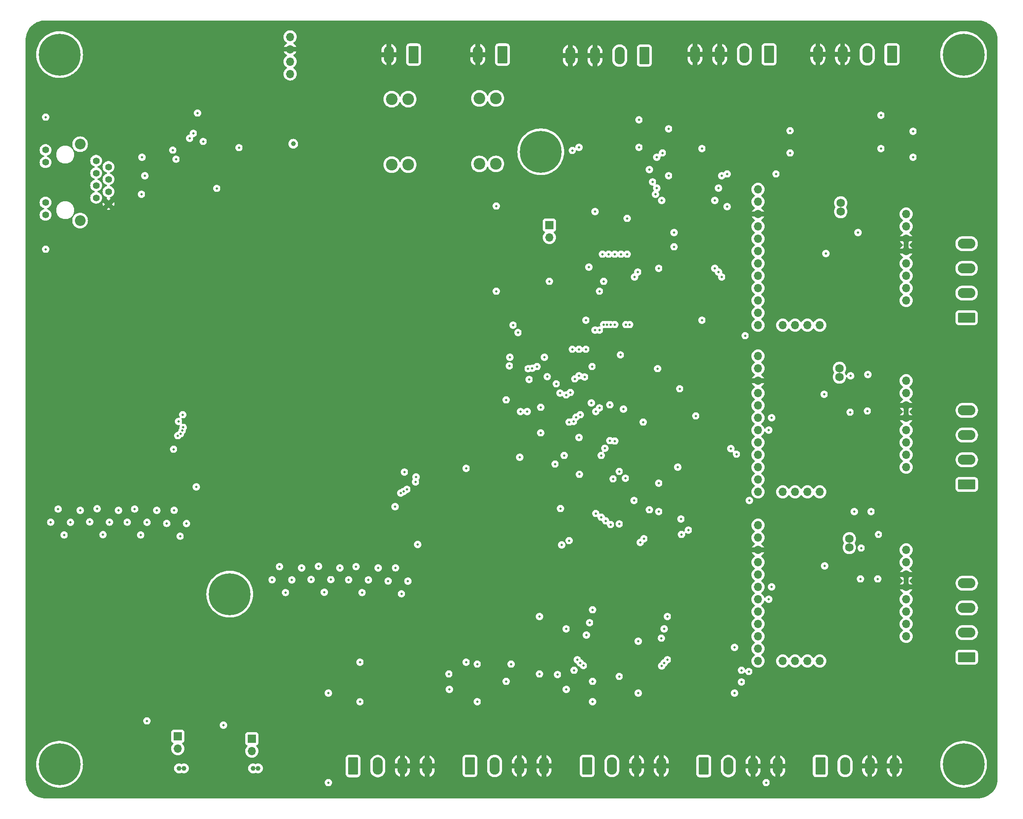
<source format=gbr>
%TF.GenerationSoftware,KiCad,Pcbnew,8.0.1*%
%TF.CreationDate,2024-05-02T15:47:01+02:00*%
%TF.ProjectId,launchpad-controller-v2,6c61756e-6368-4706-9164-2d636f6e7472,rev?*%
%TF.SameCoordinates,Original*%
%TF.FileFunction,Copper,L2,Inr*%
%TF.FilePolarity,Positive*%
%FSLAX46Y46*%
G04 Gerber Fmt 4.6, Leading zero omitted, Abs format (unit mm)*
G04 Created by KiCad (PCBNEW 8.0.1) date 2024-05-02 15:47:01*
%MOMM*%
%LPD*%
G01*
G04 APERTURE LIST*
G04 Aperture macros list*
%AMRoundRect*
0 Rectangle with rounded corners*
0 $1 Rounding radius*
0 $2 $3 $4 $5 $6 $7 $8 $9 X,Y pos of 4 corners*
0 Add a 4 corners polygon primitive as box body*
4,1,4,$2,$3,$4,$5,$6,$7,$8,$9,$2,$3,0*
0 Add four circle primitives for the rounded corners*
1,1,$1+$1,$2,$3*
1,1,$1+$1,$4,$5*
1,1,$1+$1,$6,$7*
1,1,$1+$1,$8,$9*
0 Add four rect primitives between the rounded corners*
20,1,$1+$1,$2,$3,$4,$5,0*
20,1,$1+$1,$4,$5,$6,$7,0*
20,1,$1+$1,$6,$7,$8,$9,0*
20,1,$1+$1,$8,$9,$2,$3,0*%
G04 Aperture macros list end*
%TA.AperFunction,ComponentPad*%
%ADD10C,0.900000*%
%TD*%
%TA.AperFunction,ComponentPad*%
%ADD11C,8.600000*%
%TD*%
%TA.AperFunction,ComponentPad*%
%ADD12C,2.400000*%
%TD*%
%TA.AperFunction,ComponentPad*%
%ADD13RoundRect,0.249999X-0.790001X-1.550001X0.790001X-1.550001X0.790001X1.550001X-0.790001X1.550001X0*%
%TD*%
%TA.AperFunction,ComponentPad*%
%ADD14O,2.080000X3.600000*%
%TD*%
%TA.AperFunction,ComponentPad*%
%ADD15O,1.700000X1.700000*%
%TD*%
%TA.AperFunction,ComponentPad*%
%ADD16RoundRect,0.249999X1.550001X-0.790001X1.550001X0.790001X-1.550001X0.790001X-1.550001X-0.790001X0*%
%TD*%
%TA.AperFunction,ComponentPad*%
%ADD17O,3.600000X2.080000*%
%TD*%
%TA.AperFunction,ComponentPad*%
%ADD18RoundRect,0.249999X0.790001X1.550001X-0.790001X1.550001X-0.790001X-1.550001X0.790001X-1.550001X0*%
%TD*%
%TA.AperFunction,ComponentPad*%
%ADD19R,1.700000X1.700000*%
%TD*%
%TA.AperFunction,ComponentPad*%
%ADD20C,1.397000*%
%TD*%
%TA.AperFunction,ComponentPad*%
%ADD21C,2.209800*%
%TD*%
%TA.AperFunction,ViaPad*%
%ADD22C,0.500000*%
%TD*%
%TA.AperFunction,ViaPad*%
%ADD23C,1.000000*%
%TD*%
%TA.AperFunction,ViaPad*%
%ADD24C,1.750000*%
%TD*%
%TA.AperFunction,ViaPad*%
%ADD25C,0.800000*%
%TD*%
G04 APERTURE END LIST*
D10*
%TO.N,Net-(H2-Pad1)*%
%TO.C,H2*%
X273775000Y204000000D03*
X274719581Y206280419D03*
X274719581Y201719581D03*
X277000000Y207225000D03*
D11*
X277000000Y204000000D03*
D10*
X277000000Y200775000D03*
X279280419Y206280419D03*
X279280419Y201719581D03*
X280225000Y204000000D03*
%TD*%
D12*
%TO.N,+24V*%
%TO.C,F2*%
X177370000Y181511500D03*
X180770000Y181511500D03*
%TO.N,/Power/INPB_24V*%
X177370000Y194981500D03*
X180770000Y194981500D03*
%TD*%
D13*
%TO.N,/High Side Switch7/VBB*%
%TO.C,J32*%
X151384000Y57625500D03*
D14*
%TO.N,/High Side Switch7/OUT*%
X156464000Y57625500D03*
%TO.N,Earth*%
X161544000Y57625500D03*
X166624000Y57625500D03*
%TD*%
D10*
%TO.N,Net-(H3-Pad1)*%
%TO.C,H3*%
X87775000Y58000000D03*
X88719581Y60280419D03*
X88719581Y55719581D03*
X91000000Y61225000D03*
D11*
X91000000Y58000000D03*
D10*
X91000000Y54775000D03*
X93280419Y60280419D03*
X93280419Y55719581D03*
X94225000Y58000000D03*
%TD*%
D15*
%TO.N,unconnected-(U12-V5_OUT-Pad1)*%
%TO.C,U12*%
X234696000Y141986000D03*
%TO.N,+3V3*%
X234696000Y139446000D03*
%TO.N,Earth*%
X234696000Y136906000D03*
%TO.N,/MOTOR1_STEP*%
X234696000Y134366000D03*
%TO.N,/MOTOR1_DIR*%
X234696000Y131826000D03*
%TO.N,/SPI3_MISO*%
X234696000Y129286000D03*
%TO.N,/SPI3_MOSI*%
X234696000Y126746000D03*
%TO.N,/SPI3_SCK*%
X234696000Y124206000D03*
%TO.N,/MOTOR1_SCS*%
X234696000Y121666000D03*
%TO.N,+3V3*%
X234696000Y119126000D03*
%TO.N,unconnected-(U12-RST-Pad11)*%
X234696000Y116586000D03*
%TO.N,/MOTOR1_nFAULT*%
X234696000Y114046000D03*
%TO.N,unconnected-(U12-BIN1-Pad13)*%
X239776000Y114046000D03*
%TO.N,unconnected-(U12-BIN2-Pad14)*%
X242316000Y114046000D03*
%TO.N,/MOTOR1_nSTALL*%
X244856000Y114046000D03*
%TO.N,/MOTOR1_BEMF*%
X247396000Y114046000D03*
%TO.N,/Current Sense Block2/IOUT*%
X265176000Y136906000D03*
X265176000Y134366000D03*
%TO.N,Earth*%
X265176000Y131826000D03*
X265176000Y129286000D03*
%TO.N,Net-(J24-Pin_4)*%
X265176000Y126746000D03*
%TO.N,Net-(J24-Pin_3)*%
X265176000Y124206000D03*
%TO.N,Net-(J24-Pin_2)*%
X265176000Y121666000D03*
%TO.N,Net-(J24-Pin_1)*%
X265176000Y119126000D03*
%TD*%
%TO.N,unconnected-(U23-V5_OUT-Pad1)*%
%TO.C,U23*%
X234696000Y107188000D03*
%TO.N,+3V3*%
X234696000Y104648000D03*
%TO.N,Earth*%
X234696000Y102108000D03*
%TO.N,/MOTOR3_STEP*%
X234696000Y99568000D03*
%TO.N,/MOTOR3_DIR*%
X234696000Y97028000D03*
%TO.N,/SPI3_MISO*%
X234696000Y94488000D03*
%TO.N,/SPI3_MOSI*%
X234696000Y91948000D03*
%TO.N,/SPI3_SCK*%
X234696000Y89408000D03*
%TO.N,/MOTOR3_SCS*%
X234696000Y86868000D03*
%TO.N,+3V3*%
X234696000Y84328000D03*
%TO.N,unconnected-(U23-RST-Pad11)*%
X234696000Y81788000D03*
%TO.N,/MOTOR3_nFAULT*%
X234696000Y79248000D03*
%TO.N,unconnected-(U23-BIN1-Pad13)*%
X239776000Y79248000D03*
%TO.N,unconnected-(U23-BIN2-Pad14)*%
X242316000Y79248000D03*
%TO.N,/MOTOR3_nSTALL*%
X244856000Y79248000D03*
%TO.N,/MOTOR3_BEMF*%
X247396000Y79248000D03*
%TO.N,/Current Sense Block1/IOUT*%
X265176000Y102108000D03*
X265176000Y99568000D03*
%TO.N,Earth*%
X265176000Y97028000D03*
X265176000Y94488000D03*
%TO.N,Net-(J28-Pin_4)*%
X265176000Y91948000D03*
%TO.N,Net-(J28-Pin_3)*%
X265176000Y89408000D03*
%TO.N,Net-(J28-Pin_2)*%
X265176000Y86868000D03*
%TO.N,Net-(J28-Pin_1)*%
X265176000Y84328000D03*
%TD*%
D16*
%TO.N,Net-(J15-Pin_1)*%
%TO.C,J15*%
X277622000Y149860000D03*
D17*
%TO.N,Net-(J15-Pin_2)*%
X277622000Y154940000D03*
%TO.N,Net-(J15-Pin_3)*%
X277622000Y160020000D03*
%TO.N,Net-(J15-Pin_4)*%
X277622000Y165100000D03*
%TD*%
D10*
%TO.N,Net-(H5-Pad1)*%
%TO.C,H5*%
X122775000Y93000000D03*
X123719581Y95280419D03*
X123719581Y90719581D03*
X126000000Y96225000D03*
D11*
X126000000Y93000000D03*
D10*
X126000000Y89775000D03*
X128280419Y95280419D03*
X128280419Y90719581D03*
X129225000Y93000000D03*
%TD*%
D18*
%TO.N,/Power/INPA_12V*%
%TO.C,J1*%
X163830000Y203994500D03*
D14*
%TO.N,Earth*%
X158750000Y203994500D03*
%TD*%
D13*
%TO.N,/High Side Switch/VBB*%
%TO.C,J33*%
X175433000Y57658000D03*
D14*
%TO.N,/High Side Switch/OUT*%
X180513000Y57658000D03*
%TO.N,Earth*%
X185593000Y57658000D03*
X190673000Y57658000D03*
%TD*%
D15*
%TO.N,unconnected-(U9-V5_OUT-Pad1)*%
%TO.C,U9*%
X234696000Y176276000D03*
%TO.N,+3V3*%
X234696000Y173736000D03*
%TO.N,Earth*%
X234696000Y171196000D03*
%TO.N,/MOTOR2_STEP*%
X234696000Y168656000D03*
%TO.N,/MOTOR2_DIR*%
X234696000Y166116000D03*
%TO.N,/SPI3_MISO*%
X234696000Y163576000D03*
%TO.N,/SPI3_MOSI*%
X234696000Y161036000D03*
%TO.N,/SPI3_SCK*%
X234696000Y158496000D03*
%TO.N,/MOTOR2_SCS*%
X234696000Y155956000D03*
%TO.N,+3V3*%
X234696000Y153416000D03*
%TO.N,unconnected-(U9-RST-Pad11)*%
X234696000Y150876000D03*
%TO.N,/MOTOR2_nFAULT*%
X234696000Y148336000D03*
%TO.N,unconnected-(U9-BIN1-Pad13)*%
X239776000Y148336000D03*
%TO.N,unconnected-(U9-BIN2-Pad14)*%
X242316000Y148336000D03*
%TO.N,/MOTOR2_nSTALL*%
X244856000Y148336000D03*
%TO.N,/MOTOR2_BEMF*%
X247396000Y148336000D03*
%TO.N,/Current Sense Block/IOUT*%
X265176000Y171196000D03*
X265176000Y168656000D03*
%TO.N,Earth*%
X265176000Y166116000D03*
X265176000Y163576000D03*
%TO.N,Net-(J15-Pin_4)*%
X265176000Y161036000D03*
%TO.N,Net-(J15-Pin_3)*%
X265176000Y158496000D03*
%TO.N,Net-(J15-Pin_2)*%
X265176000Y155956000D03*
%TO.N,Net-(J15-Pin_1)*%
X265176000Y153416000D03*
%TD*%
D13*
%TO.N,/High Side Switch3/VBB*%
%TO.C,J36*%
X247523000Y57634000D03*
D14*
%TO.N,/High Side Switch3/OUT*%
X252603000Y57634000D03*
%TO.N,Earth*%
X257683000Y57634000D03*
X262763000Y57634000D03*
%TD*%
D10*
%TO.N,Net-(H1-Pad1)*%
%TO.C,H1*%
X87775000Y204000000D03*
X88719581Y206280419D03*
X88719581Y201719581D03*
X91000000Y207225000D03*
D11*
X91000000Y204000000D03*
D10*
X91000000Y200775000D03*
X93280419Y206280419D03*
X93280419Y201719581D03*
X94225000Y204000000D03*
%TD*%
D19*
%TO.N,Net-(J30-Pin_2)*%
%TO.C,J31*%
X130556000Y63251000D03*
D15*
%TO.N,Net-(J31-Pin_2)*%
X130556000Y60711000D03*
%TD*%
D18*
%TO.N,/High Side Switch4/VBB*%
%TO.C,J3*%
X211314001Y203787500D03*
D14*
%TO.N,/High Side Switch4/OUT*%
X206234001Y203787500D03*
%TO.N,Earth*%
X201154001Y203787500D03*
X196074001Y203787500D03*
%TD*%
D13*
%TO.N,/High Side Switch2/VBB*%
%TO.C,J35*%
X223533999Y57624500D03*
D14*
%TO.N,/High Side Switch2/OUT*%
X228613999Y57624500D03*
%TO.N,Earth*%
X233693999Y57624500D03*
X238773999Y57624500D03*
%TD*%
D10*
%TO.N,Net-(H6-Pad1)*%
%TO.C,H6*%
X186775000Y184000000D03*
X187719581Y186280419D03*
X187719581Y181719581D03*
X190000000Y187225000D03*
D11*
X190000000Y184000000D03*
D10*
X190000000Y180775000D03*
X192280419Y186280419D03*
X192280419Y181719581D03*
X193225000Y184000000D03*
%TD*%
D15*
%TO.N,+12V*%
%TO.C,U1*%
X138430000Y200025000D03*
X138430000Y202565000D03*
%TO.N,Earth*%
X138430000Y205105000D03*
%TO.N,Net-(U1-VO+)*%
X138430000Y207645000D03*
%TD*%
D16*
%TO.N,Net-(J28-Pin_1)*%
%TO.C,J28*%
X277654500Y80010000D03*
D17*
%TO.N,Net-(J28-Pin_2)*%
X277654500Y85090000D03*
%TO.N,Net-(J28-Pin_3)*%
X277654500Y90170000D03*
%TO.N,Net-(J28-Pin_4)*%
X277654500Y95250000D03*
%TD*%
D19*
%TO.N,Net-(J27-Pin_1)*%
%TO.C,J27*%
X115316000Y63759000D03*
D15*
%TO.N,Net-(J27-Pin_2)*%
X115316000Y61219000D03*
%TD*%
D13*
%TO.N,/High Side Switch1/VBB*%
%TO.C,J34*%
X199563000Y57658000D03*
D14*
%TO.N,/High Side Switch1/OUT*%
X204643000Y57658000D03*
%TO.N,Earth*%
X209723000Y57658000D03*
X214803000Y57658000D03*
%TD*%
D20*
%TO.N,/ETHPHY/TD_P*%
%TO.C,J6*%
X98513900Y182149750D03*
%TO.N,/ETHPHY/TD_N*%
X101053900Y180879750D03*
%TO.N,/ETHPHY/RD_P*%
X98513900Y179609750D03*
%TO.N,+3V3*%
X101053900Y178339750D03*
X98513900Y177069750D03*
%TO.N,/ETHPHY/RD_N*%
X101053900Y175799750D03*
%TO.N,unconnected-(J6-NC-Pad7)*%
X98513900Y174529750D03*
%TO.N,Earth*%
X101053900Y173259750D03*
%TO.N,Net-(J6-ANODE-Pad9)*%
X88099900Y184384950D03*
%TO.N,/ETHPHY/LED_LINK*%
X88099900Y181844950D03*
%TO.N,Net-(J6-ANODE-Pad11)*%
X88099900Y173564550D03*
%TO.N,/ETHPHY/LED_SPEED*%
X88099900Y171024550D03*
D21*
%TO.N,N/C*%
X95211900Y185553350D03*
X95211900Y169856150D03*
%TD*%
D12*
%TO.N,+12V*%
%TO.C,F1*%
X159336000Y181348000D03*
X162736000Y181348000D03*
%TO.N,/Power/INPA_12V*%
X159336000Y194818000D03*
X162736000Y194818000D03*
%TD*%
D16*
%TO.N,Net-(J24-Pin_1)*%
%TO.C,J24*%
X277654500Y115570000D03*
D17*
%TO.N,Net-(J24-Pin_2)*%
X277654500Y120650000D03*
%TO.N,Net-(J24-Pin_3)*%
X277654500Y125730000D03*
%TO.N,Net-(J24-Pin_4)*%
X277654500Y130810000D03*
%TD*%
D18*
%TO.N,/High Side Switch5/VBB*%
%TO.C,J5*%
X262255000Y204041500D03*
D14*
%TO.N,/High Side Switch5/OUT*%
X257175000Y204041500D03*
%TO.N,Earth*%
X252095000Y204041500D03*
X247015000Y204041500D03*
%TD*%
D10*
%TO.N,Net-(H4-Pad1)*%
%TO.C,H4*%
X273775000Y58000000D03*
X274719581Y60280419D03*
X274719581Y55719581D03*
X277000000Y61225000D03*
D11*
X277000000Y58000000D03*
D10*
X277000000Y54775000D03*
X279280419Y60280419D03*
X279280419Y55719581D03*
X280225000Y58000000D03*
%TD*%
D18*
%TO.N,/High Side Switch6/VBB*%
%TO.C,J4*%
X236968001Y204040500D03*
D14*
%TO.N,/High Side Switch6/OUT*%
X231888001Y204040500D03*
%TO.N,Earth*%
X226808001Y204040500D03*
X221728001Y204040500D03*
%TD*%
D19*
%TO.N,+3V3*%
%TO.C,J8*%
X191770000Y168915000D03*
D15*
%TO.N,/BOOT0*%
X191770000Y166375000D03*
%TD*%
D18*
%TO.N,/Power/INPB_24V*%
%TO.C,J2*%
X182118000Y203994500D03*
D14*
%TO.N,Earth*%
X177038000Y203994500D03*
%TD*%
D22*
%TO.N,Net-(U32-PFBIN1)*%
X114935000Y182477999D03*
%TO.N,+5V*%
X114427000Y122809000D03*
X217424000Y164465000D03*
X160020000Y110998000D03*
X144266000Y98721000D03*
X160126000Y98419000D03*
X90710000Y110513500D03*
X106458000Y110513500D03*
X152004000Y98673000D03*
X217424000Y167386000D03*
X98720000Y110561500D03*
X114580000Y110259500D03*
X136256000Y98673000D03*
%TO.N,Net-(U16-+IN)*%
X89186000Y107804000D03*
%TO.N,Net-(U15--IN)*%
X101260000Y107815500D03*
%TO.N,Net-(U15-+IN)*%
X97196000Y107852000D03*
%TO.N,+3V3*%
X185674000Y121158000D03*
X161925000Y118110000D03*
X204851000Y116713000D03*
X197948340Y117646660D03*
X209169000Y112268000D03*
X207772000Y170307000D03*
X120523000Y186136000D03*
X214042913Y139398087D03*
X116332000Y129921000D03*
X119380000Y191978000D03*
X107823000Y175260000D03*
X107950000Y182880000D03*
X248412000Y98806000D03*
X192913000Y119761000D03*
X200533000Y139827000D03*
X214249000Y115824000D03*
X206375000Y142213032D03*
X88138000Y191135000D03*
X248666000Y163068000D03*
X218567000Y135255000D03*
X88138000Y163957000D03*
X108538000Y179070000D03*
X189992000Y131445000D03*
X196977000Y137287000D03*
X124714000Y66040000D03*
X218186000Y119126000D03*
X221869000Y129667000D03*
D23*
X139065000Y185660000D03*
D22*
X123317000Y176484000D03*
X108966000Y66929000D03*
X199898000Y160274000D03*
X248285000Y134112000D03*
X114273500Y184358000D03*
X127889000Y184866000D03*
%TO.N,Net-(U14--IN)*%
X108998000Y107767500D03*
%TO.N,Net-(U14-+IN)*%
X104934000Y107804000D03*
%TO.N,Net-(U17-+IN)*%
X113056000Y107550000D03*
%TO.N,Net-(U16--IN)*%
X93250000Y107767500D03*
%TO.N,Net-(U18-+IN)*%
X134732000Y95963500D03*
%TO.N,Net-(U17--IN)*%
X117120000Y107513500D03*
%TO.N,Net-(U19-+IN)*%
X150480000Y95963500D03*
%TO.N,Net-(U21-+IN)*%
X142742000Y96011500D03*
%TO.N,Net-(U20-+IN)*%
X158602000Y95709500D03*
%TO.N,Net-(U18--IN)*%
X138796000Y95927000D03*
%TO.N,Net-(U19--IN)*%
X154544000Y95927000D03*
%TO.N,Net-(U21--IN)*%
X146806000Y95975000D03*
%TO.N,Net-(U20--IN)*%
X162666000Y95673000D03*
D23*
%TO.N,+12V*%
X116586000Y57150000D03*
X115570000Y57150000D03*
X130810000Y57150000D03*
X131826000Y57150000D03*
D22*
%TO.N,/SW7_ADC*%
X193421000Y76454000D03*
X194056000Y110617000D03*
X196723000Y128524000D03*
%TO.N,/SW5_ADC*%
X183896000Y78613000D03*
X187198000Y130556000D03*
X185801000Y130556000D03*
X176911000Y78613000D03*
X176911000Y70874500D03*
%TO.N,/SW6_ADC*%
X200660000Y70874500D03*
X200660000Y75057000D03*
X182880000Y132969000D03*
X195834000Y128397000D03*
X182880000Y75057000D03*
%TO.N,/SW8_ADC*%
X231267000Y77343000D03*
X231267000Y74930000D03*
X196850000Y77343000D03*
%TO.N,/SW1_ADC*%
X197866000Y143383000D03*
X210185000Y184912000D03*
X197866000Y184912000D03*
X197866000Y137922000D03*
X210185000Y190571000D03*
%TO.N,/SW2_ADC*%
X223139000Y149352000D03*
X199009000Y137668000D03*
X223139000Y184658000D03*
X199263000Y149352000D03*
X259969000Y184658000D03*
X199263000Y143383000D03*
X259969000Y191516000D03*
%TO.N,/SW3_ADC*%
X195199000Y133985000D03*
X196469000Y184277000D03*
X196469000Y143383000D03*
%TO.N,/SW4_ADC*%
X152781000Y78994000D03*
X174625000Y78994000D03*
X174625000Y118872000D03*
X197866000Y125222000D03*
X152781000Y70842000D03*
%TO.N,/24_VSENSE*%
X202057000Y147320000D03*
X200406000Y132334000D03*
X180848000Y172847000D03*
X180848000Y155321000D03*
X202057000Y155321000D03*
%TO.N,/12_VSENSE*%
X201168000Y147320000D03*
X201168000Y171704000D03*
X196088000Y134493000D03*
%TO.N,/ETHPHY/LED_SPEED*%
X117729000Y186771000D03*
%TO.N,/ETHPHY/LED_LINK*%
X118491000Y187787000D03*
%TO.N,/JTCK*%
X207010000Y131064000D03*
X206502000Y162941000D03*
X207518000Y148463000D03*
%TO.N,/JTDO*%
X205232000Y124502338D03*
X205232000Y148463000D03*
X205232000Y162941000D03*
%TO.N,/NRST*%
X204216000Y124587000D03*
X203641000Y148463000D03*
X202692000Y162941000D03*
%TO.N,/JTMS*%
X211074000Y128397000D03*
X208280000Y148463000D03*
X207772000Y162941000D03*
%TO.N,/JTDI*%
X204216000Y131953000D03*
X203962000Y162941000D03*
X204343000Y148463000D03*
%TO.N,Net-(TC1-Pin_1)*%
X99924000Y105227500D03*
%TO.N,Net-(TC2-Pin_1)*%
X91914000Y105179500D03*
%TO.N,Net-(TC3-Pin_1)*%
X107662000Y105179500D03*
%TO.N,Net-(TC4-Pin_1)*%
X115784000Y104925500D03*
%TO.N,Net-(TC5-Pin_1)*%
X137460000Y93339000D03*
%TO.N,Net-(TC6-Pin_1)*%
X153208000Y93339000D03*
%TO.N,Net-(TC7-Pin_1)*%
X145470000Y93387000D03*
%TO.N,Net-(TC8-Pin_1)*%
X161330000Y93085000D03*
%TO.N,/ETH_MDIO*%
X189992000Y126192414D03*
X185293000Y146812000D03*
%TO.N,/High Side Switch4/IN*%
X216281000Y188722000D03*
X216281000Y179070000D03*
%TO.N,/High Side Switch5/IN*%
X266573000Y188214000D03*
X213868000Y176530000D03*
X213868000Y182880000D03*
X266573000Y182880000D03*
%TO.N,/High Side Switch6/IN*%
X241300000Y183769000D03*
X214884000Y173990000D03*
X215011000Y183769000D03*
X241286001Y188341000D03*
%TO.N,/High Side Switch7/IN*%
X146304000Y72644000D03*
X228346000Y179451000D03*
X238379000Y179451000D03*
X228346000Y172720000D03*
X236347000Y54229000D03*
X146304000Y54229000D03*
%TO.N,/High Side Switch1/IN*%
X195199000Y85852000D03*
X195245000Y73406000D03*
%TO.N,/High Side Switch2/IN*%
X210058000Y83312000D03*
X210058000Y72644000D03*
%TO.N,/High Side Switch/IN*%
X189738000Y88392000D03*
X189738000Y76581000D03*
X171196000Y73406000D03*
X171069000Y76581000D03*
%TO.N,/High Side Switch3/IN*%
X229870000Y82042000D03*
X229870000Y72644000D03*
%TO.N,/I2C1_SDA*%
X253619000Y130429000D03*
X212344000Y110363000D03*
X255778000Y96139000D03*
X253746000Y137922000D03*
X255905000Y102489000D03*
%TO.N,/I2C1_SCL*%
X259334000Y96139000D03*
X257937000Y109982000D03*
X257175000Y130683000D03*
X259461000Y105283000D03*
X214249000Y109982000D03*
X257302000Y138176000D03*
X254508000Y109982000D03*
D24*
%TO.N,+24V*%
X251714000Y171704000D03*
X251460000Y139446000D03*
D22*
X255270000Y167386000D03*
D24*
X253492000Y104394000D03*
X253492000Y102616000D03*
X251460000Y137668000D03*
X251714000Y173482000D03*
D22*
%TO.N,/ETH_RXD1*%
X193929000Y134366000D03*
X187402922Y139396922D03*
%TO.N,/ETH_TXD0*%
X201295000Y130556000D03*
X183515000Y139954000D03*
%TO.N,/ETH_CRS_DV*%
X191325500Y137731500D03*
X189230000Y139827000D03*
%TO.N,/ETH_MDC*%
X184277000Y148336000D03*
X194818000Y121539000D03*
%TO.N,/ETH_TXD1*%
X187579000Y137160000D03*
X202057000Y131318000D03*
%TO.N,/ETH_TX_EN*%
X183642000Y141732000D03*
X190754000Y141732000D03*
%TO.N,/ETH_RXD0*%
X193167000Y136271000D03*
X188243542Y139475542D03*
%TO.N,/SPI1_MISO*%
X218948000Y105283000D03*
X115316000Y125603000D03*
X161163000Y113792000D03*
%TO.N,/ADC1_CS*%
X204343000Y107315000D03*
%TO.N,/SPI1_MOSI*%
X115876002Y126023002D03*
X220345000Y106172000D03*
X161789101Y114105051D03*
%TO.N,/SPI1_SCK*%
X162433000Y114554000D03*
X116214292Y126635834D03*
X218821000Y108458000D03*
%TO.N,/ADC1_SYNC*%
X203327000Y108077000D03*
%TO.N,/ADC2_SYNC*%
X201295000Y109601000D03*
X115443000Y128524000D03*
X164338000Y117094000D03*
%TO.N,/ADC2_CS*%
X116429584Y127301906D03*
X202438000Y108839000D03*
X164211000Y116078000D03*
%TO.N,Earth*%
X132842000Y94234000D03*
D23*
X132080000Y127635000D03*
D22*
X148590000Y94250000D03*
X102362000Y201930000D03*
X224041999Y73278000D03*
X129667000Y75184000D03*
X154940000Y116586000D03*
X220472000Y116967000D03*
X206488002Y190039000D03*
X149352000Y129540000D03*
X276860000Y191262000D03*
X193040000Y116586000D03*
X156718000Y94000500D03*
X114681000Y75565000D03*
X122682000Y187406000D03*
D23*
X170180000Y127000000D03*
D22*
X154686000Y140462000D03*
X109140000Y152302500D03*
X164338000Y134620000D03*
X228840002Y192560000D03*
D23*
X121412000Y183642000D03*
D22*
X118792000Y146460500D03*
D23*
X150368000Y88392000D03*
D22*
X135382000Y92710000D03*
X200071000Y73311500D03*
X161671000Y141224000D03*
D23*
X118618000Y183642000D03*
D22*
X112522000Y183469000D03*
X202692000Y170307000D03*
X228359999Y71373000D03*
D23*
X117094000Y53086000D03*
D22*
X126492000Y56134000D03*
X104822000Y158144500D03*
X164338000Y93980000D03*
X180259000Y71406500D03*
X254127001Y192561000D03*
X223583500Y131508500D03*
X110998000Y56388000D03*
X262128000Y98806000D03*
X103806000Y141380500D03*
D23*
X170180000Y138938000D03*
X109728000Y53086000D03*
D22*
X162560000Y146304000D03*
X151892000Y73279000D03*
X257429001Y190293000D03*
X168148000Y176022000D03*
X109601000Y69342000D03*
X150368000Y146304000D03*
X260350000Y167386000D03*
X116125000Y153064500D03*
X131572000Y66802000D03*
X214630000Y141986000D03*
D25*
X199500000Y187000000D03*
D22*
X104822000Y146460500D03*
X186944000Y175768000D03*
X103044000Y106090500D03*
D24*
X120015000Y182177999D03*
D22*
X153670000Y128270000D03*
X137272000Y98673000D03*
X196190116Y135559475D03*
D23*
X112442000Y138840500D03*
D22*
X189484000Y111506000D03*
D23*
X86534000Y127410500D03*
D22*
X204389000Y71406500D03*
X159004000Y92456000D03*
D23*
X157988000Y127000000D03*
D22*
X89836000Y104550500D03*
D23*
X132080000Y120015000D03*
D22*
X115062000Y180848000D03*
D23*
X157988000Y146558000D03*
D22*
X252349000Y71382500D03*
X112188000Y128426500D03*
X143256000Y92710000D03*
X97710000Y104550500D03*
X145282000Y98721000D03*
X110410000Y113694500D03*
X157734000Y116586000D03*
D23*
X112696000Y150524500D03*
D22*
X161290000Y120650000D03*
D23*
X124634000Y138840500D03*
X142240000Y107950000D03*
D22*
X183561000Y69138500D03*
X112569000Y133675500D03*
D23*
X142494000Y88392000D03*
D22*
X189611000Y121158000D03*
X155956000Y101854000D03*
D23*
X143764000Y187960000D03*
D22*
X153020000Y98673000D03*
X161036000Y106680000D03*
X255651000Y69114500D03*
D23*
X142240000Y120015000D03*
D22*
X261747001Y188388000D03*
X276860000Y68834000D03*
X200152000Y145796000D03*
D23*
X124634000Y158398500D03*
D22*
X149352000Y140970000D03*
X125603000Y178770000D03*
D23*
X163068000Y88138000D03*
D22*
X215519000Y114554000D03*
X116713000Y190581000D03*
X121332000Y107090500D03*
D23*
X96694000Y127410500D03*
D22*
X162306000Y130302000D03*
X111252000Y118364000D03*
X205232000Y170307000D03*
X175941000Y73311500D03*
X191135000Y130302000D03*
X209169000Y108585000D03*
D23*
X86534000Y139475500D03*
D22*
X206502000Y170307000D03*
X117014000Y158144500D03*
X161142000Y98419000D03*
X108124000Y140110500D03*
X166878000Y95250000D03*
X139700000Y102362000D03*
X107474000Y110513500D03*
X111172000Y105841000D03*
X198551240Y139649760D03*
D23*
X86534000Y131855500D03*
D22*
X154940000Y113792000D03*
X232142002Y190292000D03*
X113458000Y104296500D03*
X116078000Y67183000D03*
X124714000Y69088000D03*
D23*
X147320000Y88392000D03*
D22*
X207691000Y69138500D03*
X194310000Y163322000D03*
X191633940Y120970300D03*
D23*
X170434000Y134620000D03*
X125222000Y52832000D03*
D22*
X118538000Y113948500D03*
X118792000Y105820500D03*
D23*
X139446000Y88392000D03*
X121412000Y180848000D03*
D22*
X211201000Y82042000D03*
X116332000Y122174000D03*
X164084000Y102108000D03*
D23*
X138924000Y160768000D03*
X112442000Y146460500D03*
D22*
X111760000Y175006000D03*
D23*
X132080000Y107950000D03*
D22*
X187579000Y113157000D03*
X103806000Y152810500D03*
X218567000Y137668000D03*
X121332000Y152556500D03*
D25*
X114000000Y89000000D03*
D22*
X116760000Y142142500D03*
D23*
X86534000Y119790500D03*
X96694000Y131855500D03*
D22*
X219202000Y128397000D03*
X260731000Y133350000D03*
X103378000Y180594000D03*
X99736000Y110561500D03*
X249555000Y132842000D03*
X248031000Y73287500D03*
X94154000Y114202500D03*
X161798000Y110490000D03*
X109394000Y125632500D03*
X101520000Y112932500D03*
X210806002Y188134000D03*
X249936000Y167386000D03*
X87296000Y106074500D03*
D23*
X96694000Y119790500D03*
D22*
X115570000Y118491000D03*
D23*
X124634000Y150778500D03*
D22*
X159512000Y69106000D03*
D23*
X142240000Y127635000D03*
D22*
X166878000Y128270000D03*
D23*
X142240000Y115570000D03*
D22*
X206375000Y146756240D03*
D23*
X170180000Y146558000D03*
X101774000Y100232500D03*
X118618000Y180848000D03*
X104822000Y100232500D03*
X132080000Y115570000D03*
D22*
X109394000Y128426500D03*
X112188000Y125632500D03*
X166878000Y140716000D03*
X91440000Y68834000D03*
D23*
X155194000Y88392000D03*
X124888000Y146460500D03*
D22*
X147066000Y101092000D03*
X91726000Y110513500D03*
D23*
X96948000Y100232500D03*
D22*
X158115000Y121835000D03*
D23*
X112442000Y158398500D03*
X112696000Y100232500D03*
X88820000Y100232500D03*
X93900000Y100232500D03*
X117522000Y99978500D03*
X158242000Y88392000D03*
X109648000Y100232500D03*
D22*
X236460002Y188387000D03*
X231661999Y69105000D03*
X115596000Y110259500D03*
X196850000Y114427000D03*
X156845000Y106680000D03*
X217678000Y172720000D03*
D25*
X94996000Y178816000D03*
D22*
X156210000Y71374000D03*
D23*
X156305999Y115156802D03*
D22*
X150368000Y134620000D03*
D23*
X158242000Y138684000D03*
D22*
X140716000Y94302500D03*
D23*
X110759999Y126997302D03*
X96694000Y139475500D03*
D22*
X203186002Y192307000D03*
X111760000Y180594000D03*
D23*
X132588000Y52832000D03*
D22*
X116332000Y120650000D03*
X159766000Y176276000D03*
X95170000Y106143000D03*
D23*
X157988000Y134620000D03*
D22*
X157734000Y113792000D03*
D23*
X134366000Y88392000D03*
D22*
X178816000Y176022000D03*
X121332000Y140110500D03*
X105584000Y104550500D03*
X115744000Y132490500D03*
X151130000Y92710000D03*
X252349000Y98044000D03*
%TO.N,/MOTOR2_BEMF*%
X197231000Y129413000D03*
%TO.N,/SW5_IN*%
X200660000Y89789000D03*
%TO.N,/SW8_IN*%
X214884000Y78232000D03*
X214817000Y83947000D03*
X198755000Y78292000D03*
%TO.N,/SW7_IN*%
X199390000Y84582000D03*
%TO.N,/SW2_IN*%
X212979000Y177800000D03*
%TO.N,/MOTOR3_nSTALL*%
X232791000Y77089000D03*
%TO.N,/SW4_IN*%
X225806000Y173990000D03*
X214249000Y160020000D03*
X225806000Y160020000D03*
%TO.N,/nLED24_2*%
X216027000Y88392000D03*
X197485000Y79502000D03*
X216027000Y79502000D03*
%TO.N,/SPI3_MOSI*%
X230251000Y121793000D03*
X236922000Y91948000D03*
X236922000Y126746000D03*
%TO.N,/MOTOR1_BEMF*%
X207391000Y116840000D03*
%TO.N,/SW3_IN*%
X213614000Y175260000D03*
%TO.N,/MOTOR3_BEMF*%
X202438000Y121539000D03*
X206121000Y76073000D03*
X206121000Y118237000D03*
X198120000Y129921000D03*
X206121000Y107442000D03*
%TO.N,/FDCAN1_TX*%
X210439000Y103632000D03*
%TO.N,/nLED12_1*%
X226568000Y176530000D03*
X209931000Y159258000D03*
X226568000Y159258000D03*
%TO.N,/SPI3_MISO*%
X229108000Y122936000D03*
X237497000Y94488000D03*
X237497000Y129286000D03*
%TO.N,/SW1_IN*%
X212344000Y180340000D03*
%TO.N,/MOTOR2_nSTALL*%
X232029000Y146177000D03*
%TO.N,/MOTOR1_nSTALL*%
X232918000Y112268000D03*
%TO.N,/FDCAN1_RX*%
X211201000Y104394000D03*
%TO.N,/nLED12_2*%
X227203000Y158242000D03*
X209296000Y158242000D03*
X227203000Y179070000D03*
%TO.N,/nLED24_1*%
X198120000Y78867000D03*
X215392000Y85852000D03*
X215392000Y78867000D03*
%TO.N,/SW6_IN*%
X200025000Y87122000D03*
%TO.N,/BOOT0*%
X202946000Y157353000D03*
X202940997Y148463000D03*
X203200000Y122998804D03*
X191770000Y157353000D03*
%TO.N,/ADC1/TREF*%
X156544000Y98395500D03*
X148670000Y98395500D03*
X164672000Y103221500D03*
X140796000Y98395500D03*
%TO.N,/ADC2/TREF*%
X119126000Y115062000D03*
X110998000Y110236000D03*
X95250000Y110236000D03*
X103124000Y110236000D03*
%TO.N,/FDCAN3_TX*%
X194310000Y103124000D03*
%TO.N,/FDCAN3_RX*%
X195818997Y104013000D03*
%TD*%
%TA.AperFunction,Conductor*%
%TO.N,Earth*%
G36*
X280000734Y210999991D02*
G01*
X280191062Y210997656D01*
X280201695Y210997068D01*
X280581218Y210959688D01*
X280593255Y210957902D01*
X280966525Y210883654D01*
X280978329Y210880698D01*
X281342544Y210770214D01*
X281354002Y210766114D01*
X281705627Y210620467D01*
X281716627Y210615264D01*
X282052275Y210435856D01*
X282062713Y210429600D01*
X282379169Y210218150D01*
X282388942Y210210902D01*
X282683148Y209969455D01*
X282692165Y209961282D01*
X282961282Y209692165D01*
X282969455Y209683148D01*
X283210902Y209388942D01*
X283218150Y209379169D01*
X283429600Y209062713D01*
X283435856Y209052275D01*
X283615264Y208716627D01*
X283620467Y208705627D01*
X283766114Y208354002D01*
X283770214Y208342544D01*
X283880698Y207978329D01*
X283883654Y207966525D01*
X283957902Y207593255D01*
X283959688Y207581218D01*
X283997068Y207201695D01*
X283997656Y207191062D01*
X283999991Y207000733D01*
X284000000Y206999212D01*
X284000000Y55000787D01*
X283999991Y54999266D01*
X283997656Y54808937D01*
X283997068Y54798304D01*
X283959688Y54418781D01*
X283957902Y54406744D01*
X283883654Y54033474D01*
X283880698Y54021670D01*
X283770214Y53657455D01*
X283766114Y53645997D01*
X283620467Y53294372D01*
X283615264Y53283372D01*
X283435856Y52947724D01*
X283429600Y52937286D01*
X283218150Y52620830D01*
X283210902Y52611057D01*
X282969455Y52316851D01*
X282961282Y52307834D01*
X282692165Y52038717D01*
X282683148Y52030544D01*
X282388942Y51789097D01*
X282379169Y51781849D01*
X282062713Y51570399D01*
X282052282Y51564147D01*
X281716627Y51384735D01*
X281705627Y51379532D01*
X281354002Y51233885D01*
X281342544Y51229785D01*
X280978329Y51119301D01*
X280966527Y51116345D01*
X280593249Y51042096D01*
X280581224Y51040312D01*
X280201681Y51002930D01*
X280191077Y51002343D01*
X280000734Y51000009D01*
X279999213Y51000000D01*
X88000787Y51000000D01*
X87999267Y51000009D01*
X87996784Y51000039D01*
X87808922Y51002343D01*
X87798320Y51002930D01*
X87418772Y51040312D01*
X87406753Y51042095D01*
X87033468Y51116346D01*
X87021677Y51119299D01*
X86657447Y51229787D01*
X86646004Y51233882D01*
X86294363Y51379535D01*
X86283380Y51384730D01*
X85947708Y51564152D01*
X85937300Y51570390D01*
X85620825Y51781852D01*
X85611064Y51789091D01*
X85316838Y52030555D01*
X85307844Y52038707D01*
X85038707Y52307844D01*
X85030555Y52316838D01*
X84789091Y52611064D01*
X84781849Y52620830D01*
X84570390Y52937300D01*
X84564152Y52947708D01*
X84384730Y53283380D01*
X84379532Y53294372D01*
X84323413Y53429855D01*
X84233882Y53646004D01*
X84229785Y53657455D01*
X84196119Y53768437D01*
X84119299Y54021677D01*
X84116345Y54033474D01*
X84074660Y54243039D01*
X84042095Y54406753D01*
X84040311Y54418781D01*
X84002930Y54798320D01*
X84002343Y54808922D01*
X84000009Y54999267D01*
X84000000Y55000787D01*
X84000000Y57999996D01*
X86194661Y57999996D01*
X86214005Y57569262D01*
X86214006Y57569253D01*
X86271885Y57141972D01*
X86367830Y56721608D01*
X86501073Y56311527D01*
X86501076Y56311519D01*
X86670533Y55915052D01*
X86670537Y55915044D01*
X86874867Y55535338D01*
X86874867Y55535337D01*
X87112394Y55175498D01*
X87112404Y55175485D01*
X87381225Y54838392D01*
X87381237Y54838379D01*
X87679205Y54526730D01*
X87679210Y54526726D01*
X88003914Y54243039D01*
X88003931Y54243026D01*
X88352743Y53989599D01*
X88722904Y53768437D01*
X88722906Y53768436D01*
X89111372Y53581360D01*
X89111386Y53581354D01*
X89515055Y53429855D01*
X89515080Y53429847D01*
X89930704Y53315142D01*
X90354956Y53238151D01*
X90354960Y53238150D01*
X90354964Y53238150D01*
X90784409Y53199500D01*
X90784412Y53199500D01*
X91215587Y53199500D01*
X91215591Y53199500D01*
X91645036Y53238150D01*
X91645040Y53238150D01*
X91645043Y53238151D01*
X92069295Y53315142D01*
X92484919Y53429847D01*
X92484944Y53429855D01*
X92888613Y53581354D01*
X92888627Y53581360D01*
X93277093Y53768436D01*
X93277095Y53768437D01*
X93284454Y53772834D01*
X93647247Y53989593D01*
X93647251Y53989596D01*
X93647256Y53989599D01*
X93976759Y54228997D01*
X145548751Y54228997D01*
X145567685Y54060943D01*
X145623545Y53901305D01*
X145623547Y53901302D01*
X145713518Y53758115D01*
X145713523Y53758109D01*
X145833109Y53638523D01*
X145833115Y53638518D01*
X145976302Y53548547D01*
X145976305Y53548545D01*
X146135943Y53492685D01*
X146303997Y53473751D01*
X146304000Y53473751D01*
X146304003Y53473751D01*
X146472056Y53492685D01*
X146631694Y53548545D01*
X146631697Y53548547D01*
X146774884Y53638518D01*
X146774890Y53638523D01*
X146894476Y53758109D01*
X146894481Y53758115D01*
X146984452Y53901302D01*
X146984454Y53901305D01*
X147040314Y54060943D01*
X147059249Y54228997D01*
X235591751Y54228997D01*
X235610685Y54060943D01*
X235666545Y53901305D01*
X235666547Y53901302D01*
X235756518Y53758115D01*
X235756523Y53758109D01*
X235876109Y53638523D01*
X235876115Y53638518D01*
X236019302Y53548547D01*
X236019305Y53548545D01*
X236178943Y53492685D01*
X236346997Y53473751D01*
X236347000Y53473751D01*
X236347003Y53473751D01*
X236515056Y53492685D01*
X236674694Y53548545D01*
X236674697Y53548547D01*
X236817884Y53638518D01*
X236817890Y53638523D01*
X236937476Y53758109D01*
X236937481Y53758115D01*
X237027452Y53901302D01*
X237027454Y53901305D01*
X237083314Y54060943D01*
X237102249Y54228997D01*
X237102249Y54229002D01*
X237083314Y54397056D01*
X237075712Y54418781D01*
X237027456Y54556690D01*
X237027454Y54556692D01*
X237027454Y54556694D01*
X237027452Y54556697D01*
X236937481Y54699884D01*
X236937480Y54699885D01*
X236937477Y54699890D01*
X236817890Y54819477D01*
X236787805Y54838381D01*
X236674697Y54909452D01*
X236674694Y54909454D01*
X236674692Y54909454D01*
X236674690Y54909456D01*
X236515059Y54965313D01*
X236515058Y54965313D01*
X236515056Y54965314D01*
X236347003Y54984249D01*
X236346997Y54984249D01*
X236178943Y54965314D01*
X236091913Y54934860D01*
X236019310Y54909456D01*
X236019309Y54909455D01*
X236019305Y54909454D01*
X236019302Y54909452D01*
X235876115Y54819481D01*
X235876109Y54819476D01*
X235756523Y54699890D01*
X235756518Y54699884D01*
X235666547Y54556697D01*
X235666545Y54556694D01*
X235610685Y54397056D01*
X235591751Y54229002D01*
X235591751Y54228997D01*
X147059249Y54228997D01*
X147059249Y54229002D01*
X147040314Y54397056D01*
X147032712Y54418781D01*
X146984456Y54556690D01*
X146984454Y54556692D01*
X146984454Y54556694D01*
X146984452Y54556697D01*
X146894481Y54699884D01*
X146894480Y54699885D01*
X146894477Y54699890D01*
X146774890Y54819477D01*
X146744805Y54838381D01*
X146631697Y54909452D01*
X146631694Y54909454D01*
X146631692Y54909454D01*
X146631690Y54909456D01*
X146472059Y54965313D01*
X146472058Y54965313D01*
X146472056Y54965314D01*
X146304003Y54984249D01*
X146303997Y54984249D01*
X146135943Y54965314D01*
X146048913Y54934860D01*
X145976310Y54909456D01*
X145976309Y54909455D01*
X145976305Y54909454D01*
X145976302Y54909452D01*
X145833115Y54819481D01*
X145833109Y54819476D01*
X145713523Y54699890D01*
X145713518Y54699884D01*
X145623547Y54556697D01*
X145623545Y54556694D01*
X145567685Y54397056D01*
X145548751Y54229002D01*
X145548751Y54228997D01*
X93976759Y54228997D01*
X93996068Y54243026D01*
X93996085Y54243039D01*
X94172374Y54397059D01*
X94320790Y54526726D01*
X94349443Y54556694D01*
X94590598Y54808922D01*
X94618764Y54838381D01*
X94618764Y54838382D01*
X94618774Y54838392D01*
X94887595Y55175485D01*
X94887605Y55175498D01*
X95125132Y55535337D01*
X95125132Y55535338D01*
X95125137Y55535345D01*
X95329461Y55915042D01*
X95329462Y55915044D01*
X95329466Y55915052D01*
X95376666Y56025482D01*
X149843500Y56025482D01*
X149854000Y55922703D01*
X149909185Y55756167D01*
X149909187Y55756162D01*
X150001289Y55606842D01*
X150125342Y55482789D01*
X150274662Y55390687D01*
X150274667Y55390685D01*
X150343127Y55368000D01*
X150441202Y55335501D01*
X150441203Y55335500D01*
X150543982Y55325000D01*
X150543990Y55325000D01*
X152224017Y55325000D01*
X152326796Y55335500D01*
X152326798Y55335501D01*
X152493335Y55390686D01*
X152501030Y55395432D01*
X152570572Y55438326D01*
X152642656Y55482788D01*
X152766712Y55606844D01*
X152858814Y55756165D01*
X152913999Y55922702D01*
X152924500Y56025490D01*
X152924500Y56744254D01*
X154923500Y56744254D01*
X154961432Y56504763D01*
X155036360Y56274155D01*
X155146448Y56058098D01*
X155288966Y55861937D01*
X155288970Y55861932D01*
X155460432Y55690470D01*
X155460437Y55690466D01*
X155656598Y55547948D01*
X155872655Y55437860D01*
X156103263Y55362932D01*
X156342755Y55325000D01*
X156342760Y55325000D01*
X156585245Y55325000D01*
X156824736Y55362932D01*
X157055344Y55437860D01*
X157207305Y55515289D01*
X157271398Y55547946D01*
X157271987Y55548374D01*
X157467562Y55690466D01*
X157467567Y55690470D01*
X157639029Y55861932D01*
X157639033Y55861937D01*
X157764039Y56033995D01*
X157781554Y56058102D01*
X157891638Y56274153D01*
X157894401Y56282655D01*
X157966243Y56503765D01*
X157966568Y56504765D01*
X158000912Y56721603D01*
X158004500Y56744254D01*
X158004500Y57125500D01*
X160004000Y57125500D01*
X160004000Y56744299D01*
X160041920Y56504881D01*
X160116827Y56274340D01*
X160226874Y56058363D01*
X160369356Y55862254D01*
X160540754Y55690856D01*
X160736863Y55548374D01*
X160952846Y55438326D01*
X161044000Y55408707D01*
X161044000Y57125500D01*
X160004000Y57125500D01*
X158004500Y57125500D01*
X158004500Y57556556D01*
X160844000Y57556556D01*
X160870901Y57421318D01*
X160923668Y57293926D01*
X161000274Y57179276D01*
X161097776Y57081774D01*
X161212426Y57005168D01*
X161339818Y56952401D01*
X161475056Y56925500D01*
X161612944Y56925500D01*
X161748182Y56952401D01*
X161875574Y57005168D01*
X161990224Y57081774D01*
X162033950Y57125500D01*
X162044000Y57125500D01*
X162044000Y55408707D01*
X162135153Y55438326D01*
X162351136Y55548374D01*
X162547245Y55690856D01*
X162718643Y55862254D01*
X162861125Y56058363D01*
X162971172Y56274340D01*
X163046079Y56504881D01*
X163084000Y56744299D01*
X163084000Y57125500D01*
X165084000Y57125500D01*
X165084000Y56744299D01*
X165121920Y56504881D01*
X165196827Y56274340D01*
X165306874Y56058363D01*
X165449356Y55862254D01*
X165620754Y55690856D01*
X165816863Y55548374D01*
X166032846Y55438326D01*
X166124000Y55408707D01*
X166124000Y57125500D01*
X165084000Y57125500D01*
X163084000Y57125500D01*
X162044000Y57125500D01*
X162033950Y57125500D01*
X162087726Y57179276D01*
X162164332Y57293926D01*
X162217099Y57421318D01*
X162244000Y57556556D01*
X165924000Y57556556D01*
X165950901Y57421318D01*
X166003668Y57293926D01*
X166080274Y57179276D01*
X166177776Y57081774D01*
X166292426Y57005168D01*
X166419818Y56952401D01*
X166555056Y56925500D01*
X166692944Y56925500D01*
X166828182Y56952401D01*
X166955574Y57005168D01*
X167070224Y57081774D01*
X167113950Y57125500D01*
X167124000Y57125500D01*
X167124000Y55408707D01*
X167215153Y55438326D01*
X167431136Y55548374D01*
X167627245Y55690856D01*
X167798643Y55862254D01*
X167940848Y56057982D01*
X173892500Y56057982D01*
X173903000Y55955203D01*
X173958185Y55788667D01*
X173958187Y55788662D01*
X174050289Y55639342D01*
X174174342Y55515289D01*
X174323662Y55423187D01*
X174323667Y55423185D01*
X174370377Y55407707D01*
X174490202Y55368001D01*
X174490203Y55368000D01*
X174592982Y55357500D01*
X174592990Y55357500D01*
X176273017Y55357500D01*
X176375796Y55368000D01*
X176375798Y55368001D01*
X176542335Y55423186D01*
X176564508Y55436862D01*
X176637344Y55481788D01*
X176691656Y55515288D01*
X176815712Y55639344D01*
X176907814Y55788665D01*
X176962999Y55955202D01*
X176973500Y56057990D01*
X176973500Y56776754D01*
X178972500Y56776754D01*
X179010432Y56537263D01*
X179085360Y56306655D01*
X179195448Y56090598D01*
X179337966Y55894437D01*
X179337970Y55894432D01*
X179509432Y55722970D01*
X179509437Y55722966D01*
X179705598Y55580448D01*
X179921655Y55470360D01*
X180152263Y55395432D01*
X180391755Y55357500D01*
X180391760Y55357500D01*
X180634245Y55357500D01*
X180873736Y55395432D01*
X181104344Y55470360D01*
X181231883Y55535345D01*
X181320398Y55580446D01*
X181355353Y55605842D01*
X181516562Y55722966D01*
X181516567Y55722970D01*
X181688029Y55894432D01*
X181688033Y55894437D01*
X181830551Y56090598D01*
X181830554Y56090602D01*
X181940638Y56306653D01*
X181943055Y56314090D01*
X181983678Y56439117D01*
X182015568Y56537265D01*
X182031432Y56637431D01*
X182053500Y56776754D01*
X182053500Y57158000D01*
X184053000Y57158000D01*
X184053000Y56776799D01*
X184090920Y56537381D01*
X184165827Y56306840D01*
X184275874Y56090863D01*
X184418356Y55894754D01*
X184589754Y55723356D01*
X184785863Y55580874D01*
X185001846Y55470826D01*
X185093000Y55441207D01*
X185093000Y57158000D01*
X184053000Y57158000D01*
X182053500Y57158000D01*
X182053500Y57589056D01*
X184893000Y57589056D01*
X184919901Y57453818D01*
X184972668Y57326426D01*
X185049274Y57211776D01*
X185146776Y57114274D01*
X185261426Y57037668D01*
X185388818Y56984901D01*
X185524056Y56958000D01*
X185661944Y56958000D01*
X185797182Y56984901D01*
X185924574Y57037668D01*
X186039224Y57114274D01*
X186082950Y57158000D01*
X186093000Y57158000D01*
X186093000Y55441207D01*
X186184153Y55470826D01*
X186400136Y55580874D01*
X186596245Y55723356D01*
X186767643Y55894754D01*
X186910125Y56090863D01*
X187020172Y56306840D01*
X187095079Y56537381D01*
X187133000Y56776799D01*
X187133000Y57158000D01*
X189133000Y57158000D01*
X189133000Y56776799D01*
X189170920Y56537381D01*
X189245827Y56306840D01*
X189355874Y56090863D01*
X189498356Y55894754D01*
X189669754Y55723356D01*
X189865863Y55580874D01*
X190081846Y55470826D01*
X190173000Y55441207D01*
X190173000Y57158000D01*
X189133000Y57158000D01*
X187133000Y57158000D01*
X186093000Y57158000D01*
X186082950Y57158000D01*
X186136726Y57211776D01*
X186213332Y57326426D01*
X186266099Y57453818D01*
X186293000Y57589056D01*
X189973000Y57589056D01*
X189999901Y57453818D01*
X190052668Y57326426D01*
X190129274Y57211776D01*
X190226776Y57114274D01*
X190341426Y57037668D01*
X190468818Y56984901D01*
X190604056Y56958000D01*
X190741944Y56958000D01*
X190877182Y56984901D01*
X191004574Y57037668D01*
X191119224Y57114274D01*
X191162950Y57158000D01*
X191173000Y57158000D01*
X191173000Y55441207D01*
X191264153Y55470826D01*
X191480136Y55580874D01*
X191676245Y55723356D01*
X191847643Y55894754D01*
X191966235Y56057982D01*
X198022500Y56057982D01*
X198033000Y55955203D01*
X198088185Y55788667D01*
X198088187Y55788662D01*
X198180289Y55639342D01*
X198304342Y55515289D01*
X198453662Y55423187D01*
X198453667Y55423185D01*
X198500377Y55407707D01*
X198620202Y55368001D01*
X198620203Y55368000D01*
X198722982Y55357500D01*
X198722990Y55357500D01*
X200403017Y55357500D01*
X200505796Y55368000D01*
X200505798Y55368001D01*
X200672335Y55423186D01*
X200694508Y55436862D01*
X200767344Y55481788D01*
X200821656Y55515288D01*
X200945712Y55639344D01*
X201037814Y55788665D01*
X201092999Y55955202D01*
X201103500Y56057990D01*
X201103500Y56776754D01*
X203102500Y56776754D01*
X203140432Y56537263D01*
X203215360Y56306655D01*
X203325448Y56090598D01*
X203467966Y55894437D01*
X203467970Y55894432D01*
X203639432Y55722970D01*
X203639437Y55722966D01*
X203835598Y55580448D01*
X204051655Y55470360D01*
X204282263Y55395432D01*
X204521755Y55357500D01*
X204521760Y55357500D01*
X204764245Y55357500D01*
X205003736Y55395432D01*
X205234344Y55470360D01*
X205361883Y55535345D01*
X205450398Y55580446D01*
X205485353Y55605842D01*
X205646562Y55722966D01*
X205646567Y55722970D01*
X205818029Y55894432D01*
X205818033Y55894437D01*
X205960551Y56090598D01*
X205960554Y56090602D01*
X206070638Y56306653D01*
X206073055Y56314090D01*
X206113678Y56439117D01*
X206145568Y56537265D01*
X206161432Y56637431D01*
X206183500Y56776754D01*
X206183500Y57158000D01*
X208183000Y57158000D01*
X208183000Y56776799D01*
X208220920Y56537381D01*
X208295827Y56306840D01*
X208405874Y56090863D01*
X208548356Y55894754D01*
X208719754Y55723356D01*
X208915863Y55580874D01*
X209131846Y55470826D01*
X209223000Y55441207D01*
X209223000Y57158000D01*
X208183000Y57158000D01*
X206183500Y57158000D01*
X206183500Y57589056D01*
X209023000Y57589056D01*
X209049901Y57453818D01*
X209102668Y57326426D01*
X209179274Y57211776D01*
X209276776Y57114274D01*
X209391426Y57037668D01*
X209518818Y56984901D01*
X209654056Y56958000D01*
X209791944Y56958000D01*
X209927182Y56984901D01*
X210054574Y57037668D01*
X210169224Y57114274D01*
X210212950Y57158000D01*
X210223000Y57158000D01*
X210223000Y55441207D01*
X210314153Y55470826D01*
X210530136Y55580874D01*
X210726245Y55723356D01*
X210897643Y55894754D01*
X211040125Y56090863D01*
X211150172Y56306840D01*
X211225079Y56537381D01*
X211263000Y56776799D01*
X211263000Y57158000D01*
X213263000Y57158000D01*
X213263000Y56776799D01*
X213300920Y56537381D01*
X213375827Y56306840D01*
X213485874Y56090863D01*
X213628356Y55894754D01*
X213799754Y55723356D01*
X213995863Y55580874D01*
X214211846Y55470826D01*
X214303000Y55441207D01*
X214303000Y57158000D01*
X213263000Y57158000D01*
X211263000Y57158000D01*
X210223000Y57158000D01*
X210212950Y57158000D01*
X210266726Y57211776D01*
X210343332Y57326426D01*
X210396099Y57453818D01*
X210423000Y57589056D01*
X214103000Y57589056D01*
X214129901Y57453818D01*
X214182668Y57326426D01*
X214259274Y57211776D01*
X214356776Y57114274D01*
X214471426Y57037668D01*
X214598818Y56984901D01*
X214734056Y56958000D01*
X214871944Y56958000D01*
X215007182Y56984901D01*
X215134574Y57037668D01*
X215249224Y57114274D01*
X215292950Y57158000D01*
X215303000Y57158000D01*
X215303000Y55441207D01*
X215394153Y55470826D01*
X215610136Y55580874D01*
X215806245Y55723356D01*
X215977643Y55894754D01*
X216071896Y56024482D01*
X221993499Y56024482D01*
X222003999Y55921703D01*
X222059184Y55755167D01*
X222059186Y55755162D01*
X222151288Y55605842D01*
X222275341Y55481789D01*
X222424661Y55389687D01*
X222424666Y55389685D01*
X222490105Y55368001D01*
X222591201Y55334501D01*
X222591202Y55334500D01*
X222693981Y55324000D01*
X222693989Y55324000D01*
X224374016Y55324000D01*
X224476795Y55334500D01*
X224476797Y55334501D01*
X224643334Y55389686D01*
X224644956Y55390686D01*
X224735220Y55446362D01*
X224792655Y55481788D01*
X224916711Y55605844D01*
X225008813Y55755165D01*
X225063998Y55921702D01*
X225074499Y56024490D01*
X225074499Y56743254D01*
X227073499Y56743254D01*
X227111431Y56503763D01*
X227186359Y56273155D01*
X227296447Y56057098D01*
X227438965Y55860937D01*
X227438969Y55860932D01*
X227610431Y55689470D01*
X227610436Y55689466D01*
X227806597Y55546948D01*
X228022654Y55436860D01*
X228253262Y55361932D01*
X228492754Y55324000D01*
X228492759Y55324000D01*
X228735244Y55324000D01*
X228974735Y55361932D01*
X229205343Y55436860D01*
X229359267Y55515289D01*
X229421397Y55546946D01*
X229421986Y55547374D01*
X229617561Y55689466D01*
X229617566Y55689470D01*
X229789028Y55860932D01*
X229789032Y55860937D01*
X229931550Y56057098D01*
X229931553Y56057102D01*
X230041637Y56273153D01*
X230044725Y56282655D01*
X230116566Y56503763D01*
X230116567Y56503765D01*
X230132431Y56603931D01*
X230154499Y56743254D01*
X230154499Y57124500D01*
X232153999Y57124500D01*
X232153999Y56743299D01*
X232191919Y56503881D01*
X232266826Y56273340D01*
X232376873Y56057363D01*
X232519355Y55861254D01*
X232690753Y55689856D01*
X232886862Y55547374D01*
X233102845Y55437326D01*
X233193999Y55407707D01*
X233193999Y57124500D01*
X232153999Y57124500D01*
X230154499Y57124500D01*
X230154499Y57555556D01*
X232993999Y57555556D01*
X233020900Y57420318D01*
X233073667Y57292926D01*
X233150273Y57178276D01*
X233247775Y57080774D01*
X233362425Y57004168D01*
X233489817Y56951401D01*
X233625055Y56924500D01*
X233762943Y56924500D01*
X233898181Y56951401D01*
X234025573Y57004168D01*
X234140223Y57080774D01*
X234183949Y57124500D01*
X234193999Y57124500D01*
X234193999Y55407707D01*
X234285152Y55437326D01*
X234501135Y55547374D01*
X234697244Y55689856D01*
X234868642Y55861254D01*
X235011124Y56057363D01*
X235121171Y56273340D01*
X235196078Y56503881D01*
X235233999Y56743299D01*
X235233999Y57124500D01*
X237233999Y57124500D01*
X237233999Y56743299D01*
X237271919Y56503881D01*
X237346826Y56273340D01*
X237456873Y56057363D01*
X237599355Y55861254D01*
X237770753Y55689856D01*
X237966862Y55547374D01*
X238182845Y55437326D01*
X238273999Y55407707D01*
X238273999Y57124500D01*
X237233999Y57124500D01*
X235233999Y57124500D01*
X234193999Y57124500D01*
X234183949Y57124500D01*
X234237725Y57178276D01*
X234314331Y57292926D01*
X234367098Y57420318D01*
X234393999Y57555556D01*
X238073999Y57555556D01*
X238100900Y57420318D01*
X238153667Y57292926D01*
X238230273Y57178276D01*
X238327775Y57080774D01*
X238442425Y57004168D01*
X238569817Y56951401D01*
X238705055Y56924500D01*
X238842943Y56924500D01*
X238978181Y56951401D01*
X239105573Y57004168D01*
X239220223Y57080774D01*
X239263949Y57124500D01*
X239273999Y57124500D01*
X239273999Y55407707D01*
X239365152Y55437326D01*
X239581135Y55547374D01*
X239777244Y55689856D01*
X239948642Y55861254D01*
X240074137Y56033982D01*
X245982500Y56033982D01*
X245993000Y55931203D01*
X246048185Y55764667D01*
X246048187Y55764662D01*
X246140289Y55615342D01*
X246264342Y55491289D01*
X246413662Y55399187D01*
X246413667Y55399185D01*
X246497421Y55371432D01*
X246580202Y55344001D01*
X246580203Y55344000D01*
X246682982Y55333500D01*
X246682990Y55333500D01*
X248363017Y55333500D01*
X248465796Y55344000D01*
X248465798Y55344001D01*
X248632335Y55399186D01*
X248781656Y55491288D01*
X248905712Y55615344D01*
X248997814Y55764665D01*
X249052999Y55931202D01*
X249063500Y56033990D01*
X249063500Y56752754D01*
X251062500Y56752754D01*
X251100432Y56513263D01*
X251175360Y56282655D01*
X251285448Y56066598D01*
X251427966Y55870437D01*
X251427970Y55870432D01*
X251599432Y55698970D01*
X251599437Y55698966D01*
X251795598Y55556448D01*
X252011655Y55446360D01*
X252242263Y55371432D01*
X252481755Y55333500D01*
X252481760Y55333500D01*
X252724245Y55333500D01*
X252963736Y55371432D01*
X253194344Y55446360D01*
X253391753Y55546946D01*
X253410398Y55556446D01*
X253410987Y55556874D01*
X253606562Y55698966D01*
X253606567Y55698970D01*
X253778029Y55870432D01*
X253778033Y55870437D01*
X253913652Y56057102D01*
X253920554Y56066602D01*
X254030638Y56282653D01*
X254040853Y56314090D01*
X254081476Y56439117D01*
X254105568Y56513265D01*
X254121432Y56613431D01*
X254143500Y56752754D01*
X254143500Y57134000D01*
X256143000Y57134000D01*
X256143000Y56752799D01*
X256180920Y56513381D01*
X256255827Y56282840D01*
X256365874Y56066863D01*
X256508356Y55870754D01*
X256679754Y55699356D01*
X256875863Y55556874D01*
X257091846Y55446826D01*
X257183000Y55417207D01*
X257183000Y57134000D01*
X256143000Y57134000D01*
X254143500Y57134000D01*
X254143500Y57565056D01*
X256983000Y57565056D01*
X257009901Y57429818D01*
X257062668Y57302426D01*
X257139274Y57187776D01*
X257236776Y57090274D01*
X257351426Y57013668D01*
X257478818Y56960901D01*
X257614056Y56934000D01*
X257751944Y56934000D01*
X257887182Y56960901D01*
X258014574Y57013668D01*
X258129224Y57090274D01*
X258172950Y57134000D01*
X258183000Y57134000D01*
X258183000Y55417207D01*
X258274153Y55446826D01*
X258490136Y55556874D01*
X258686245Y55699356D01*
X258857643Y55870754D01*
X259000125Y56066863D01*
X259110172Y56282840D01*
X259185079Y56513381D01*
X259223000Y56752799D01*
X259223000Y57134000D01*
X261223000Y57134000D01*
X261223000Y56752799D01*
X261260920Y56513381D01*
X261335827Y56282840D01*
X261445874Y56066863D01*
X261588356Y55870754D01*
X261759754Y55699356D01*
X261955863Y55556874D01*
X262171846Y55446826D01*
X262263000Y55417207D01*
X262263000Y57134000D01*
X261223000Y57134000D01*
X259223000Y57134000D01*
X258183000Y57134000D01*
X258172950Y57134000D01*
X258226726Y57187776D01*
X258303332Y57302426D01*
X258356099Y57429818D01*
X258383000Y57565056D01*
X262063000Y57565056D01*
X262089901Y57429818D01*
X262142668Y57302426D01*
X262219274Y57187776D01*
X262316776Y57090274D01*
X262431426Y57013668D01*
X262558818Y56960901D01*
X262694056Y56934000D01*
X262831944Y56934000D01*
X262967182Y56960901D01*
X263094574Y57013668D01*
X263209224Y57090274D01*
X263252950Y57134000D01*
X263263000Y57134000D01*
X263263000Y55417207D01*
X263354153Y55446826D01*
X263570136Y55556874D01*
X263766245Y55699356D01*
X263937643Y55870754D01*
X264080125Y56066863D01*
X264190172Y56282840D01*
X264265079Y56513381D01*
X264303000Y56752799D01*
X264303000Y57134000D01*
X263263000Y57134000D01*
X263252950Y57134000D01*
X263306726Y57187776D01*
X263383332Y57302426D01*
X263436099Y57429818D01*
X263463000Y57565056D01*
X263463000Y57702944D01*
X263436099Y57838182D01*
X263383332Y57965574D01*
X263360332Y57999996D01*
X272194661Y57999996D01*
X272214005Y57569262D01*
X272214006Y57569253D01*
X272271885Y57141972D01*
X272367830Y56721608D01*
X272501073Y56311527D01*
X272501076Y56311519D01*
X272670533Y55915052D01*
X272670537Y55915044D01*
X272874867Y55535338D01*
X272874867Y55535337D01*
X273112394Y55175498D01*
X273112404Y55175485D01*
X273381225Y54838392D01*
X273381237Y54838379D01*
X273679205Y54526730D01*
X273679210Y54526726D01*
X274003914Y54243039D01*
X274003931Y54243026D01*
X274352743Y53989599D01*
X274722904Y53768437D01*
X274722906Y53768436D01*
X275111372Y53581360D01*
X275111386Y53581354D01*
X275515055Y53429855D01*
X275515080Y53429847D01*
X275930704Y53315142D01*
X276354956Y53238151D01*
X276354960Y53238150D01*
X276354964Y53238150D01*
X276784409Y53199500D01*
X276784412Y53199500D01*
X277215587Y53199500D01*
X277215591Y53199500D01*
X277645036Y53238150D01*
X277645040Y53238150D01*
X277645043Y53238151D01*
X278069295Y53315142D01*
X278484919Y53429847D01*
X278484944Y53429855D01*
X278888613Y53581354D01*
X278888627Y53581360D01*
X279277093Y53768436D01*
X279277095Y53768437D01*
X279284454Y53772834D01*
X279647247Y53989593D01*
X279647251Y53989596D01*
X279647256Y53989599D01*
X279996068Y54243026D01*
X279996085Y54243039D01*
X280172374Y54397059D01*
X280320790Y54526726D01*
X280349443Y54556694D01*
X280590598Y54808922D01*
X280618764Y54838381D01*
X280618764Y54838382D01*
X280618774Y54838392D01*
X280887595Y55175485D01*
X280887605Y55175498D01*
X281125132Y55535337D01*
X281125132Y55535338D01*
X281125137Y55535345D01*
X281329461Y55915042D01*
X281329462Y55915044D01*
X281329466Y55915052D01*
X281483032Y56274340D01*
X281498926Y56311525D01*
X281632168Y56721603D01*
X281728115Y57141974D01*
X281785994Y57569253D01*
X281804706Y57985910D01*
X281805339Y57999996D01*
X281805339Y58000003D01*
X281796279Y58201726D01*
X281785994Y58430747D01*
X281728115Y58858026D01*
X281632168Y59278397D01*
X281498926Y59688475D01*
X281373005Y59983079D01*
X281329466Y60084947D01*
X281329462Y60084955D01*
X281329461Y60084958D01*
X281125137Y60464655D01*
X280887601Y60824507D01*
X280618764Y61161619D01*
X280320790Y61473274D01*
X279996080Y61756965D01*
X279647247Y62010407D01*
X279277100Y62231560D01*
X278888619Y62418643D01*
X278484931Y62570149D01*
X278069289Y62684859D01*
X277645036Y62761850D01*
X277215591Y62800500D01*
X276784409Y62800500D01*
X276354964Y62761850D01*
X275930711Y62684859D01*
X275515069Y62570149D01*
X275515059Y62570145D01*
X275515055Y62570144D01*
X275111386Y62418645D01*
X275111372Y62418639D01*
X274810296Y62273648D01*
X274722900Y62231560D01*
X274352753Y62010407D01*
X274352745Y62010401D01*
X274352743Y62010400D01*
X274196426Y61896829D01*
X274003920Y61756965D01*
X273679210Y61473274D01*
X273679205Y61473269D01*
X273381237Y61161620D01*
X273381225Y61161607D01*
X273112404Y60824514D01*
X273112394Y60824501D01*
X272874867Y60464662D01*
X272874867Y60464661D01*
X272874863Y60464655D01*
X272757923Y60247344D01*
X272670537Y60084955D01*
X272670533Y60084947D01*
X272501076Y59688480D01*
X272501073Y59688472D01*
X272367830Y59278391D01*
X272271885Y58858027D01*
X272214006Y58430746D01*
X272214005Y58430737D01*
X272194661Y58000003D01*
X272194661Y57999996D01*
X263360332Y57999996D01*
X263306726Y58080224D01*
X263209224Y58177726D01*
X263094574Y58254332D01*
X262967182Y58307099D01*
X262831944Y58334000D01*
X262694056Y58334000D01*
X262558818Y58307099D01*
X262431426Y58254332D01*
X262316776Y58177726D01*
X262219274Y58080224D01*
X262142668Y57965574D01*
X262089901Y57838182D01*
X262063000Y57702944D01*
X262063000Y57565056D01*
X258383000Y57565056D01*
X258383000Y57702944D01*
X258356099Y57838182D01*
X258303332Y57965574D01*
X258226726Y58080224D01*
X258129224Y58177726D01*
X258014574Y58254332D01*
X257887182Y58307099D01*
X257751944Y58334000D01*
X257614056Y58334000D01*
X257478818Y58307099D01*
X257351426Y58254332D01*
X257236776Y58177726D01*
X257139274Y58080224D01*
X257062668Y57965574D01*
X257009901Y57838182D01*
X256983000Y57702944D01*
X256983000Y57565056D01*
X254143500Y57565056D01*
X254143500Y58134000D01*
X256143000Y58134000D01*
X257183000Y58134000D01*
X257183000Y59850791D01*
X258183000Y59850791D01*
X258183000Y58134000D01*
X259223000Y58134000D01*
X261223000Y58134000D01*
X262263000Y58134000D01*
X262263000Y59850791D01*
X263263000Y59850791D01*
X263263000Y58134000D01*
X264303000Y58134000D01*
X264303000Y58515200D01*
X264265079Y58754618D01*
X264190172Y58985159D01*
X264080125Y59201136D01*
X263937643Y59397245D01*
X263766245Y59568643D01*
X263570136Y59711125D01*
X263354157Y59821172D01*
X263263000Y59850791D01*
X262263000Y59850791D01*
X262262999Y59850791D01*
X262171842Y59821172D01*
X261955863Y59711125D01*
X261759754Y59568643D01*
X261588356Y59397245D01*
X261445874Y59201136D01*
X261335827Y58985159D01*
X261260920Y58754618D01*
X261223000Y58515200D01*
X261223000Y58134000D01*
X259223000Y58134000D01*
X259223000Y58515200D01*
X259185079Y58754618D01*
X259110172Y58985159D01*
X259000125Y59201136D01*
X258857643Y59397245D01*
X258686245Y59568643D01*
X258490136Y59711125D01*
X258274157Y59821172D01*
X258183000Y59850791D01*
X257183000Y59850791D01*
X257182999Y59850791D01*
X257091842Y59821172D01*
X256875863Y59711125D01*
X256679754Y59568643D01*
X256508356Y59397245D01*
X256365874Y59201136D01*
X256255827Y58985159D01*
X256180920Y58754618D01*
X256143000Y58515200D01*
X256143000Y58134000D01*
X254143500Y58134000D01*
X254143500Y58515245D01*
X254125110Y58631347D01*
X254105568Y58754735D01*
X254030638Y58985347D01*
X253920554Y59201398D01*
X253778028Y59397569D01*
X253606569Y59569028D01*
X253410398Y59711554D01*
X253194347Y59821638D01*
X252963735Y59896568D01*
X252840347Y59916110D01*
X252724245Y59934500D01*
X252724240Y59934500D01*
X252481760Y59934500D01*
X252481755Y59934500D01*
X252361785Y59915498D01*
X252242265Y59896568D01*
X252140002Y59863341D01*
X252011655Y59821639D01*
X252011653Y59821638D01*
X251795602Y59711554D01*
X251795598Y59711551D01*
X251599437Y59569033D01*
X251599432Y59569029D01*
X251427970Y59397567D01*
X251427966Y59397562D01*
X251302243Y59224517D01*
X251285446Y59201398D01*
X251280472Y59191636D01*
X251175360Y58985344D01*
X251100432Y58754736D01*
X251062500Y58515245D01*
X251062500Y56752754D01*
X249063500Y56752754D01*
X249063500Y59234010D01*
X249052999Y59336798D01*
X248997814Y59503335D01*
X248905712Y59652656D01*
X248781656Y59776712D01*
X248632335Y59868814D01*
X248465798Y59923999D01*
X248363010Y59934500D01*
X246682990Y59934500D01*
X246580202Y59923999D01*
X246413665Y59868814D01*
X246264344Y59776712D01*
X246140288Y59652656D01*
X246103512Y59593033D01*
X246062991Y59527337D01*
X246048186Y59503335D01*
X245993001Y59336798D01*
X245993001Y59336796D01*
X245993000Y59336796D01*
X245982500Y59234017D01*
X245982500Y56033982D01*
X240074137Y56033982D01*
X240091124Y56057363D01*
X240201171Y56273340D01*
X240276078Y56503881D01*
X240313999Y56743299D01*
X240313999Y57124500D01*
X239273999Y57124500D01*
X239263949Y57124500D01*
X239317725Y57178276D01*
X239394331Y57292926D01*
X239447098Y57420318D01*
X239473999Y57555556D01*
X239473999Y57693444D01*
X239447098Y57828682D01*
X239394331Y57956074D01*
X239317725Y58070724D01*
X239220223Y58168226D01*
X239105573Y58244832D01*
X238978181Y58297599D01*
X238842943Y58324500D01*
X238705055Y58324500D01*
X238569817Y58297599D01*
X238442425Y58244832D01*
X238327775Y58168226D01*
X238230273Y58070724D01*
X238153667Y57956074D01*
X238100900Y57828682D01*
X238073999Y57693444D01*
X238073999Y57555556D01*
X234393999Y57555556D01*
X234393999Y57693444D01*
X234367098Y57828682D01*
X234314331Y57956074D01*
X234237725Y58070724D01*
X234140223Y58168226D01*
X234025573Y58244832D01*
X233898181Y58297599D01*
X233762943Y58324500D01*
X233625055Y58324500D01*
X233489817Y58297599D01*
X233362425Y58244832D01*
X233247775Y58168226D01*
X233150273Y58070724D01*
X233073667Y57956074D01*
X233020900Y57828682D01*
X232993999Y57693444D01*
X232993999Y57555556D01*
X230154499Y57555556D01*
X230154499Y58124500D01*
X232153999Y58124500D01*
X233193999Y58124500D01*
X233193999Y59841291D01*
X234193999Y59841291D01*
X234193999Y58124500D01*
X235233999Y58124500D01*
X237233999Y58124500D01*
X238273999Y58124500D01*
X238273999Y59841291D01*
X239273999Y59841291D01*
X239273999Y58124500D01*
X240313999Y58124500D01*
X240313999Y58505700D01*
X240276078Y58745118D01*
X240201171Y58975659D01*
X240091124Y59191636D01*
X239948642Y59387745D01*
X239777244Y59559143D01*
X239581135Y59701625D01*
X239365156Y59811672D01*
X239273999Y59841291D01*
X238273999Y59841291D01*
X238273998Y59841291D01*
X238182841Y59811672D01*
X237966862Y59701625D01*
X237770753Y59559143D01*
X237599355Y59387745D01*
X237456873Y59191636D01*
X237346826Y58975659D01*
X237271919Y58745118D01*
X237233999Y58505700D01*
X237233999Y58124500D01*
X235233999Y58124500D01*
X235233999Y58505700D01*
X235196078Y58745118D01*
X235121171Y58975659D01*
X235011124Y59191636D01*
X234868642Y59387745D01*
X234697244Y59559143D01*
X234501135Y59701625D01*
X234285156Y59811672D01*
X234193999Y59841291D01*
X233193999Y59841291D01*
X233102841Y59811672D01*
X232886862Y59701625D01*
X232690753Y59559143D01*
X232519355Y59387745D01*
X232376873Y59191636D01*
X232266826Y58975659D01*
X232191919Y58745118D01*
X232153999Y58505700D01*
X232153999Y58124500D01*
X230154499Y58124500D01*
X230154499Y58505745D01*
X230136109Y58621847D01*
X230116567Y58745235D01*
X230041637Y58975847D01*
X229931553Y59191898D01*
X229789027Y59388069D01*
X229617568Y59559528D01*
X229421397Y59702054D01*
X229205346Y59812138D01*
X228974734Y59887068D01*
X228851346Y59906610D01*
X228735244Y59925000D01*
X228735239Y59925000D01*
X228492759Y59925000D01*
X228492754Y59925000D01*
X228364185Y59904636D01*
X228253264Y59887068D01*
X228141614Y59850791D01*
X228022654Y59812139D01*
X228022652Y59812138D01*
X227806601Y59702054D01*
X227806597Y59702051D01*
X227610436Y59559533D01*
X227610431Y59559529D01*
X227438969Y59388067D01*
X227438965Y59388062D01*
X227296447Y59191901D01*
X227186359Y58975844D01*
X227111431Y58745236D01*
X227073499Y58505745D01*
X227073499Y56743254D01*
X225074499Y56743254D01*
X225074499Y59224510D01*
X225063998Y59327298D01*
X225008813Y59493835D01*
X224916711Y59643156D01*
X224792655Y59767212D01*
X224643334Y59859314D01*
X224476797Y59914499D01*
X224374009Y59925000D01*
X222693989Y59925000D01*
X222591201Y59914499D01*
X222424664Y59859314D01*
X222275343Y59767212D01*
X222151287Y59643156D01*
X222105327Y59568643D01*
X222065045Y59503335D01*
X222059185Y59493835D01*
X222004000Y59327298D01*
X222004000Y59327296D01*
X222003999Y59327296D01*
X221993499Y59224517D01*
X221993499Y56024482D01*
X216071896Y56024482D01*
X216120125Y56090863D01*
X216230172Y56306840D01*
X216305079Y56537381D01*
X216343000Y56776799D01*
X216343000Y57158000D01*
X215303000Y57158000D01*
X215292950Y57158000D01*
X215346726Y57211776D01*
X215423332Y57326426D01*
X215476099Y57453818D01*
X215503000Y57589056D01*
X215503000Y57726944D01*
X215476099Y57862182D01*
X215423332Y57989574D01*
X215346726Y58104224D01*
X215249224Y58201726D01*
X215134574Y58278332D01*
X215007182Y58331099D01*
X214871944Y58358000D01*
X214734056Y58358000D01*
X214598818Y58331099D01*
X214471426Y58278332D01*
X214356776Y58201726D01*
X214259274Y58104224D01*
X214182668Y57989574D01*
X214129901Y57862182D01*
X214103000Y57726944D01*
X214103000Y57589056D01*
X210423000Y57589056D01*
X210423000Y57726944D01*
X210396099Y57862182D01*
X210343332Y57989574D01*
X210266726Y58104224D01*
X210169224Y58201726D01*
X210054574Y58278332D01*
X209927182Y58331099D01*
X209791944Y58358000D01*
X209654056Y58358000D01*
X209518818Y58331099D01*
X209391426Y58278332D01*
X209276776Y58201726D01*
X209179274Y58104224D01*
X209102668Y57989574D01*
X209049901Y57862182D01*
X209023000Y57726944D01*
X209023000Y57589056D01*
X206183500Y57589056D01*
X206183500Y58158000D01*
X208183000Y58158000D01*
X209223000Y58158000D01*
X209223000Y59874791D01*
X210223000Y59874791D01*
X210223000Y58158000D01*
X211263000Y58158000D01*
X213263000Y58158000D01*
X214303000Y58158000D01*
X214303000Y59874791D01*
X215303000Y59874791D01*
X215303000Y58158000D01*
X216343000Y58158000D01*
X216343000Y58539200D01*
X216305079Y58778618D01*
X216230172Y59009159D01*
X216120125Y59225136D01*
X215977643Y59421245D01*
X215806245Y59592643D01*
X215610136Y59735125D01*
X215394157Y59845172D01*
X215303000Y59874791D01*
X214303000Y59874791D01*
X214302999Y59874791D01*
X214211842Y59845172D01*
X213995863Y59735125D01*
X213799754Y59592643D01*
X213628356Y59421245D01*
X213485874Y59225136D01*
X213375827Y59009159D01*
X213300920Y58778618D01*
X213263000Y58539200D01*
X213263000Y58158000D01*
X211263000Y58158000D01*
X211263000Y58539200D01*
X211225079Y58778618D01*
X211150172Y59009159D01*
X211040125Y59225136D01*
X210897643Y59421245D01*
X210726245Y59592643D01*
X210530136Y59735125D01*
X210314157Y59845172D01*
X210223000Y59874791D01*
X209223000Y59874791D01*
X209222999Y59874791D01*
X209131842Y59845172D01*
X208915863Y59735125D01*
X208719754Y59592643D01*
X208548356Y59421245D01*
X208405874Y59225136D01*
X208295827Y59009159D01*
X208220920Y58778618D01*
X208183000Y58539200D01*
X208183000Y58158000D01*
X206183500Y58158000D01*
X206183500Y58539245D01*
X206150892Y58745118D01*
X206145568Y58778735D01*
X206070638Y59009347D01*
X205960554Y59225398D01*
X205818028Y59421569D01*
X205646569Y59593028D01*
X205450398Y59735554D01*
X205234347Y59845638D01*
X205003735Y59920568D01*
X204880347Y59940110D01*
X204764245Y59958500D01*
X204764240Y59958500D01*
X204521760Y59958500D01*
X204521755Y59958500D01*
X204393186Y59938136D01*
X204282265Y59920568D01*
X204182240Y59888068D01*
X204051655Y59845639D01*
X204051653Y59845638D01*
X203835602Y59735554D01*
X203835598Y59735551D01*
X203639437Y59593033D01*
X203639432Y59593029D01*
X203467970Y59421567D01*
X203467966Y59421562D01*
X203325532Y59225517D01*
X203325446Y59225398D01*
X203270404Y59117372D01*
X203215360Y59009344D01*
X203140432Y58778736D01*
X203102500Y58539245D01*
X203102500Y56776754D01*
X201103500Y56776754D01*
X201103500Y59258010D01*
X201092999Y59360798D01*
X201037814Y59527335D01*
X200945712Y59676656D01*
X200821656Y59800712D01*
X200672335Y59892814D01*
X200505798Y59947999D01*
X200403010Y59958500D01*
X198722990Y59958500D01*
X198620202Y59947999D01*
X198453665Y59892814D01*
X198304344Y59800712D01*
X198180288Y59676656D01*
X198160242Y59644156D01*
X198113906Y59569033D01*
X198088186Y59527335D01*
X198033001Y59360798D01*
X198033001Y59360796D01*
X198033000Y59360796D01*
X198022500Y59258017D01*
X198022500Y56057982D01*
X191966235Y56057982D01*
X191990125Y56090863D01*
X192100172Y56306840D01*
X192175079Y56537381D01*
X192213000Y56776799D01*
X192213000Y57158000D01*
X191173000Y57158000D01*
X191162950Y57158000D01*
X191216726Y57211776D01*
X191293332Y57326426D01*
X191346099Y57453818D01*
X191373000Y57589056D01*
X191373000Y57726944D01*
X191346099Y57862182D01*
X191293332Y57989574D01*
X191216726Y58104224D01*
X191119224Y58201726D01*
X191004574Y58278332D01*
X190877182Y58331099D01*
X190741944Y58358000D01*
X190604056Y58358000D01*
X190468818Y58331099D01*
X190341426Y58278332D01*
X190226776Y58201726D01*
X190129274Y58104224D01*
X190052668Y57989574D01*
X189999901Y57862182D01*
X189973000Y57726944D01*
X189973000Y57589056D01*
X186293000Y57589056D01*
X186293000Y57726944D01*
X186266099Y57862182D01*
X186213332Y57989574D01*
X186136726Y58104224D01*
X186039224Y58201726D01*
X185924574Y58278332D01*
X185797182Y58331099D01*
X185661944Y58358000D01*
X185524056Y58358000D01*
X185388818Y58331099D01*
X185261426Y58278332D01*
X185146776Y58201726D01*
X185049274Y58104224D01*
X184972668Y57989574D01*
X184919901Y57862182D01*
X184893000Y57726944D01*
X184893000Y57589056D01*
X182053500Y57589056D01*
X182053500Y58158000D01*
X184053000Y58158000D01*
X185093000Y58158000D01*
X185093000Y59874791D01*
X186093000Y59874791D01*
X186093000Y58158000D01*
X187133000Y58158000D01*
X189133000Y58158000D01*
X190173000Y58158000D01*
X190173000Y59874791D01*
X191173000Y59874791D01*
X191173000Y58158000D01*
X192213000Y58158000D01*
X192213000Y58539200D01*
X192175079Y58778618D01*
X192100172Y59009159D01*
X191990125Y59225136D01*
X191847643Y59421245D01*
X191676245Y59592643D01*
X191480136Y59735125D01*
X191264157Y59845172D01*
X191173000Y59874791D01*
X190173000Y59874791D01*
X190172999Y59874791D01*
X190081842Y59845172D01*
X189865863Y59735125D01*
X189669754Y59592643D01*
X189498356Y59421245D01*
X189355874Y59225136D01*
X189245827Y59009159D01*
X189170920Y58778618D01*
X189133000Y58539200D01*
X189133000Y58158000D01*
X187133000Y58158000D01*
X187133000Y58539200D01*
X187095079Y58778618D01*
X187020172Y59009159D01*
X186910125Y59225136D01*
X186767643Y59421245D01*
X186596245Y59592643D01*
X186400136Y59735125D01*
X186184157Y59845172D01*
X186093000Y59874791D01*
X185093000Y59874791D01*
X185092999Y59874791D01*
X185001842Y59845172D01*
X184785863Y59735125D01*
X184589754Y59592643D01*
X184418356Y59421245D01*
X184275874Y59225136D01*
X184165827Y59009159D01*
X184090920Y58778618D01*
X184053000Y58539200D01*
X184053000Y58158000D01*
X182053500Y58158000D01*
X182053500Y58539245D01*
X182020892Y58745118D01*
X182015568Y58778735D01*
X181940638Y59009347D01*
X181830554Y59225398D01*
X181688028Y59421569D01*
X181516569Y59593028D01*
X181320398Y59735554D01*
X181104347Y59845638D01*
X180873735Y59920568D01*
X180750347Y59940110D01*
X180634245Y59958500D01*
X180634240Y59958500D01*
X180391760Y59958500D01*
X180391755Y59958500D01*
X180263186Y59938136D01*
X180152265Y59920568D01*
X180052240Y59888068D01*
X179921655Y59845639D01*
X179921653Y59845638D01*
X179705602Y59735554D01*
X179705598Y59735551D01*
X179509437Y59593033D01*
X179509432Y59593029D01*
X179337970Y59421567D01*
X179337966Y59421562D01*
X179195532Y59225517D01*
X179195446Y59225398D01*
X179140404Y59117372D01*
X179085360Y59009344D01*
X179010432Y58778736D01*
X178972500Y58539245D01*
X178972500Y56776754D01*
X176973500Y56776754D01*
X176973500Y59258010D01*
X176962999Y59360798D01*
X176907814Y59527335D01*
X176815712Y59676656D01*
X176691656Y59800712D01*
X176542335Y59892814D01*
X176375798Y59947999D01*
X176273010Y59958500D01*
X174592990Y59958500D01*
X174490202Y59947999D01*
X174323665Y59892814D01*
X174174344Y59800712D01*
X174050288Y59676656D01*
X174030242Y59644156D01*
X173983906Y59569033D01*
X173958186Y59527335D01*
X173903001Y59360798D01*
X173903001Y59360796D01*
X173903000Y59360796D01*
X173892500Y59258017D01*
X173892500Y56057982D01*
X167940848Y56057982D01*
X167941125Y56058363D01*
X168051172Y56274340D01*
X168126079Y56504881D01*
X168164000Y56744299D01*
X168164000Y57125500D01*
X167124000Y57125500D01*
X167113950Y57125500D01*
X167167726Y57179276D01*
X167244332Y57293926D01*
X167297099Y57421318D01*
X167324000Y57556556D01*
X167324000Y57694444D01*
X167297099Y57829682D01*
X167244332Y57957074D01*
X167167726Y58071724D01*
X167070224Y58169226D01*
X166955574Y58245832D01*
X166828182Y58298599D01*
X166692944Y58325500D01*
X166555056Y58325500D01*
X166419818Y58298599D01*
X166292426Y58245832D01*
X166177776Y58169226D01*
X166080274Y58071724D01*
X166003668Y57957074D01*
X165950901Y57829682D01*
X165924000Y57694444D01*
X165924000Y57556556D01*
X162244000Y57556556D01*
X162244000Y57694444D01*
X162217099Y57829682D01*
X162164332Y57957074D01*
X162087726Y58071724D01*
X161990224Y58169226D01*
X161875574Y58245832D01*
X161748182Y58298599D01*
X161612944Y58325500D01*
X161475056Y58325500D01*
X161339818Y58298599D01*
X161212426Y58245832D01*
X161097776Y58169226D01*
X161000274Y58071724D01*
X160923668Y57957074D01*
X160870901Y57829682D01*
X160844000Y57694444D01*
X160844000Y57556556D01*
X158004500Y57556556D01*
X158004500Y58125500D01*
X160004000Y58125500D01*
X161044000Y58125500D01*
X161044000Y59842291D01*
X162044000Y59842291D01*
X162044000Y58125500D01*
X163084000Y58125500D01*
X165084000Y58125500D01*
X166124000Y58125500D01*
X166124000Y59842291D01*
X167124000Y59842291D01*
X167124000Y58125500D01*
X168164000Y58125500D01*
X168164000Y58506700D01*
X168126079Y58746118D01*
X168051172Y58976659D01*
X167941125Y59192636D01*
X167798643Y59388745D01*
X167627245Y59560143D01*
X167431136Y59702625D01*
X167215157Y59812672D01*
X167124000Y59842291D01*
X166124000Y59842291D01*
X166032842Y59812672D01*
X165816863Y59702625D01*
X165620754Y59560143D01*
X165449356Y59388745D01*
X165306874Y59192636D01*
X165196827Y58976659D01*
X165121920Y58746118D01*
X165084000Y58506700D01*
X165084000Y58125500D01*
X163084000Y58125500D01*
X163084000Y58506700D01*
X163046079Y58746118D01*
X162971172Y58976659D01*
X162861125Y59192636D01*
X162718643Y59388745D01*
X162547245Y59560143D01*
X162351136Y59702625D01*
X162135157Y59812672D01*
X162044000Y59842291D01*
X161044000Y59842291D01*
X160952842Y59812672D01*
X160736863Y59702625D01*
X160540754Y59560143D01*
X160369356Y59388745D01*
X160226874Y59192636D01*
X160116827Y58976659D01*
X160041920Y58746118D01*
X160004000Y58506700D01*
X160004000Y58125500D01*
X158004500Y58125500D01*
X158004500Y58506745D01*
X157986110Y58622847D01*
X157966568Y58746235D01*
X157891638Y58976847D01*
X157781554Y59192898D01*
X157639028Y59389069D01*
X157467569Y59560528D01*
X157271398Y59703054D01*
X157055347Y59813138D01*
X156824735Y59888068D01*
X156701347Y59907610D01*
X156585245Y59926000D01*
X156585240Y59926000D01*
X156342760Y59926000D01*
X156342755Y59926000D01*
X156214186Y59905636D01*
X156103265Y59888068D01*
X156014769Y59859314D01*
X155872655Y59813139D01*
X155872653Y59813138D01*
X155656602Y59703054D01*
X155654635Y59701625D01*
X155460437Y59560533D01*
X155460432Y59560529D01*
X155288970Y59389067D01*
X155288966Y59389062D01*
X155152431Y59201136D01*
X155146446Y59192898D01*
X155145803Y59191636D01*
X155036360Y58976844D01*
X154961432Y58746236D01*
X154923500Y58506745D01*
X154923500Y56744254D01*
X152924500Y56744254D01*
X152924500Y59225510D01*
X152913999Y59328298D01*
X152858814Y59494835D01*
X152766712Y59644156D01*
X152642656Y59768212D01*
X152493335Y59860314D01*
X152326798Y59915499D01*
X152224010Y59926000D01*
X150543990Y59926000D01*
X150441202Y59915499D01*
X150274665Y59860314D01*
X150125344Y59768212D01*
X150001288Y59644156D01*
X149909186Y59494835D01*
X149854001Y59328298D01*
X149854001Y59328296D01*
X149854000Y59328296D01*
X149843500Y59225517D01*
X149843500Y56025482D01*
X95376666Y56025482D01*
X95483032Y56274340D01*
X95498926Y56311525D01*
X95632168Y56721603D01*
X95728115Y57141974D01*
X95729202Y57150000D01*
X114564659Y57150000D01*
X114583975Y56953870D01*
X114641188Y56765266D01*
X114734086Y56591467D01*
X114734090Y56591460D01*
X114859116Y56439116D01*
X115011460Y56314090D01*
X115011467Y56314086D01*
X115185266Y56221188D01*
X115373870Y56163975D01*
X115570000Y56144659D01*
X115766129Y56163975D01*
X115787696Y56170517D01*
X115954727Y56221186D01*
X116019548Y56255833D01*
X116087951Y56270074D01*
X116136452Y56255833D01*
X116201273Y56221186D01*
X116295570Y56192581D01*
X116389870Y56163975D01*
X116586000Y56144659D01*
X116782129Y56163975D01*
X116844997Y56183046D01*
X116970727Y56221186D01*
X116970733Y56221188D01*
X117144532Y56314086D01*
X117144539Y56314090D01*
X117296883Y56439116D01*
X117421909Y56591460D01*
X117421913Y56591467D01*
X117514811Y56765266D01*
X117514811Y56765269D01*
X117514814Y56765273D01*
X117572024Y56953868D01*
X117591341Y57150000D01*
X129804659Y57150000D01*
X129823975Y56953870D01*
X129881188Y56765266D01*
X129974086Y56591467D01*
X129974090Y56591460D01*
X130099116Y56439116D01*
X130251460Y56314090D01*
X130251467Y56314086D01*
X130425266Y56221188D01*
X130613870Y56163975D01*
X130810000Y56144659D01*
X131006129Y56163975D01*
X131027696Y56170517D01*
X131194727Y56221186D01*
X131259548Y56255833D01*
X131327951Y56270074D01*
X131376452Y56255833D01*
X131441273Y56221186D01*
X131535570Y56192581D01*
X131629870Y56163975D01*
X131826000Y56144659D01*
X132022129Y56163975D01*
X132084997Y56183046D01*
X132210727Y56221186D01*
X132210733Y56221188D01*
X132384532Y56314086D01*
X132384539Y56314090D01*
X132536883Y56439116D01*
X132661909Y56591460D01*
X132661913Y56591467D01*
X132754811Y56765266D01*
X132754811Y56765269D01*
X132754814Y56765273D01*
X132812024Y56953868D01*
X132831341Y57150000D01*
X132812024Y57346132D01*
X132754814Y57534727D01*
X132736359Y57569253D01*
X132661913Y57708532D01*
X132661909Y57708539D01*
X132646804Y57726944D01*
X132536883Y57860883D01*
X132384538Y57985910D01*
X132275547Y58044167D01*
X132210733Y58078811D01*
X132210732Y58078811D01*
X132210727Y58078814D01*
X132022132Y58136024D01*
X131826000Y58155341D01*
X131629868Y58136024D01*
X131441273Y58078814D01*
X131376452Y58044166D01*
X131308051Y58029925D01*
X131259547Y58044166D01*
X131194727Y58078814D01*
X131006132Y58136024D01*
X130810000Y58155341D01*
X130613868Y58136024D01*
X130425273Y58078814D01*
X130425269Y58078812D01*
X130425266Y58078811D01*
X130251467Y57985913D01*
X130251460Y57985909D01*
X130099116Y57860883D01*
X129974090Y57708539D01*
X129974086Y57708532D01*
X129881188Y57534733D01*
X129823975Y57346129D01*
X129804659Y57150000D01*
X117591341Y57150000D01*
X117572024Y57346132D01*
X117514814Y57534727D01*
X117496359Y57569253D01*
X117421913Y57708532D01*
X117421909Y57708539D01*
X117406804Y57726944D01*
X117296883Y57860883D01*
X117144538Y57985910D01*
X117035547Y58044167D01*
X116970733Y58078811D01*
X116970732Y58078811D01*
X116970727Y58078814D01*
X116782132Y58136024D01*
X116586000Y58155341D01*
X116389868Y58136024D01*
X116201273Y58078814D01*
X116136452Y58044166D01*
X116068051Y58029925D01*
X116019547Y58044166D01*
X115954727Y58078814D01*
X115766132Y58136024D01*
X115570000Y58155341D01*
X115373868Y58136024D01*
X115185273Y58078814D01*
X115185269Y58078812D01*
X115185266Y58078811D01*
X115011467Y57985913D01*
X115011460Y57985909D01*
X114859116Y57860883D01*
X114734090Y57708539D01*
X114734086Y57708532D01*
X114641188Y57534733D01*
X114583975Y57346129D01*
X114564659Y57150000D01*
X95729202Y57150000D01*
X95785994Y57569253D01*
X95804706Y57985910D01*
X95805339Y57999996D01*
X95805339Y58000003D01*
X95796279Y58201726D01*
X95785994Y58430747D01*
X95728115Y58858026D01*
X95632168Y59278397D01*
X95498926Y59688475D01*
X95373005Y59983079D01*
X95329466Y60084947D01*
X95329462Y60084955D01*
X95329461Y60084958D01*
X95125137Y60464655D01*
X94887601Y60824507D01*
X94618764Y61161619D01*
X94563903Y61218999D01*
X113960341Y61218999D01*
X113980936Y60983596D01*
X113980938Y60983586D01*
X114042094Y60755344D01*
X114042098Y60755335D01*
X114141965Y60541169D01*
X114141967Y60541165D01*
X114277501Y60347604D01*
X114277506Y60347597D01*
X114444597Y60180506D01*
X114444604Y60180501D01*
X114638165Y60044967D01*
X114638169Y60044965D01*
X114852335Y59945098D01*
X114852344Y59945094D01*
X115080586Y59883938D01*
X115080596Y59883936D01*
X115315999Y59863341D01*
X115316000Y59863341D01*
X115316001Y59863341D01*
X115551403Y59883936D01*
X115551413Y59883938D01*
X115779655Y59945094D01*
X115779659Y59945096D01*
X115779663Y59945097D01*
X115993830Y60044965D01*
X115993834Y60044967D01*
X116187395Y60180501D01*
X116187402Y60180506D01*
X116354493Y60347597D01*
X116354495Y60347599D01*
X116436463Y60464661D01*
X116490032Y60541165D01*
X116490034Y60541169D01*
X116490035Y60541170D01*
X116569228Y60710999D01*
X129200341Y60710999D01*
X129220936Y60475596D01*
X129220938Y60475586D01*
X129282094Y60247344D01*
X129282098Y60247335D01*
X129381965Y60033169D01*
X129381967Y60033165D01*
X129517501Y59839604D01*
X129517506Y59839597D01*
X129684597Y59672506D01*
X129684604Y59672501D01*
X129878165Y59536967D01*
X129878169Y59536965D01*
X130092335Y59437098D01*
X130092344Y59437094D01*
X130320586Y59375938D01*
X130320596Y59375936D01*
X130555999Y59355341D01*
X130556000Y59355341D01*
X130556001Y59355341D01*
X130791403Y59375936D01*
X130791413Y59375938D01*
X131019655Y59437094D01*
X131019659Y59437096D01*
X131019663Y59437097D01*
X131233830Y59536965D01*
X131233834Y59536967D01*
X131427395Y59672501D01*
X131427402Y59672506D01*
X131594493Y59839597D01*
X131594495Y59839599D01*
X131662265Y59936384D01*
X131730032Y60033165D01*
X131730034Y60033169D01*
X131730035Y60033170D01*
X131829903Y60247337D01*
X131891063Y60475592D01*
X131911659Y60711000D01*
X131891063Y60946408D01*
X131829903Y61174663D01*
X131730035Y61388829D01*
X131594495Y61582401D01*
X131472566Y61704329D01*
X131439084Y61765648D01*
X131444068Y61835340D01*
X131485939Y61891274D01*
X131516917Y61908189D01*
X131648328Y61957202D01*
X131648335Y61957206D01*
X131763544Y62043452D01*
X131763547Y62043455D01*
X131849793Y62158664D01*
X131849797Y62158671D01*
X131900091Y62293517D01*
X131901740Y62308853D01*
X131906500Y62353127D01*
X131906499Y64148872D01*
X131900091Y64208483D01*
X131849796Y64343331D01*
X131763546Y64458546D01*
X131648331Y64544796D01*
X131513483Y64595091D01*
X131453873Y64601500D01*
X129658128Y64601499D01*
X129609757Y64596299D01*
X129598516Y64595091D01*
X129463671Y64544797D01*
X129463664Y64544793D01*
X129348455Y64458547D01*
X129348452Y64458544D01*
X129262206Y64343335D01*
X129262202Y64343328D01*
X129211908Y64208482D01*
X129205501Y64148883D01*
X129205501Y64148876D01*
X129205500Y64148864D01*
X129205500Y62353129D01*
X129205501Y62353123D01*
X129211908Y62293516D01*
X129262202Y62158671D01*
X129262206Y62158664D01*
X129348452Y62043455D01*
X129348455Y62043452D01*
X129463664Y61957206D01*
X129463669Y61957203D01*
X129595082Y61908189D01*
X129651015Y61866317D01*
X129675432Y61800853D01*
X129660580Y61732580D01*
X129639429Y61704326D01*
X129517505Y61582402D01*
X129381965Y61388830D01*
X129381964Y61388828D01*
X129332031Y61281746D01*
X129282097Y61174663D01*
X129282096Y61174659D01*
X129282094Y61174655D01*
X129220938Y60946413D01*
X129220936Y60946403D01*
X129200341Y60711000D01*
X129200341Y60710999D01*
X116569228Y60710999D01*
X116589903Y60755337D01*
X116651063Y60983592D01*
X116671659Y61219000D01*
X116651063Y61454408D01*
X116589903Y61682663D01*
X116490035Y61896829D01*
X116354495Y62090401D01*
X116232566Y62212329D01*
X116199084Y62273648D01*
X116204068Y62343340D01*
X116245939Y62399274D01*
X116276917Y62416189D01*
X116408328Y62465202D01*
X116408335Y62465206D01*
X116523544Y62551452D01*
X116523547Y62551455D01*
X116609793Y62666664D01*
X116609797Y62666671D01*
X116660091Y62801517D01*
X116666500Y62861127D01*
X116666499Y64656872D01*
X116660091Y64716483D01*
X116609796Y64851331D01*
X116523546Y64966546D01*
X116408331Y65052796D01*
X116273483Y65103091D01*
X116213873Y65109500D01*
X114418128Y65109499D01*
X114369757Y65104299D01*
X114358516Y65103091D01*
X114223671Y65052797D01*
X114223664Y65052793D01*
X114108455Y64966547D01*
X114108452Y64966544D01*
X114022206Y64851335D01*
X114022202Y64851328D01*
X113971908Y64716482D01*
X113965501Y64656883D01*
X113965501Y64656876D01*
X113965500Y64656864D01*
X113965500Y62861129D01*
X113965501Y62861123D01*
X113971908Y62801516D01*
X114022202Y62666671D01*
X114022206Y62666664D01*
X114108452Y62551455D01*
X114108455Y62551452D01*
X114223664Y62465206D01*
X114223669Y62465203D01*
X114355082Y62416189D01*
X114411015Y62374317D01*
X114435432Y62308853D01*
X114420580Y62240580D01*
X114399429Y62212326D01*
X114277505Y62090402D01*
X114141965Y61896830D01*
X114141964Y61896828D01*
X114136465Y61885035D01*
X114042097Y61682663D01*
X114042096Y61682659D01*
X114042094Y61682655D01*
X113980938Y61454413D01*
X113980936Y61454403D01*
X113960341Y61219000D01*
X113960341Y61218999D01*
X94563903Y61218999D01*
X94320790Y61473274D01*
X93996080Y61756965D01*
X93647247Y62010407D01*
X93277100Y62231560D01*
X92888619Y62418643D01*
X92484931Y62570149D01*
X92069289Y62684859D01*
X91645036Y62761850D01*
X91215591Y62800500D01*
X90784409Y62800500D01*
X90354964Y62761850D01*
X89930711Y62684859D01*
X89515069Y62570149D01*
X89515059Y62570145D01*
X89515055Y62570144D01*
X89111386Y62418645D01*
X89111372Y62418639D01*
X88810296Y62273648D01*
X88722900Y62231560D01*
X88352753Y62010407D01*
X88352745Y62010401D01*
X88352743Y62010400D01*
X88196426Y61896829D01*
X88003920Y61756965D01*
X87679210Y61473274D01*
X87679205Y61473269D01*
X87381237Y61161620D01*
X87381225Y61161607D01*
X87112404Y60824514D01*
X87112394Y60824501D01*
X86874867Y60464662D01*
X86874867Y60464661D01*
X86874863Y60464655D01*
X86757923Y60247344D01*
X86670537Y60084955D01*
X86670533Y60084947D01*
X86501076Y59688480D01*
X86501073Y59688472D01*
X86367830Y59278391D01*
X86271885Y58858027D01*
X86214006Y58430746D01*
X86214005Y58430737D01*
X86194661Y58000003D01*
X86194661Y57999996D01*
X84000000Y57999996D01*
X84000000Y66039997D01*
X123958751Y66039997D01*
X123977685Y65871943D01*
X124033545Y65712305D01*
X124033547Y65712302D01*
X124123518Y65569115D01*
X124123523Y65569109D01*
X124243109Y65449523D01*
X124243115Y65449518D01*
X124386302Y65359547D01*
X124386305Y65359545D01*
X124545943Y65303685D01*
X124713997Y65284751D01*
X124714000Y65284751D01*
X124714003Y65284751D01*
X124882056Y65303685D01*
X125041694Y65359545D01*
X125041697Y65359547D01*
X125184884Y65449518D01*
X125184890Y65449523D01*
X125304476Y65569109D01*
X125304481Y65569115D01*
X125394452Y65712302D01*
X125394454Y65712305D01*
X125450314Y65871943D01*
X125469249Y66039997D01*
X125469249Y66040002D01*
X125450314Y66208056D01*
X125436146Y66248547D01*
X125394456Y66367690D01*
X125394454Y66367692D01*
X125394454Y66367694D01*
X125394452Y66367697D01*
X125304481Y66510884D01*
X125304480Y66510885D01*
X125304477Y66510890D01*
X125184890Y66630477D01*
X125184884Y66630481D01*
X125041697Y66720452D01*
X125041694Y66720454D01*
X125041692Y66720454D01*
X125041690Y66720456D01*
X124882059Y66776313D01*
X124882058Y66776313D01*
X124882056Y66776314D01*
X124714003Y66795249D01*
X124713997Y66795249D01*
X124545943Y66776314D01*
X124502010Y66760941D01*
X124386310Y66720456D01*
X124386309Y66720455D01*
X124386305Y66720454D01*
X124386302Y66720452D01*
X124243115Y66630481D01*
X124243109Y66630476D01*
X124123523Y66510890D01*
X124123518Y66510884D01*
X124033547Y66367697D01*
X124033545Y66367694D01*
X123977685Y66208056D01*
X123958751Y66040002D01*
X123958751Y66039997D01*
X84000000Y66039997D01*
X84000000Y66928997D01*
X108210751Y66928997D01*
X108229685Y66760943D01*
X108285545Y66601305D01*
X108285547Y66601302D01*
X108375518Y66458115D01*
X108375523Y66458109D01*
X108495109Y66338523D01*
X108495115Y66338518D01*
X108638302Y66248547D01*
X108638305Y66248545D01*
X108797943Y66192685D01*
X108965997Y66173751D01*
X108966000Y66173751D01*
X108966003Y66173751D01*
X109134056Y66192685D01*
X109293694Y66248545D01*
X109293697Y66248547D01*
X109436884Y66338518D01*
X109436890Y66338523D01*
X109556476Y66458109D01*
X109556481Y66458115D01*
X109646452Y66601302D01*
X109646454Y66601305D01*
X109656662Y66630476D01*
X109671860Y66673913D01*
X109702314Y66760943D01*
X109721249Y66928997D01*
X109721249Y66929002D01*
X109702314Y67097056D01*
X109702313Y67097059D01*
X109646456Y67256690D01*
X109646454Y67256692D01*
X109646454Y67256694D01*
X109646452Y67256697D01*
X109556481Y67399884D01*
X109556480Y67399885D01*
X109556477Y67399890D01*
X109436890Y67519477D01*
X109436884Y67519481D01*
X109293697Y67609452D01*
X109293694Y67609454D01*
X109293692Y67609454D01*
X109293690Y67609456D01*
X109134059Y67665313D01*
X109134058Y67665313D01*
X109134056Y67665314D01*
X108966003Y67684249D01*
X108965997Y67684249D01*
X108797943Y67665314D01*
X108710913Y67634860D01*
X108638310Y67609456D01*
X108638309Y67609455D01*
X108638305Y67609454D01*
X108638302Y67609452D01*
X108495115Y67519481D01*
X108495109Y67519476D01*
X108375523Y67399890D01*
X108375518Y67399884D01*
X108285547Y67256697D01*
X108285545Y67256694D01*
X108229685Y67097056D01*
X108210751Y66929002D01*
X108210751Y66928997D01*
X84000000Y66928997D01*
X84000000Y70841997D01*
X152025751Y70841997D01*
X152044685Y70673943D01*
X152100545Y70514305D01*
X152100547Y70514302D01*
X152190518Y70371115D01*
X152190523Y70371109D01*
X152310109Y70251523D01*
X152310115Y70251518D01*
X152453302Y70161547D01*
X152453305Y70161545D01*
X152612943Y70105685D01*
X152780997Y70086751D01*
X152781000Y70086751D01*
X152781003Y70086751D01*
X152949056Y70105685D01*
X153108694Y70161545D01*
X153108697Y70161547D01*
X153251884Y70251518D01*
X153251890Y70251523D01*
X153371476Y70371109D01*
X153371481Y70371115D01*
X153461452Y70514302D01*
X153461454Y70514305D01*
X153517314Y70673943D01*
X153536249Y70841997D01*
X153536249Y70842002D01*
X153532588Y70874497D01*
X176155751Y70874497D01*
X176174685Y70706443D01*
X176230545Y70546805D01*
X176230547Y70546802D01*
X176320518Y70403615D01*
X176320523Y70403609D01*
X176440109Y70284023D01*
X176440115Y70284018D01*
X176583302Y70194047D01*
X176583305Y70194045D01*
X176742943Y70138185D01*
X176910997Y70119251D01*
X176911000Y70119251D01*
X176911003Y70119251D01*
X177079056Y70138185D01*
X177238694Y70194045D01*
X177238697Y70194047D01*
X177381884Y70284018D01*
X177381890Y70284023D01*
X177501476Y70403609D01*
X177501481Y70403615D01*
X177591452Y70546802D01*
X177591454Y70546805D01*
X177647314Y70706443D01*
X177666249Y70874497D01*
X199904751Y70874497D01*
X199923685Y70706443D01*
X199979545Y70546805D01*
X199979547Y70546802D01*
X200069518Y70403615D01*
X200069523Y70403609D01*
X200189109Y70284023D01*
X200189115Y70284018D01*
X200332302Y70194047D01*
X200332305Y70194045D01*
X200491943Y70138185D01*
X200659997Y70119251D01*
X200660000Y70119251D01*
X200660003Y70119251D01*
X200828056Y70138185D01*
X200987694Y70194045D01*
X200987697Y70194047D01*
X201130884Y70284018D01*
X201130890Y70284023D01*
X201250476Y70403609D01*
X201250481Y70403615D01*
X201340452Y70546802D01*
X201340454Y70546805D01*
X201396314Y70706443D01*
X201415249Y70874497D01*
X201415249Y70874502D01*
X201396314Y71042556D01*
X201351828Y71169690D01*
X201340456Y71202190D01*
X201340454Y71202192D01*
X201340454Y71202194D01*
X201340452Y71202197D01*
X201250481Y71345384D01*
X201250480Y71345385D01*
X201250477Y71345390D01*
X201130890Y71464977D01*
X201039420Y71522452D01*
X200987697Y71554952D01*
X200987694Y71554954D01*
X200987692Y71554954D01*
X200987690Y71554956D01*
X200828059Y71610813D01*
X200828058Y71610813D01*
X200828056Y71610814D01*
X200660003Y71629749D01*
X200659997Y71629749D01*
X200491943Y71610814D01*
X200453177Y71597249D01*
X200332310Y71554956D01*
X200332309Y71554955D01*
X200332305Y71554954D01*
X200332302Y71554952D01*
X200189115Y71464981D01*
X200189109Y71464976D01*
X200069523Y71345390D01*
X200069518Y71345384D01*
X199979547Y71202197D01*
X199979545Y71202194D01*
X199923685Y71042556D01*
X199904751Y70874502D01*
X199904751Y70874497D01*
X177666249Y70874497D01*
X177666249Y70874502D01*
X177647314Y71042556D01*
X177602828Y71169690D01*
X177591456Y71202190D01*
X177591454Y71202192D01*
X177591454Y71202194D01*
X177591452Y71202197D01*
X177501481Y71345384D01*
X177501480Y71345385D01*
X177501477Y71345390D01*
X177381890Y71464977D01*
X177290420Y71522452D01*
X177238697Y71554952D01*
X177238694Y71554954D01*
X177238692Y71554954D01*
X177238690Y71554956D01*
X177079059Y71610813D01*
X177079058Y71610813D01*
X177079056Y71610814D01*
X176911003Y71629749D01*
X176910997Y71629749D01*
X176742943Y71610814D01*
X176704177Y71597249D01*
X176583310Y71554956D01*
X176583309Y71554955D01*
X176583305Y71554954D01*
X176583302Y71554952D01*
X176440115Y71464981D01*
X176440109Y71464976D01*
X176320523Y71345390D01*
X176320518Y71345384D01*
X176230547Y71202197D01*
X176230545Y71202194D01*
X176174685Y71042556D01*
X176155751Y70874502D01*
X176155751Y70874497D01*
X153532588Y70874497D01*
X153517314Y71010056D01*
X153505941Y71042559D01*
X153461456Y71169690D01*
X153461454Y71169692D01*
X153461454Y71169694D01*
X153461452Y71169697D01*
X153371481Y71312884D01*
X153371480Y71312885D01*
X153371477Y71312890D01*
X153251890Y71432477D01*
X153251884Y71432481D01*
X153108697Y71522452D01*
X153108694Y71522454D01*
X153108692Y71522454D01*
X153108690Y71522456D01*
X152949059Y71578313D01*
X152949058Y71578313D01*
X152949056Y71578314D01*
X152781003Y71597249D01*
X152780997Y71597249D01*
X152612943Y71578314D01*
X152546190Y71554956D01*
X152453310Y71522456D01*
X152453309Y71522455D01*
X152453305Y71522454D01*
X152453302Y71522452D01*
X152310115Y71432481D01*
X152310109Y71432476D01*
X152190523Y71312890D01*
X152190518Y71312884D01*
X152100547Y71169697D01*
X152100545Y71169694D01*
X152044685Y71010056D01*
X152025751Y70842002D01*
X152025751Y70841997D01*
X84000000Y70841997D01*
X84000000Y72643997D01*
X145548751Y72643997D01*
X145567685Y72475943D01*
X145623545Y72316305D01*
X145623547Y72316302D01*
X145713518Y72173115D01*
X145713523Y72173109D01*
X145833109Y72053523D01*
X145833115Y72053518D01*
X145976302Y71963547D01*
X145976305Y71963545D01*
X146135943Y71907685D01*
X146303997Y71888751D01*
X146304000Y71888751D01*
X146304003Y71888751D01*
X146472056Y71907685D01*
X146631694Y71963545D01*
X146631697Y71963547D01*
X146774884Y72053518D01*
X146774890Y72053523D01*
X146894476Y72173109D01*
X146894481Y72173115D01*
X146984452Y72316302D01*
X146984454Y72316305D01*
X147040314Y72475943D01*
X147059249Y72643997D01*
X209302751Y72643997D01*
X209321685Y72475943D01*
X209377545Y72316305D01*
X209377547Y72316302D01*
X209467518Y72173115D01*
X209467523Y72173109D01*
X209587109Y72053523D01*
X209587115Y72053518D01*
X209730302Y71963547D01*
X209730305Y71963545D01*
X209889943Y71907685D01*
X210057997Y71888751D01*
X210058000Y71888751D01*
X210058003Y71888751D01*
X210226056Y71907685D01*
X210385694Y71963545D01*
X210385697Y71963547D01*
X210528884Y72053518D01*
X210528890Y72053523D01*
X210648476Y72173109D01*
X210648481Y72173115D01*
X210738452Y72316302D01*
X210738454Y72316305D01*
X210794314Y72475943D01*
X210813249Y72643997D01*
X229114751Y72643997D01*
X229133685Y72475943D01*
X229189545Y72316305D01*
X229189547Y72316302D01*
X229279518Y72173115D01*
X229279523Y72173109D01*
X229399109Y72053523D01*
X229399115Y72053518D01*
X229542302Y71963547D01*
X229542305Y71963545D01*
X229701943Y71907685D01*
X229869997Y71888751D01*
X229870000Y71888751D01*
X229870003Y71888751D01*
X230038056Y71907685D01*
X230197694Y71963545D01*
X230197697Y71963547D01*
X230340884Y72053518D01*
X230340890Y72053523D01*
X230460476Y72173109D01*
X230460481Y72173115D01*
X230550452Y72316302D01*
X230550454Y72316305D01*
X230606314Y72475943D01*
X230625249Y72643997D01*
X230625249Y72644002D01*
X230606314Y72812056D01*
X230563256Y72935109D01*
X230550456Y72971690D01*
X230550454Y72971692D01*
X230550454Y72971694D01*
X230550452Y72971697D01*
X230460481Y73114884D01*
X230460480Y73114885D01*
X230460477Y73114890D01*
X230340890Y73234477D01*
X230335374Y73237943D01*
X230197697Y73324452D01*
X230197694Y73324454D01*
X230197692Y73324454D01*
X230197690Y73324456D01*
X230038059Y73380313D01*
X230038058Y73380313D01*
X230038056Y73380314D01*
X229870003Y73399249D01*
X229869997Y73399249D01*
X229701943Y73380314D01*
X229614913Y73349860D01*
X229542310Y73324456D01*
X229542309Y73324455D01*
X229542305Y73324454D01*
X229542302Y73324452D01*
X229399115Y73234481D01*
X229399109Y73234476D01*
X229279523Y73114890D01*
X229279518Y73114884D01*
X229189547Y72971697D01*
X229189545Y72971694D01*
X229133685Y72812056D01*
X229114751Y72644002D01*
X229114751Y72643997D01*
X210813249Y72643997D01*
X210813249Y72644002D01*
X210794314Y72812056D01*
X210751256Y72935109D01*
X210738456Y72971690D01*
X210738454Y72971692D01*
X210738454Y72971694D01*
X210738452Y72971697D01*
X210648481Y73114884D01*
X210648480Y73114885D01*
X210648477Y73114890D01*
X210528890Y73234477D01*
X210523374Y73237943D01*
X210385697Y73324452D01*
X210385694Y73324454D01*
X210385692Y73324454D01*
X210385690Y73324456D01*
X210226059Y73380313D01*
X210226058Y73380313D01*
X210226056Y73380314D01*
X210058003Y73399249D01*
X210057997Y73399249D01*
X209889943Y73380314D01*
X209802913Y73349860D01*
X209730310Y73324456D01*
X209730309Y73324455D01*
X209730305Y73324454D01*
X209730302Y73324452D01*
X209587115Y73234481D01*
X209587109Y73234476D01*
X209467523Y73114890D01*
X209467518Y73114884D01*
X209377547Y72971697D01*
X209377545Y72971694D01*
X209321685Y72812056D01*
X209302751Y72644002D01*
X209302751Y72643997D01*
X147059249Y72643997D01*
X147059249Y72644002D01*
X147040314Y72812056D01*
X146997256Y72935109D01*
X146984456Y72971690D01*
X146984454Y72971692D01*
X146984454Y72971694D01*
X146984452Y72971697D01*
X146894481Y73114884D01*
X146894480Y73114885D01*
X146894477Y73114890D01*
X146774890Y73234477D01*
X146769374Y73237943D01*
X146631697Y73324452D01*
X146631694Y73324454D01*
X146631692Y73324454D01*
X146631690Y73324456D01*
X146472059Y73380313D01*
X146472058Y73380313D01*
X146472056Y73380314D01*
X146304003Y73399249D01*
X146303997Y73399249D01*
X146135943Y73380314D01*
X146048913Y73349860D01*
X145976310Y73324456D01*
X145976309Y73324455D01*
X145976305Y73324454D01*
X145976302Y73324452D01*
X145833115Y73234481D01*
X145833109Y73234476D01*
X145713523Y73114890D01*
X145713518Y73114884D01*
X145623547Y72971697D01*
X145623545Y72971694D01*
X145567685Y72812056D01*
X145548751Y72644002D01*
X145548751Y72643997D01*
X84000000Y72643997D01*
X84000000Y73405997D01*
X170440751Y73405997D01*
X170459685Y73237943D01*
X170515545Y73078305D01*
X170515547Y73078302D01*
X170605518Y72935115D01*
X170605523Y72935109D01*
X170725109Y72815523D01*
X170725115Y72815518D01*
X170868302Y72725547D01*
X170868305Y72725545D01*
X171027943Y72669685D01*
X171195997Y72650751D01*
X171196000Y72650751D01*
X171196003Y72650751D01*
X171364056Y72669685D01*
X171523694Y72725545D01*
X171523697Y72725547D01*
X171666884Y72815518D01*
X171666890Y72815523D01*
X171786476Y72935109D01*
X171786481Y72935115D01*
X171876452Y73078302D01*
X171876454Y73078305D01*
X171932314Y73237943D01*
X171951249Y73405997D01*
X194489751Y73405997D01*
X194508685Y73237943D01*
X194564545Y73078305D01*
X194564547Y73078302D01*
X194654518Y72935115D01*
X194654523Y72935109D01*
X194774109Y72815523D01*
X194774115Y72815518D01*
X194917302Y72725547D01*
X194917305Y72725545D01*
X195076943Y72669685D01*
X195244997Y72650751D01*
X195245000Y72650751D01*
X195245003Y72650751D01*
X195413056Y72669685D01*
X195572694Y72725545D01*
X195572697Y72725547D01*
X195715884Y72815518D01*
X195715890Y72815523D01*
X195835476Y72935109D01*
X195835481Y72935115D01*
X195925452Y73078302D01*
X195925454Y73078305D01*
X195981314Y73237943D01*
X196000249Y73405997D01*
X196000249Y73406002D01*
X195981314Y73574056D01*
X195981313Y73574059D01*
X195925456Y73733690D01*
X195925454Y73733692D01*
X195925454Y73733694D01*
X195925452Y73733697D01*
X195835481Y73876884D01*
X195835480Y73876885D01*
X195835477Y73876890D01*
X195715890Y73996477D01*
X195715884Y73996481D01*
X195572697Y74086452D01*
X195572694Y74086454D01*
X195572692Y74086454D01*
X195572690Y74086456D01*
X195413059Y74142313D01*
X195413058Y74142313D01*
X195413056Y74142314D01*
X195245003Y74161249D01*
X195244997Y74161249D01*
X195076943Y74142314D01*
X194989913Y74111860D01*
X194917310Y74086456D01*
X194917309Y74086455D01*
X194917305Y74086454D01*
X194917302Y74086452D01*
X194774115Y73996481D01*
X194774109Y73996476D01*
X194654523Y73876890D01*
X194654518Y73876884D01*
X194564547Y73733697D01*
X194564545Y73733694D01*
X194508685Y73574056D01*
X194489751Y73406002D01*
X194489751Y73405997D01*
X171951249Y73405997D01*
X171951249Y73406002D01*
X171932314Y73574056D01*
X171932313Y73574059D01*
X171876456Y73733690D01*
X171876454Y73733692D01*
X171876454Y73733694D01*
X171876452Y73733697D01*
X171786481Y73876884D01*
X171786480Y73876885D01*
X171786477Y73876890D01*
X171666890Y73996477D01*
X171666884Y73996481D01*
X171523697Y74086452D01*
X171523694Y74086454D01*
X171523692Y74086454D01*
X171523690Y74086456D01*
X171364059Y74142313D01*
X171364058Y74142313D01*
X171364056Y74142314D01*
X171196003Y74161249D01*
X171195997Y74161249D01*
X171027943Y74142314D01*
X170940913Y74111860D01*
X170868310Y74086456D01*
X170868309Y74086455D01*
X170868305Y74086454D01*
X170868302Y74086452D01*
X170725115Y73996481D01*
X170725109Y73996476D01*
X170605523Y73876890D01*
X170605518Y73876884D01*
X170515547Y73733697D01*
X170515545Y73733694D01*
X170459685Y73574056D01*
X170440751Y73406002D01*
X170440751Y73405997D01*
X84000000Y73405997D01*
X84000000Y75056997D01*
X182124751Y75056997D01*
X182143685Y74888943D01*
X182199545Y74729305D01*
X182199547Y74729302D01*
X182289518Y74586115D01*
X182289523Y74586109D01*
X182409109Y74466523D01*
X182409115Y74466518D01*
X182552302Y74376547D01*
X182552305Y74376545D01*
X182711943Y74320685D01*
X182879997Y74301751D01*
X182880000Y74301751D01*
X182880003Y74301751D01*
X183048056Y74320685D01*
X183207694Y74376545D01*
X183207697Y74376547D01*
X183350884Y74466518D01*
X183350890Y74466523D01*
X183470476Y74586109D01*
X183470481Y74586115D01*
X183560452Y74729302D01*
X183560454Y74729305D01*
X183616314Y74888943D01*
X183635249Y75056997D01*
X199904751Y75056997D01*
X199923685Y74888943D01*
X199979545Y74729305D01*
X199979547Y74729302D01*
X200069518Y74586115D01*
X200069523Y74586109D01*
X200189109Y74466523D01*
X200189115Y74466518D01*
X200332302Y74376547D01*
X200332305Y74376545D01*
X200491943Y74320685D01*
X200659997Y74301751D01*
X200660000Y74301751D01*
X200660003Y74301751D01*
X200828056Y74320685D01*
X200987694Y74376545D01*
X200987697Y74376547D01*
X201130884Y74466518D01*
X201130890Y74466523D01*
X201250476Y74586109D01*
X201250481Y74586115D01*
X201340452Y74729302D01*
X201340454Y74729305D01*
X201396314Y74888943D01*
X201400940Y74929997D01*
X230511751Y74929997D01*
X230530685Y74761943D01*
X230586545Y74602305D01*
X230586547Y74602302D01*
X230676518Y74459115D01*
X230676523Y74459109D01*
X230796109Y74339523D01*
X230796115Y74339518D01*
X230939302Y74249547D01*
X230939305Y74249545D01*
X231098943Y74193685D01*
X231266997Y74174751D01*
X231267000Y74174751D01*
X231267003Y74174751D01*
X231435056Y74193685D01*
X231594694Y74249545D01*
X231594697Y74249547D01*
X231737884Y74339518D01*
X231737890Y74339523D01*
X231857476Y74459109D01*
X231857481Y74459115D01*
X231947452Y74602302D01*
X231947454Y74602305D01*
X232003314Y74761943D01*
X232022249Y74929997D01*
X232022249Y74930002D01*
X232003314Y75098056D01*
X231958874Y75225059D01*
X231947456Y75257690D01*
X231947454Y75257692D01*
X231947454Y75257694D01*
X231947452Y75257697D01*
X231857481Y75400884D01*
X231857480Y75400885D01*
X231857477Y75400890D01*
X231737890Y75520477D01*
X231726102Y75527884D01*
X231594697Y75610452D01*
X231594694Y75610454D01*
X231594692Y75610454D01*
X231594690Y75610456D01*
X231435059Y75666313D01*
X231435058Y75666313D01*
X231435056Y75666314D01*
X231267003Y75685249D01*
X231266997Y75685249D01*
X231098943Y75666314D01*
X231011913Y75635860D01*
X230939310Y75610456D01*
X230939309Y75610455D01*
X230939305Y75610454D01*
X230939302Y75610452D01*
X230796115Y75520481D01*
X230796109Y75520476D01*
X230676523Y75400890D01*
X230676518Y75400884D01*
X230586547Y75257697D01*
X230586545Y75257694D01*
X230530685Y75098056D01*
X230511751Y74930002D01*
X230511751Y74929997D01*
X201400940Y74929997D01*
X201415249Y75056997D01*
X201415249Y75057002D01*
X201396314Y75225056D01*
X201384895Y75257690D01*
X201340456Y75384690D01*
X201340454Y75384692D01*
X201340454Y75384694D01*
X201340452Y75384697D01*
X201250481Y75527884D01*
X201250480Y75527885D01*
X201250477Y75527890D01*
X201130890Y75647477D01*
X201100913Y75666313D01*
X200987697Y75737452D01*
X200987694Y75737454D01*
X200987692Y75737454D01*
X200987690Y75737456D01*
X200828059Y75793313D01*
X200828058Y75793313D01*
X200828056Y75793314D01*
X200660003Y75812249D01*
X200659997Y75812249D01*
X200491943Y75793314D01*
X200435447Y75773545D01*
X200332310Y75737456D01*
X200332309Y75737455D01*
X200332305Y75737454D01*
X200332302Y75737452D01*
X200189115Y75647481D01*
X200189109Y75647476D01*
X200069523Y75527890D01*
X200069518Y75527884D01*
X199979547Y75384697D01*
X199979545Y75384694D01*
X199923685Y75225056D01*
X199904751Y75057002D01*
X199904751Y75056997D01*
X183635249Y75056997D01*
X183635249Y75057002D01*
X183616314Y75225056D01*
X183604895Y75257690D01*
X183560456Y75384690D01*
X183560454Y75384692D01*
X183560454Y75384694D01*
X183560452Y75384697D01*
X183470481Y75527884D01*
X183470480Y75527885D01*
X183470477Y75527890D01*
X183350890Y75647477D01*
X183320913Y75666313D01*
X183207697Y75737452D01*
X183207694Y75737454D01*
X183207692Y75737454D01*
X183207690Y75737456D01*
X183048059Y75793313D01*
X183048058Y75793313D01*
X183048056Y75793314D01*
X182880003Y75812249D01*
X182879997Y75812249D01*
X182711943Y75793314D01*
X182655447Y75773545D01*
X182552310Y75737456D01*
X182552309Y75737455D01*
X182552305Y75737454D01*
X182552302Y75737452D01*
X182409115Y75647481D01*
X182409109Y75647476D01*
X182289523Y75527890D01*
X182289518Y75527884D01*
X182199547Y75384697D01*
X182199545Y75384694D01*
X182143685Y75225056D01*
X182124751Y75057002D01*
X182124751Y75056997D01*
X84000000Y75056997D01*
X84000000Y76580997D01*
X170313751Y76580997D01*
X170332685Y76412943D01*
X170388545Y76253305D01*
X170388547Y76253302D01*
X170478518Y76110115D01*
X170478523Y76110109D01*
X170598109Y75990523D01*
X170598115Y75990518D01*
X170741302Y75900547D01*
X170741305Y75900545D01*
X170900943Y75844685D01*
X171068997Y75825751D01*
X171069000Y75825751D01*
X171069003Y75825751D01*
X171237056Y75844685D01*
X171396694Y75900545D01*
X171396697Y75900547D01*
X171539884Y75990518D01*
X171539890Y75990523D01*
X171659476Y76110109D01*
X171659481Y76110115D01*
X171749452Y76253302D01*
X171749454Y76253305D01*
X171805314Y76412943D01*
X171824249Y76580997D01*
X188982751Y76580997D01*
X189001685Y76412943D01*
X189057545Y76253305D01*
X189057547Y76253302D01*
X189147518Y76110115D01*
X189147523Y76110109D01*
X189267109Y75990523D01*
X189267115Y75990518D01*
X189410302Y75900547D01*
X189410305Y75900545D01*
X189569943Y75844685D01*
X189737997Y75825751D01*
X189738000Y75825751D01*
X189738003Y75825751D01*
X189906056Y75844685D01*
X190065694Y75900545D01*
X190065697Y75900547D01*
X190208884Y75990518D01*
X190208890Y75990523D01*
X190328476Y76110109D01*
X190328481Y76110115D01*
X190418452Y76253302D01*
X190418454Y76253305D01*
X190474314Y76412943D01*
X190478940Y76453997D01*
X192665751Y76453997D01*
X192684685Y76285943D01*
X192740545Y76126305D01*
X192740547Y76126302D01*
X192830518Y75983115D01*
X192830523Y75983109D01*
X192950109Y75863523D01*
X192950115Y75863518D01*
X193093302Y75773547D01*
X193093305Y75773545D01*
X193252943Y75717685D01*
X193420997Y75698751D01*
X193421000Y75698751D01*
X193421003Y75698751D01*
X193589056Y75717685D01*
X193748694Y75773545D01*
X193748697Y75773547D01*
X193891884Y75863518D01*
X193891890Y75863523D01*
X194011476Y75983109D01*
X194011481Y75983115D01*
X194067958Y76072997D01*
X205365751Y76072997D01*
X205384685Y75904943D01*
X205440545Y75745305D01*
X205440547Y75745302D01*
X205530518Y75602115D01*
X205530523Y75602109D01*
X205650109Y75482523D01*
X205650115Y75482518D01*
X205793302Y75392547D01*
X205793305Y75392545D01*
X205952943Y75336685D01*
X206120997Y75317751D01*
X206121000Y75317751D01*
X206121003Y75317751D01*
X206289056Y75336685D01*
X206448694Y75392545D01*
X206448697Y75392547D01*
X206591884Y75482518D01*
X206591890Y75482523D01*
X206711476Y75602109D01*
X206711481Y75602115D01*
X206801452Y75745302D01*
X206801454Y75745305D01*
X206811337Y75773547D01*
X206842820Y75863523D01*
X206857314Y75904943D01*
X206876249Y76072997D01*
X206876249Y76073002D01*
X206857314Y76241056D01*
X206841607Y76285943D01*
X206801456Y76400690D01*
X206801454Y76400692D01*
X206801454Y76400694D01*
X206801452Y76400697D01*
X206711481Y76543884D01*
X206711480Y76543885D01*
X206711477Y76543890D01*
X206591890Y76663477D01*
X206450175Y76752523D01*
X206448697Y76753452D01*
X206448694Y76753454D01*
X206448692Y76753454D01*
X206448690Y76753456D01*
X206289059Y76809313D01*
X206289058Y76809313D01*
X206289056Y76809314D01*
X206121003Y76828249D01*
X206120997Y76828249D01*
X205952943Y76809314D01*
X205865913Y76778860D01*
X205793310Y76753456D01*
X205793309Y76753455D01*
X205793305Y76753454D01*
X205793302Y76753452D01*
X205650115Y76663481D01*
X205650109Y76663476D01*
X205530523Y76543890D01*
X205530518Y76543884D01*
X205440547Y76400697D01*
X205440545Y76400694D01*
X205384685Y76241056D01*
X205365751Y76073002D01*
X205365751Y76072997D01*
X194067958Y76072997D01*
X194101452Y76126302D01*
X194101454Y76126305D01*
X194157314Y76285943D01*
X194176249Y76453997D01*
X194176249Y76454002D01*
X194157314Y76622056D01*
X194143146Y76662547D01*
X194101456Y76781690D01*
X194101454Y76781692D01*
X194101454Y76781694D01*
X194101452Y76781697D01*
X194011481Y76924884D01*
X194011480Y76924885D01*
X194011477Y76924890D01*
X193891890Y77044477D01*
X193880102Y77051884D01*
X193748697Y77134452D01*
X193748694Y77134454D01*
X193748692Y77134454D01*
X193748690Y77134456D01*
X193589059Y77190313D01*
X193589058Y77190313D01*
X193589056Y77190314D01*
X193421003Y77209249D01*
X193420997Y77209249D01*
X193252943Y77190314D01*
X193165913Y77159860D01*
X193093310Y77134456D01*
X193093309Y77134455D01*
X193093305Y77134454D01*
X193093302Y77134452D01*
X192950115Y77044481D01*
X192950109Y77044476D01*
X192830523Y76924890D01*
X192830518Y76924884D01*
X192740547Y76781697D01*
X192740545Y76781694D01*
X192684685Y76622056D01*
X192665751Y76454002D01*
X192665751Y76453997D01*
X190478940Y76453997D01*
X190493249Y76580997D01*
X190493249Y76581002D01*
X190474314Y76749056D01*
X190462895Y76781690D01*
X190418456Y76908690D01*
X190418454Y76908692D01*
X190418454Y76908694D01*
X190418452Y76908697D01*
X190328481Y77051884D01*
X190328480Y77051885D01*
X190328477Y77051890D01*
X190208890Y77171477D01*
X190178913Y77190313D01*
X190065697Y77261452D01*
X190065694Y77261454D01*
X190065692Y77261454D01*
X190065690Y77261456D01*
X189906059Y77317313D01*
X189906058Y77317313D01*
X189906056Y77317314D01*
X189738003Y77336249D01*
X189737997Y77336249D01*
X189569943Y77317314D01*
X189482913Y77286860D01*
X189410310Y77261456D01*
X189410309Y77261455D01*
X189410305Y77261454D01*
X189410302Y77261452D01*
X189267115Y77171481D01*
X189267109Y77171476D01*
X189147523Y77051890D01*
X189147518Y77051884D01*
X189057547Y76908697D01*
X189057545Y76908694D01*
X189001685Y76749056D01*
X188982751Y76581002D01*
X188982751Y76580997D01*
X171824249Y76580997D01*
X171824249Y76581002D01*
X171805314Y76749056D01*
X171793895Y76781690D01*
X171749456Y76908690D01*
X171749454Y76908692D01*
X171749454Y76908694D01*
X171749452Y76908697D01*
X171659481Y77051884D01*
X171659480Y77051885D01*
X171659477Y77051890D01*
X171539890Y77171477D01*
X171509913Y77190313D01*
X171396697Y77261452D01*
X171396694Y77261454D01*
X171396692Y77261454D01*
X171396690Y77261456D01*
X171237059Y77317313D01*
X171237058Y77317313D01*
X171237056Y77317314D01*
X171069003Y77336249D01*
X171068997Y77336249D01*
X170900943Y77317314D01*
X170813913Y77286860D01*
X170741310Y77261456D01*
X170741309Y77261455D01*
X170741305Y77261454D01*
X170741302Y77261452D01*
X170598115Y77171481D01*
X170598109Y77171476D01*
X170478523Y77051890D01*
X170478518Y77051884D01*
X170388547Y76908697D01*
X170388545Y76908694D01*
X170332685Y76749056D01*
X170313751Y76581002D01*
X170313751Y76580997D01*
X84000000Y76580997D01*
X84000000Y77342997D01*
X196094751Y77342997D01*
X196113685Y77174943D01*
X196169545Y77015305D01*
X196169547Y77015302D01*
X196259518Y76872115D01*
X196259523Y76872109D01*
X196379109Y76752523D01*
X196379115Y76752518D01*
X196522302Y76662547D01*
X196522305Y76662545D01*
X196681943Y76606685D01*
X196849997Y76587751D01*
X196850000Y76587751D01*
X196850003Y76587751D01*
X197018056Y76606685D01*
X197177694Y76662545D01*
X197177697Y76662547D01*
X197320884Y76752518D01*
X197320890Y76752523D01*
X197440476Y76872109D01*
X197440481Y76872115D01*
X197530452Y77015302D01*
X197530454Y77015305D01*
X197540662Y77044476D01*
X197556242Y77089002D01*
X197586314Y77174943D01*
X197605249Y77342997D01*
X230511751Y77342997D01*
X230530685Y77174943D01*
X230586545Y77015305D01*
X230586547Y77015302D01*
X230676518Y76872115D01*
X230676523Y76872109D01*
X230796109Y76752523D01*
X230796115Y76752518D01*
X230939302Y76662547D01*
X230939305Y76662545D01*
X231098943Y76606685D01*
X231266997Y76587751D01*
X231267000Y76587751D01*
X231267003Y76587751D01*
X231435056Y76606685D01*
X231594694Y76662545D01*
X231594697Y76662547D01*
X231737884Y76752518D01*
X231737890Y76752523D01*
X231857475Y76872108D01*
X231857476Y76872109D01*
X231857477Y76872110D01*
X231858127Y76873145D01*
X231858721Y76873670D01*
X231861820Y76877556D01*
X231862500Y76877013D01*
X231910459Y76919436D01*
X231979513Y76930087D01*
X232043362Y76901714D01*
X232080163Y76848130D01*
X232110542Y76761313D01*
X232110547Y76761302D01*
X232200518Y76618115D01*
X232200523Y76618109D01*
X232320109Y76498523D01*
X232320115Y76498518D01*
X232463302Y76408547D01*
X232463305Y76408545D01*
X232622943Y76352685D01*
X232790997Y76333751D01*
X232791000Y76333751D01*
X232791003Y76333751D01*
X232959056Y76352685D01*
X233118694Y76408545D01*
X233118697Y76408547D01*
X233261884Y76498518D01*
X233261890Y76498523D01*
X233381476Y76618109D01*
X233381481Y76618115D01*
X233471452Y76761302D01*
X233471454Y76761305D01*
X233478589Y76781694D01*
X233496860Y76833913D01*
X233527314Y76920943D01*
X233546249Y77088997D01*
X233546249Y77089002D01*
X233527314Y77257056D01*
X233497240Y77343002D01*
X233471456Y77416690D01*
X233471454Y77416692D01*
X233471454Y77416694D01*
X233471452Y77416697D01*
X233381481Y77559884D01*
X233381478Y77559888D01*
X233381477Y77559890D01*
X233261890Y77679477D01*
X233261884Y77679481D01*
X233118697Y77769452D01*
X233118694Y77769454D01*
X233118692Y77769454D01*
X233118690Y77769456D01*
X232959059Y77825313D01*
X232959058Y77825313D01*
X232959056Y77825314D01*
X232791003Y77844249D01*
X232790997Y77844249D01*
X232622943Y77825314D01*
X232535913Y77794860D01*
X232463310Y77769456D01*
X232463309Y77769455D01*
X232463305Y77769454D01*
X232463302Y77769452D01*
X232320115Y77679481D01*
X232320109Y77679476D01*
X232200521Y77559888D01*
X232199870Y77558851D01*
X232199274Y77558324D01*
X232196180Y77554444D01*
X232195500Y77554986D01*
X232147535Y77512560D01*
X232078482Y77501913D01*
X232014634Y77530288D01*
X231977835Y77583870D01*
X231968151Y77611545D01*
X231947456Y77670690D01*
X231947455Y77670692D01*
X231947452Y77670697D01*
X231857481Y77813884D01*
X231857480Y77813885D01*
X231857477Y77813890D01*
X231737890Y77933477D01*
X231688823Y77964308D01*
X231594697Y78023452D01*
X231594694Y78023454D01*
X231594692Y78023454D01*
X231594690Y78023456D01*
X231435059Y78079313D01*
X231435058Y78079313D01*
X231435056Y78079314D01*
X231267003Y78098249D01*
X231266997Y78098249D01*
X231098943Y78079314D01*
X231055010Y78063941D01*
X230939310Y78023456D01*
X230939309Y78023455D01*
X230939305Y78023454D01*
X230939302Y78023452D01*
X230796115Y77933481D01*
X230796109Y77933476D01*
X230676523Y77813890D01*
X230676518Y77813884D01*
X230586547Y77670697D01*
X230586545Y77670694D01*
X230530685Y77511056D01*
X230511751Y77343002D01*
X230511751Y77342997D01*
X197605249Y77342997D01*
X197605249Y77343002D01*
X197586314Y77511056D01*
X197585788Y77512560D01*
X197530456Y77670690D01*
X197530454Y77670692D01*
X197530454Y77670694D01*
X197530452Y77670697D01*
X197440481Y77813884D01*
X197440480Y77813885D01*
X197440477Y77813890D01*
X197320890Y77933477D01*
X197271823Y77964308D01*
X197177697Y78023452D01*
X197177694Y78023454D01*
X197177692Y78023454D01*
X197177690Y78023456D01*
X197018059Y78079313D01*
X197018058Y78079313D01*
X197018056Y78079314D01*
X196850003Y78098249D01*
X196849997Y78098249D01*
X196681943Y78079314D01*
X196638010Y78063941D01*
X196522310Y78023456D01*
X196522309Y78023455D01*
X196522305Y78023454D01*
X196522302Y78023452D01*
X196379115Y77933481D01*
X196379109Y77933476D01*
X196259523Y77813890D01*
X196259518Y77813884D01*
X196169547Y77670697D01*
X196169545Y77670694D01*
X196113685Y77511056D01*
X196094751Y77343002D01*
X196094751Y77342997D01*
X84000000Y77342997D01*
X84000000Y78993997D01*
X152025751Y78993997D01*
X152044685Y78825943D01*
X152100545Y78666305D01*
X152100547Y78666302D01*
X152190518Y78523115D01*
X152190523Y78523109D01*
X152310109Y78403523D01*
X152310115Y78403518D01*
X152453302Y78313547D01*
X152453305Y78313545D01*
X152612943Y78257685D01*
X152780997Y78238751D01*
X152781000Y78238751D01*
X152781003Y78238751D01*
X152949056Y78257685D01*
X153108694Y78313545D01*
X153108697Y78313547D01*
X153251884Y78403518D01*
X153251890Y78403523D01*
X153371476Y78523109D01*
X153371481Y78523115D01*
X153461452Y78666302D01*
X153461454Y78666305D01*
X153470453Y78692021D01*
X153497077Y78768109D01*
X153517314Y78825943D01*
X153536249Y78993997D01*
X173869751Y78993997D01*
X173888685Y78825943D01*
X173944545Y78666305D01*
X173944547Y78666302D01*
X174034518Y78523115D01*
X174034523Y78523109D01*
X174154109Y78403523D01*
X174154115Y78403518D01*
X174297302Y78313547D01*
X174297305Y78313545D01*
X174456943Y78257685D01*
X174624997Y78238751D01*
X174625000Y78238751D01*
X174625003Y78238751D01*
X174793056Y78257685D01*
X174952694Y78313545D01*
X174952697Y78313547D01*
X175095884Y78403518D01*
X175095890Y78403523D01*
X175215476Y78523109D01*
X175215481Y78523115D01*
X175271958Y78612997D01*
X176155751Y78612997D01*
X176174685Y78444943D01*
X176230545Y78285305D01*
X176230547Y78285302D01*
X176320518Y78142115D01*
X176320523Y78142109D01*
X176440109Y78022523D01*
X176440115Y78022518D01*
X176583302Y77932547D01*
X176583305Y77932545D01*
X176742943Y77876685D01*
X176910997Y77857751D01*
X176911000Y77857751D01*
X176911003Y77857751D01*
X177079056Y77876685D01*
X177238694Y77932545D01*
X177238697Y77932547D01*
X177381884Y78022518D01*
X177381890Y78022523D01*
X177501476Y78142109D01*
X177501481Y78142115D01*
X177591452Y78285302D01*
X177591454Y78285305D01*
X177593798Y78292002D01*
X177630226Y78396109D01*
X177647314Y78444943D01*
X177666249Y78612997D01*
X183140751Y78612997D01*
X183159685Y78444943D01*
X183215545Y78285305D01*
X183215547Y78285302D01*
X183305518Y78142115D01*
X183305523Y78142109D01*
X183425109Y78022523D01*
X183425115Y78022518D01*
X183568302Y77932547D01*
X183568305Y77932545D01*
X183727943Y77876685D01*
X183895997Y77857751D01*
X183896000Y77857751D01*
X183896003Y77857751D01*
X184064056Y77876685D01*
X184223694Y77932545D01*
X184223697Y77932547D01*
X184366884Y78022518D01*
X184366890Y78022523D01*
X184486476Y78142109D01*
X184486481Y78142115D01*
X184576452Y78285302D01*
X184576454Y78285305D01*
X184578798Y78292002D01*
X184615226Y78396109D01*
X184632314Y78444943D01*
X184651249Y78612997D01*
X184651249Y78613002D01*
X184632314Y78781056D01*
X184631166Y78784337D01*
X184576456Y78940690D01*
X184576454Y78940692D01*
X184576454Y78940694D01*
X184576452Y78940697D01*
X184486481Y79083884D01*
X184486480Y79083885D01*
X184486477Y79083890D01*
X184366890Y79203477D01*
X184366884Y79203481D01*
X184223697Y79293452D01*
X184223694Y79293454D01*
X184223692Y79293454D01*
X184223690Y79293456D01*
X184064059Y79349313D01*
X184064058Y79349313D01*
X184064056Y79349314D01*
X183896003Y79368249D01*
X183895997Y79368249D01*
X183727943Y79349314D01*
X183640913Y79318860D01*
X183568310Y79293456D01*
X183568309Y79293455D01*
X183568305Y79293454D01*
X183568302Y79293452D01*
X183425115Y79203481D01*
X183425109Y79203476D01*
X183305523Y79083890D01*
X183305518Y79083884D01*
X183215547Y78940697D01*
X183215545Y78940694D01*
X183159685Y78781056D01*
X183140751Y78613002D01*
X183140751Y78612997D01*
X177666249Y78612997D01*
X177666249Y78613002D01*
X177647314Y78781056D01*
X177646166Y78784337D01*
X177591456Y78940690D01*
X177591454Y78940692D01*
X177591454Y78940694D01*
X177591452Y78940697D01*
X177501481Y79083884D01*
X177501480Y79083885D01*
X177501477Y79083890D01*
X177381890Y79203477D01*
X177381884Y79203481D01*
X177238697Y79293452D01*
X177238694Y79293454D01*
X177238692Y79293454D01*
X177238690Y79293456D01*
X177079059Y79349313D01*
X177079058Y79349313D01*
X177079056Y79349314D01*
X176911003Y79368249D01*
X176910997Y79368249D01*
X176742943Y79349314D01*
X176655913Y79318860D01*
X176583310Y79293456D01*
X176583309Y79293455D01*
X176583305Y79293454D01*
X176583302Y79293452D01*
X176440115Y79203481D01*
X176440109Y79203476D01*
X176320523Y79083890D01*
X176320518Y79083884D01*
X176230547Y78940697D01*
X176230545Y78940694D01*
X176174685Y78781056D01*
X176155751Y78613002D01*
X176155751Y78612997D01*
X175271958Y78612997D01*
X175305452Y78666302D01*
X175305454Y78666305D01*
X175314453Y78692021D01*
X175341077Y78768109D01*
X175361314Y78825943D01*
X175380249Y78993997D01*
X175380249Y78994002D01*
X175361314Y79162056D01*
X175349894Y79194692D01*
X175305456Y79321690D01*
X175305454Y79321692D01*
X175305454Y79321694D01*
X175305452Y79321697D01*
X175215481Y79464884D01*
X175215480Y79464885D01*
X175215477Y79464890D01*
X175178370Y79501997D01*
X196729751Y79501997D01*
X196748685Y79333943D01*
X196804545Y79174305D01*
X196804547Y79174302D01*
X196894518Y79031115D01*
X196894523Y79031109D01*
X197014109Y78911523D01*
X197014115Y78911518D01*
X197157302Y78821547D01*
X197157313Y78821542D01*
X197310021Y78768107D01*
X197366797Y78727386D01*
X197386107Y78692021D01*
X197439542Y78539313D01*
X197439547Y78539302D01*
X197529518Y78396115D01*
X197529523Y78396109D01*
X197649109Y78276523D01*
X197649115Y78276518D01*
X197792302Y78186547D01*
X197792307Y78186544D01*
X197951943Y78130686D01*
X197955105Y78129965D01*
X197956940Y78128938D01*
X197958513Y78128388D01*
X197958416Y78128112D01*
X198016082Y78095854D01*
X198044548Y78050030D01*
X198074543Y77964309D01*
X198074543Y77964308D01*
X198164518Y77821115D01*
X198164523Y77821109D01*
X198284109Y77701523D01*
X198284115Y77701518D01*
X198427302Y77611547D01*
X198427305Y77611545D01*
X198586943Y77555685D01*
X198754997Y77536751D01*
X198755000Y77536751D01*
X198755003Y77536751D01*
X198923056Y77555685D01*
X199082694Y77611545D01*
X199082697Y77611547D01*
X199225884Y77701518D01*
X199225890Y77701523D01*
X199345476Y77821109D01*
X199345481Y77821115D01*
X199435452Y77964302D01*
X199435454Y77964305D01*
X199438880Y77974094D01*
X199473826Y78073965D01*
X199491314Y78123943D01*
X199503489Y78231997D01*
X214128751Y78231997D01*
X214147685Y78063943D01*
X214203545Y77904305D01*
X214203547Y77904302D01*
X214293518Y77761115D01*
X214293523Y77761109D01*
X214413109Y77641523D01*
X214413115Y77641518D01*
X214556302Y77551547D01*
X214556305Y77551545D01*
X214715943Y77495685D01*
X214883997Y77476751D01*
X214884000Y77476751D01*
X214884003Y77476751D01*
X215052056Y77495685D01*
X215211694Y77551545D01*
X215211697Y77551547D01*
X215354884Y77641518D01*
X215354890Y77641523D01*
X215474476Y77761109D01*
X215474481Y77761115D01*
X215564452Y77904302D01*
X215564455Y77904308D01*
X215567474Y77912936D01*
X215620313Y78063941D01*
X215620751Y78067833D01*
X215621892Y78077950D01*
X215648958Y78142364D01*
X215704154Y78181107D01*
X215719687Y78186543D01*
X215719690Y78186544D01*
X215719691Y78186544D01*
X215719699Y78186548D01*
X215862884Y78276518D01*
X215862890Y78276523D01*
X215982476Y78396109D01*
X215982481Y78396115D01*
X216072452Y78539302D01*
X216072454Y78539305D01*
X216079589Y78559694D01*
X216125892Y78692022D01*
X216166614Y78748798D01*
X216201978Y78768108D01*
X216265690Y78790401D01*
X216354691Y78821544D01*
X216354697Y78821547D01*
X216497884Y78911518D01*
X216497890Y78911523D01*
X216617476Y79031109D01*
X216617481Y79031115D01*
X216707452Y79174302D01*
X216707454Y79174305D01*
X216717662Y79203476D01*
X216733241Y79247999D01*
X233340341Y79247999D01*
X233360936Y79012596D01*
X233360938Y79012586D01*
X233422094Y78784344D01*
X233422098Y78784335D01*
X233521965Y78570169D01*
X233521967Y78570165D01*
X233657501Y78376604D01*
X233657506Y78376597D01*
X233824597Y78209506D01*
X233824604Y78209501D01*
X234018165Y78073967D01*
X234018169Y78073965D01*
X234232335Y77974098D01*
X234232344Y77974094D01*
X234460586Y77912938D01*
X234460596Y77912936D01*
X234695999Y77892341D01*
X234696000Y77892341D01*
X234696001Y77892341D01*
X234931403Y77912936D01*
X234931413Y77912938D01*
X235159655Y77974094D01*
X235159659Y77974096D01*
X235159663Y77974097D01*
X235373830Y78073965D01*
X235373834Y78073967D01*
X235567395Y78209501D01*
X235567402Y78209506D01*
X235734493Y78376597D01*
X235734495Y78376599D01*
X235837087Y78523115D01*
X235870032Y78570165D01*
X235870034Y78570169D01*
X235870035Y78570170D01*
X235969903Y78784337D01*
X235979873Y78821544D01*
X236001072Y78900662D01*
X236031063Y79012592D01*
X236051659Y79247999D01*
X238420341Y79247999D01*
X238440936Y79012596D01*
X238440938Y79012586D01*
X238502094Y78784344D01*
X238502098Y78784335D01*
X238601965Y78570169D01*
X238601967Y78570165D01*
X238737501Y78376604D01*
X238737506Y78376597D01*
X238904597Y78209506D01*
X238904604Y78209501D01*
X239098165Y78073967D01*
X239098169Y78073965D01*
X239312335Y77974098D01*
X239312344Y77974094D01*
X239540586Y77912938D01*
X239540596Y77912936D01*
X239775999Y77892341D01*
X239776000Y77892341D01*
X239776001Y77892341D01*
X240011403Y77912936D01*
X240011413Y77912938D01*
X240239655Y77974094D01*
X240239659Y77974096D01*
X240239663Y77974097D01*
X240453830Y78073965D01*
X240453834Y78073967D01*
X240647395Y78209501D01*
X240647402Y78209506D01*
X240814493Y78376597D01*
X240814495Y78376599D01*
X240944425Y78562158D01*
X240999002Y78605782D01*
X241068501Y78612975D01*
X241130855Y78581453D01*
X241147575Y78562158D01*
X241277505Y78376599D01*
X241277506Y78376597D01*
X241444597Y78209506D01*
X241444604Y78209501D01*
X241638165Y78073967D01*
X241638169Y78073965D01*
X241852335Y77974098D01*
X241852344Y77974094D01*
X242080586Y77912938D01*
X242080596Y77912936D01*
X242315999Y77892341D01*
X242316000Y77892341D01*
X242316001Y77892341D01*
X242551403Y77912936D01*
X242551413Y77912938D01*
X242779655Y77974094D01*
X242779659Y77974096D01*
X242779663Y77974097D01*
X242993830Y78073965D01*
X242993834Y78073967D01*
X243187395Y78209501D01*
X243187402Y78209506D01*
X243354493Y78376597D01*
X243354495Y78376599D01*
X243484425Y78562158D01*
X243539002Y78605782D01*
X243608501Y78612975D01*
X243670855Y78581453D01*
X243687575Y78562158D01*
X243817505Y78376599D01*
X243817506Y78376597D01*
X243984597Y78209506D01*
X243984604Y78209501D01*
X244178165Y78073967D01*
X244178169Y78073965D01*
X244392335Y77974098D01*
X244392344Y77974094D01*
X244620586Y77912938D01*
X244620596Y77912936D01*
X244855999Y77892341D01*
X244856000Y77892341D01*
X244856001Y77892341D01*
X245091403Y77912936D01*
X245091413Y77912938D01*
X245319655Y77974094D01*
X245319659Y77974096D01*
X245319663Y77974097D01*
X245533830Y78073965D01*
X245533834Y78073967D01*
X245727395Y78209501D01*
X245727402Y78209506D01*
X245894493Y78376597D01*
X245894495Y78376599D01*
X246024425Y78562158D01*
X246079002Y78605782D01*
X246148501Y78612975D01*
X246210855Y78581453D01*
X246227575Y78562158D01*
X246357505Y78376599D01*
X246357506Y78376597D01*
X246524597Y78209506D01*
X246524604Y78209501D01*
X246718165Y78073967D01*
X246718169Y78073965D01*
X246932335Y77974098D01*
X246932344Y77974094D01*
X247160586Y77912938D01*
X247160596Y77912936D01*
X247395999Y77892341D01*
X247396000Y77892341D01*
X247396001Y77892341D01*
X247631403Y77912936D01*
X247631413Y77912938D01*
X247859655Y77974094D01*
X247859659Y77974096D01*
X247859663Y77974097D01*
X248073830Y78073965D01*
X248073834Y78073967D01*
X248267395Y78209501D01*
X248267402Y78209506D01*
X248434493Y78376597D01*
X248434495Y78376599D01*
X248537087Y78523115D01*
X248570032Y78570165D01*
X248570034Y78570169D01*
X248570035Y78570170D01*
X248669903Y78784337D01*
X248679873Y78821544D01*
X248701072Y78900662D01*
X248731063Y79012592D01*
X248744833Y79169982D01*
X275354000Y79169982D01*
X275364500Y79067203D01*
X275419685Y78900667D01*
X275419687Y78900662D01*
X275511789Y78751342D01*
X275635842Y78627289D01*
X275785162Y78535187D01*
X275785167Y78535185D01*
X275869169Y78507349D01*
X275951702Y78480001D01*
X275951703Y78480000D01*
X276054482Y78469500D01*
X276054490Y78469500D01*
X279254517Y78469500D01*
X279357296Y78480000D01*
X279357298Y78480001D01*
X279523835Y78535186D01*
X279673156Y78627288D01*
X279797212Y78751344D01*
X279889314Y78900665D01*
X279944499Y79067202D01*
X279955000Y79169990D01*
X279955000Y80850010D01*
X279944499Y80952798D01*
X279889314Y81119335D01*
X279797212Y81268656D01*
X279673156Y81392712D01*
X279523835Y81484814D01*
X279357298Y81539999D01*
X279254510Y81550500D01*
X276054490Y81550500D01*
X275951702Y81539999D01*
X275785165Y81484814D01*
X275635844Y81392712D01*
X275511788Y81268656D01*
X275419686Y81119335D01*
X275364501Y80952798D01*
X275364501Y80952796D01*
X275364500Y80952796D01*
X275354000Y80850017D01*
X275354000Y79169982D01*
X248744833Y79169982D01*
X248751659Y79248000D01*
X248731063Y79483408D01*
X248669903Y79711663D01*
X248570035Y79925829D01*
X248434495Y80119401D01*
X248267401Y80286495D01*
X248073830Y80422035D01*
X247859663Y80521903D01*
X247631408Y80583063D01*
X247405190Y80602855D01*
X247396001Y80603659D01*
X247395999Y80603659D01*
X247386810Y80602855D01*
X247160592Y80583063D01*
X246932337Y80521903D01*
X246741994Y80433144D01*
X246718171Y80422035D01*
X246718169Y80422034D01*
X246524597Y80286494D01*
X246357506Y80119403D01*
X246338652Y80092476D01*
X246227573Y79933838D01*
X246172999Y79890215D01*
X246103500Y79883021D01*
X246041145Y79914543D01*
X246024428Y79933836D01*
X245894495Y80119401D01*
X245727401Y80286495D01*
X245533830Y80422035D01*
X245319663Y80521903D01*
X245091408Y80583063D01*
X244865190Y80602855D01*
X244856001Y80603659D01*
X244855999Y80603659D01*
X244846810Y80602855D01*
X244620592Y80583063D01*
X244392337Y80521903D01*
X244201994Y80433144D01*
X244178171Y80422035D01*
X244178169Y80422034D01*
X243984597Y80286494D01*
X243817506Y80119403D01*
X243798652Y80092476D01*
X243687573Y79933838D01*
X243632999Y79890215D01*
X243563500Y79883021D01*
X243501145Y79914543D01*
X243484428Y79933836D01*
X243354495Y80119401D01*
X243187401Y80286495D01*
X242993830Y80422035D01*
X242779663Y80521903D01*
X242551408Y80583063D01*
X242325190Y80602855D01*
X242316001Y80603659D01*
X242315999Y80603659D01*
X242306810Y80602855D01*
X242080592Y80583063D01*
X241852337Y80521903D01*
X241661994Y80433144D01*
X241638171Y80422035D01*
X241638169Y80422034D01*
X241444597Y80286494D01*
X241277506Y80119403D01*
X241258652Y80092476D01*
X241147573Y79933838D01*
X241092999Y79890215D01*
X241023500Y79883021D01*
X240961145Y79914543D01*
X240944428Y79933836D01*
X240814495Y80119401D01*
X240647401Y80286495D01*
X240453830Y80422035D01*
X240239663Y80521903D01*
X240011408Y80583063D01*
X239785190Y80602855D01*
X239776001Y80603659D01*
X239775999Y80603659D01*
X239766810Y80602855D01*
X239540592Y80583063D01*
X239312337Y80521903D01*
X239121994Y80433144D01*
X239098171Y80422035D01*
X239098169Y80422034D01*
X238904597Y80286494D01*
X238737505Y80119402D01*
X238601965Y79925830D01*
X238601964Y79925828D01*
X238582003Y79883021D01*
X238502097Y79711663D01*
X238502096Y79711659D01*
X238502094Y79711655D01*
X238440938Y79483413D01*
X238440936Y79483403D01*
X238420341Y79248000D01*
X238420341Y79247999D01*
X236051659Y79247999D01*
X236051659Y79248000D01*
X236031063Y79483408D01*
X235969903Y79711663D01*
X235870035Y79925829D01*
X235734495Y80119401D01*
X235567401Y80286495D01*
X235381842Y80416425D01*
X235338217Y80471002D01*
X235331023Y80540500D01*
X235362546Y80602855D01*
X235381842Y80619575D01*
X235567396Y80749501D01*
X235567402Y80749506D01*
X235734493Y80916597D01*
X235734495Y80916599D01*
X235802265Y81013384D01*
X235870032Y81110165D01*
X235870034Y81110169D01*
X235870035Y81110170D01*
X235969903Y81324337D01*
X235979873Y81361544D01*
X235988224Y81392712D01*
X236031063Y81552592D01*
X236051659Y81788000D01*
X236031063Y82023408D01*
X235969903Y82251663D01*
X235870035Y82465829D01*
X235734495Y82659401D01*
X235567401Y82826495D01*
X235381842Y82956425D01*
X235338217Y83011002D01*
X235331023Y83080500D01*
X235362546Y83142855D01*
X235381842Y83159575D01*
X235567396Y83289501D01*
X235567402Y83289506D01*
X235734493Y83456597D01*
X235734495Y83456599D01*
X235802265Y83553384D01*
X235870032Y83650165D01*
X235870034Y83650169D01*
X235870035Y83650170D01*
X235969903Y83864337D01*
X235979873Y83901544D01*
X235992053Y83947002D01*
X236031063Y84092592D01*
X236051659Y84327999D01*
X263820341Y84327999D01*
X263840936Y84092596D01*
X263840938Y84092586D01*
X263902094Y83864344D01*
X263902098Y83864335D01*
X264001965Y83650169D01*
X264001967Y83650165D01*
X264137501Y83456604D01*
X264137506Y83456597D01*
X264304597Y83289506D01*
X264304604Y83289501D01*
X264498165Y83153967D01*
X264498169Y83153965D01*
X264712335Y83054098D01*
X264712344Y83054094D01*
X264940586Y82992938D01*
X264940596Y82992936D01*
X265175999Y82972341D01*
X265176000Y82972341D01*
X265176001Y82972341D01*
X265411403Y82992936D01*
X265411413Y82992938D01*
X265639655Y83054094D01*
X265639659Y83054096D01*
X265639663Y83054097D01*
X265853830Y83153965D01*
X265853834Y83153967D01*
X266047395Y83289501D01*
X266047402Y83289506D01*
X266214493Y83456597D01*
X266214495Y83456599D01*
X266282265Y83553384D01*
X266350032Y83650165D01*
X266350034Y83650169D01*
X266350035Y83650170D01*
X266449903Y83864337D01*
X266459873Y83901544D01*
X266472053Y83947002D01*
X266511063Y84092592D01*
X266531659Y84328000D01*
X266511063Y84563408D01*
X266449903Y84791663D01*
X266367323Y84968754D01*
X275354000Y84968754D01*
X275391932Y84729263D01*
X275466860Y84498655D01*
X275576948Y84282598D01*
X275719466Y84086437D01*
X275719470Y84086432D01*
X275890932Y83914970D01*
X275890937Y83914966D01*
X276087098Y83772448D01*
X276303155Y83662360D01*
X276533763Y83587432D01*
X276773255Y83549500D01*
X276773260Y83549500D01*
X278535745Y83549500D01*
X278775236Y83587432D01*
X279005844Y83662360D01*
X279113872Y83717404D01*
X279221898Y83772446D01*
X279230838Y83778941D01*
X279418062Y83914966D01*
X279418067Y83914970D01*
X279589529Y84086432D01*
X279589533Y84086437D01*
X279726306Y84274690D01*
X279732054Y84282602D01*
X279842138Y84498653D01*
X279854753Y84537476D01*
X279902137Y84683313D01*
X279917068Y84729265D01*
X279932932Y84829431D01*
X279955000Y84968754D01*
X279955000Y85211245D01*
X279935042Y85337249D01*
X279917068Y85450735D01*
X279842138Y85681347D01*
X279732054Y85897398D01*
X279589528Y86093569D01*
X279418069Y86265028D01*
X279221898Y86407554D01*
X279005847Y86517638D01*
X278775235Y86592568D01*
X278651847Y86612110D01*
X278535745Y86630500D01*
X278535740Y86630500D01*
X276773260Y86630500D01*
X276773255Y86630500D01*
X276644686Y86610136D01*
X276533765Y86592568D01*
X276418459Y86555103D01*
X276303155Y86517639D01*
X276303153Y86517638D01*
X276087102Y86407554D01*
X276062039Y86389345D01*
X275890937Y86265033D01*
X275890932Y86265029D01*
X275719470Y86093567D01*
X275719466Y86093562D01*
X275576948Y85897401D01*
X275576946Y85897398D01*
X275553813Y85851997D01*
X275466860Y85681344D01*
X275391932Y85450736D01*
X275354000Y85211245D01*
X275354000Y84968754D01*
X266367323Y84968754D01*
X266350035Y85005829D01*
X266214495Y85199401D01*
X266047401Y85366495D01*
X265861842Y85496425D01*
X265818217Y85551002D01*
X265811023Y85620500D01*
X265842546Y85682855D01*
X265861842Y85699575D01*
X266047396Y85829501D01*
X266047402Y85829506D01*
X266214493Y85996597D01*
X266214495Y85996599D01*
X266342702Y86179697D01*
X266350032Y86190165D01*
X266350034Y86190169D01*
X266350035Y86190170D01*
X266449903Y86404337D01*
X266459873Y86441544D01*
X266464626Y86459285D01*
X266511063Y86632592D01*
X266531659Y86868000D01*
X266511063Y87103408D01*
X266449903Y87331663D01*
X266350035Y87545829D01*
X266214495Y87739401D01*
X266047401Y87906495D01*
X265861842Y88036425D01*
X265818217Y88091002D01*
X265811023Y88160500D01*
X265842546Y88222855D01*
X265861842Y88239575D01*
X266047396Y88369501D01*
X266047402Y88369506D01*
X266214493Y88536597D01*
X266214495Y88536599D01*
X266282265Y88633384D01*
X266350032Y88730165D01*
X266350034Y88730169D01*
X266350035Y88730170D01*
X266449903Y88944337D01*
X266511063Y89172592D01*
X266531659Y89408000D01*
X266511063Y89643408D01*
X266449903Y89871663D01*
X266367323Y90048754D01*
X275354000Y90048754D01*
X275391932Y89809263D01*
X275466860Y89578655D01*
X275576948Y89362598D01*
X275719466Y89166437D01*
X275719470Y89166432D01*
X275890932Y88994970D01*
X275890937Y88994966D01*
X276087098Y88852448D01*
X276303155Y88742360D01*
X276533763Y88667432D01*
X276773255Y88629500D01*
X276773260Y88629500D01*
X278535745Y88629500D01*
X278775236Y88667432D01*
X279005844Y88742360D01*
X279113872Y88797404D01*
X279221898Y88852446D01*
X279236273Y88862890D01*
X279418062Y88994966D01*
X279418067Y88994970D01*
X279589529Y89166432D01*
X279589533Y89166437D01*
X279732051Y89362598D01*
X279732054Y89362602D01*
X279842138Y89578653D01*
X279863177Y89643403D01*
X279879603Y89693959D01*
X279917068Y89809265D01*
X279940476Y89957059D01*
X279955000Y90048754D01*
X279955000Y90291245D01*
X279936610Y90407347D01*
X279917068Y90530735D01*
X279842138Y90761347D01*
X279732054Y90977398D01*
X279589528Y91173569D01*
X279418069Y91345028D01*
X279221898Y91487554D01*
X279005847Y91597638D01*
X278775235Y91672568D01*
X278651847Y91692110D01*
X278535745Y91710500D01*
X278535740Y91710500D01*
X276773260Y91710500D01*
X276773255Y91710500D01*
X276644686Y91690136D01*
X276533765Y91672568D01*
X276464606Y91650097D01*
X276303155Y91597639D01*
X276303153Y91597638D01*
X276087102Y91487554D01*
X276072734Y91477115D01*
X275890937Y91345033D01*
X275890932Y91345029D01*
X275719470Y91173567D01*
X275719466Y91173562D01*
X275576948Y90977401D01*
X275466860Y90761344D01*
X275391932Y90530736D01*
X275354000Y90291245D01*
X275354000Y90048754D01*
X266367323Y90048754D01*
X266350035Y90085829D01*
X266214495Y90279401D01*
X266047401Y90446495D01*
X265861842Y90576425D01*
X265818217Y90631002D01*
X265811023Y90700500D01*
X265842546Y90762855D01*
X265861842Y90779575D01*
X266047396Y90909501D01*
X266047402Y90909506D01*
X266214493Y91076597D01*
X266214495Y91076599D01*
X266295826Y91192751D01*
X266350032Y91270165D01*
X266350034Y91270169D01*
X266350035Y91270170D01*
X266449903Y91484337D01*
X266449906Y91484346D01*
X266464626Y91539285D01*
X266511063Y91712592D01*
X266531659Y91948000D01*
X266511063Y92183408D01*
X266449903Y92411663D01*
X266350035Y92625829D01*
X266214495Y92819401D01*
X266047401Y92986495D01*
X265861405Y93116730D01*
X265817781Y93171307D01*
X265810587Y93240805D01*
X265842110Y93303160D01*
X265861405Y93319879D01*
X266047078Y93449890D01*
X266214105Y93616917D01*
X266349601Y93810423D01*
X266432406Y93987999D01*
X266432406Y93988000D01*
X265241826Y93988000D01*
X265368993Y94022075D01*
X265483007Y94087901D01*
X265576099Y94180993D01*
X265641925Y94295007D01*
X265676000Y94422174D01*
X265676000Y94553826D01*
X265641925Y94680993D01*
X265576099Y94795007D01*
X265483007Y94888099D01*
X265368993Y94953925D01*
X265241826Y94988000D01*
X265110174Y94988000D01*
X264983007Y94953925D01*
X264868993Y94888099D01*
X264775901Y94795007D01*
X264710075Y94680993D01*
X264676000Y94553826D01*
X264676000Y94422174D01*
X264710075Y94295007D01*
X264775901Y94180993D01*
X264868993Y94087901D01*
X264983007Y94022075D01*
X265110174Y93988000D01*
X263919594Y93988000D01*
X263919593Y93987999D01*
X264002398Y93810423D01*
X264137894Y93616917D01*
X264304921Y93449890D01*
X264490595Y93319879D01*
X264534220Y93265302D01*
X264541412Y93195804D01*
X264509890Y93133449D01*
X264490594Y93116730D01*
X264304597Y92986494D01*
X264137505Y92819402D01*
X264001965Y92625830D01*
X264001964Y92625828D01*
X263975587Y92569262D01*
X263902097Y92411663D01*
X263902096Y92411659D01*
X263902094Y92411655D01*
X263840938Y92183413D01*
X263840936Y92183403D01*
X263820341Y91948000D01*
X263820341Y91947999D01*
X263840936Y91712596D01*
X263840938Y91712586D01*
X263902094Y91484344D01*
X263902096Y91484337D01*
X263902097Y91484337D01*
X263914706Y91457295D01*
X264001965Y91270169D01*
X264001967Y91270165D01*
X264137501Y91076604D01*
X264137506Y91076597D01*
X264304597Y90909506D01*
X264304599Y90909505D01*
X264490159Y90779574D01*
X264533784Y90724997D01*
X264540976Y90655498D01*
X264509454Y90593144D01*
X264490159Y90576425D01*
X264431479Y90535337D01*
X264304596Y90446493D01*
X264137505Y90279402D01*
X264001965Y90085830D01*
X264001964Y90085828D01*
X263952031Y89978746D01*
X263902097Y89871663D01*
X263902096Y89871659D01*
X263902094Y89871655D01*
X263840938Y89643413D01*
X263840936Y89643403D01*
X263820341Y89408000D01*
X263820341Y89407999D01*
X263840936Y89172596D01*
X263840938Y89172586D01*
X263902094Y88944344D01*
X263902098Y88944335D01*
X264001965Y88730169D01*
X264001967Y88730165D01*
X264137501Y88536604D01*
X264137506Y88536597D01*
X264304597Y88369506D01*
X264304599Y88369505D01*
X264490159Y88239574D01*
X264533784Y88184997D01*
X264540976Y88115498D01*
X264509454Y88053144D01*
X264490158Y88036424D01*
X264304596Y87906493D01*
X264137505Y87739402D01*
X264001965Y87545830D01*
X264001964Y87545828D01*
X263957138Y87449697D01*
X263902097Y87331663D01*
X263902096Y87331659D01*
X263902094Y87331655D01*
X263840938Y87103413D01*
X263840936Y87103403D01*
X263820341Y86868000D01*
X263820341Y86867999D01*
X263840936Y86632596D01*
X263840938Y86632586D01*
X263902094Y86404344D01*
X263902098Y86404335D01*
X264001965Y86190169D01*
X264001967Y86190165D01*
X264137501Y85996604D01*
X264137506Y85996597D01*
X264304597Y85829506D01*
X264304599Y85829505D01*
X264490159Y85699574D01*
X264533784Y85644997D01*
X264540976Y85575498D01*
X264509454Y85513144D01*
X264490158Y85496424D01*
X264304596Y85366493D01*
X264137505Y85199402D01*
X264001965Y85005830D01*
X264001964Y85005828D01*
X263957138Y84909697D01*
X263902097Y84791663D01*
X263902096Y84791659D01*
X263902094Y84791655D01*
X263840938Y84563413D01*
X263840936Y84563403D01*
X263820341Y84328000D01*
X263820341Y84327999D01*
X236051659Y84327999D01*
X236051659Y84328000D01*
X236031063Y84563408D01*
X235969903Y84791663D01*
X235870035Y85005829D01*
X235734495Y85199401D01*
X235567401Y85366495D01*
X235381842Y85496425D01*
X235338217Y85551002D01*
X235331023Y85620500D01*
X235362546Y85682855D01*
X235381842Y85699575D01*
X235567396Y85829501D01*
X235567402Y85829506D01*
X235734493Y85996597D01*
X235734495Y85996599D01*
X235862702Y86179697D01*
X235870032Y86190165D01*
X235870034Y86190169D01*
X235870035Y86190170D01*
X235969903Y86404337D01*
X235979873Y86441544D01*
X235984626Y86459285D01*
X236031063Y86632592D01*
X236051659Y86868000D01*
X236031063Y87103408D01*
X235969903Y87331663D01*
X235870035Y87545829D01*
X235734495Y87739401D01*
X235567401Y87906495D01*
X235381842Y88036425D01*
X235338217Y88091002D01*
X235331023Y88160500D01*
X235362546Y88222855D01*
X235381842Y88239575D01*
X235567396Y88369501D01*
X235567402Y88369506D01*
X235734493Y88536597D01*
X235734495Y88536599D01*
X235802265Y88633384D01*
X235870032Y88730165D01*
X235870034Y88730169D01*
X235870035Y88730170D01*
X235969903Y88944337D01*
X236031063Y89172592D01*
X236051659Y89408000D01*
X236031063Y89643408D01*
X235969903Y89871663D01*
X235870035Y90085829D01*
X235734495Y90279401D01*
X235567401Y90446495D01*
X235381842Y90576425D01*
X235338217Y90631002D01*
X235331023Y90700500D01*
X235362546Y90762855D01*
X235381842Y90779575D01*
X235567396Y90909501D01*
X235567402Y90909506D01*
X235734493Y91076597D01*
X235734495Y91076599D01*
X235815826Y91192751D01*
X235870032Y91270165D01*
X235870034Y91270169D01*
X235870035Y91270170D01*
X235969903Y91484337D01*
X235969905Y91484344D01*
X235969906Y91484346D01*
X235992053Y91567005D01*
X236004293Y91612685D01*
X236040657Y91672346D01*
X236103504Y91702876D01*
X236172880Y91694582D01*
X236226758Y91650097D01*
X236241104Y91621563D01*
X236241539Y91620318D01*
X236241547Y91620302D01*
X236331518Y91477115D01*
X236331523Y91477109D01*
X236451109Y91357523D01*
X236451115Y91357518D01*
X236594302Y91267547D01*
X236594305Y91267545D01*
X236753943Y91211685D01*
X236921997Y91192751D01*
X236922000Y91192751D01*
X236922003Y91192751D01*
X237090056Y91211685D01*
X237249694Y91267545D01*
X237249697Y91267547D01*
X237392884Y91357518D01*
X237392890Y91357523D01*
X237512476Y91477109D01*
X237512481Y91477115D01*
X237602452Y91620302D01*
X237602454Y91620305D01*
X237658314Y91779943D01*
X237677249Y91947997D01*
X237677249Y91948002D01*
X237658314Y92116056D01*
X237634748Y92183403D01*
X237602456Y92275690D01*
X237602454Y92275692D01*
X237602454Y92275694D01*
X237602452Y92275697D01*
X237512481Y92418884D01*
X237512480Y92418885D01*
X237512477Y92418890D01*
X237392890Y92538477D01*
X237343911Y92569253D01*
X237249697Y92628452D01*
X237249694Y92628454D01*
X237249692Y92628454D01*
X237249690Y92628456D01*
X237090059Y92684313D01*
X237090058Y92684313D01*
X237090056Y92684314D01*
X236922003Y92703249D01*
X236921997Y92703249D01*
X236753943Y92684314D01*
X236680300Y92658545D01*
X236594310Y92628456D01*
X236594309Y92628455D01*
X236594305Y92628454D01*
X236594302Y92628452D01*
X236451115Y92538481D01*
X236451109Y92538476D01*
X236331523Y92418890D01*
X236331518Y92418884D01*
X236241547Y92275697D01*
X236241541Y92275685D01*
X236241106Y92274441D01*
X236240608Y92273746D01*
X236238523Y92269417D01*
X236237764Y92269782D01*
X236200379Y92217668D01*
X236135424Y92191927D01*
X236066863Y92205390D01*
X236016465Y92253781D01*
X236004294Y92283309D01*
X235971811Y92404544D01*
X235969906Y92411653D01*
X235969905Y92411655D01*
X235969903Y92411663D01*
X235870035Y92625829D01*
X235734495Y92819401D01*
X235567401Y92986495D01*
X235381842Y93116425D01*
X235338217Y93171002D01*
X235331023Y93240500D01*
X235362546Y93302855D01*
X235381842Y93319575D01*
X235567396Y93449501D01*
X235567402Y93449506D01*
X235734493Y93616597D01*
X235734495Y93616599D01*
X235815826Y93732751D01*
X235870032Y93810165D01*
X235870034Y93810169D01*
X235870035Y93810170D01*
X235969903Y94024337D01*
X235981456Y94067452D01*
X236029412Y94246432D01*
X236031063Y94252592D01*
X236051659Y94487997D01*
X236741751Y94487997D01*
X236760685Y94319943D01*
X236816545Y94160305D01*
X236816547Y94160302D01*
X236906518Y94017115D01*
X236906523Y94017109D01*
X237026109Y93897523D01*
X237026115Y93897518D01*
X237169302Y93807547D01*
X237169305Y93807545D01*
X237328943Y93751685D01*
X237496997Y93732751D01*
X237497000Y93732751D01*
X237497003Y93732751D01*
X237665056Y93751685D01*
X237824694Y93807545D01*
X237824697Y93807547D01*
X237967884Y93897518D01*
X237967890Y93897523D01*
X238087476Y94017109D01*
X238087481Y94017115D01*
X238177452Y94160302D01*
X238177454Y94160305D01*
X238233314Y94319943D01*
X238252249Y94487997D01*
X238252249Y94488002D01*
X238233314Y94656056D01*
X238209748Y94723403D01*
X238177456Y94815690D01*
X238177454Y94815692D01*
X238177454Y94815694D01*
X238177452Y94815697D01*
X238087481Y94958884D01*
X238087480Y94958885D01*
X238087477Y94958890D01*
X237967890Y95078477D01*
X237957593Y95084947D01*
X237824697Y95168452D01*
X237824694Y95168454D01*
X237824692Y95168454D01*
X237824690Y95168456D01*
X237665059Y95224313D01*
X237665058Y95224313D01*
X237665056Y95224314D01*
X237497003Y95243249D01*
X237496997Y95243249D01*
X237328943Y95224314D01*
X237315903Y95219751D01*
X237169310Y95168456D01*
X237169309Y95168455D01*
X237169305Y95168454D01*
X237169302Y95168452D01*
X237026115Y95078481D01*
X237026109Y95078476D01*
X236906523Y94958890D01*
X236906518Y94958884D01*
X236816547Y94815697D01*
X236816545Y94815694D01*
X236760685Y94656056D01*
X236741751Y94488002D01*
X236741751Y94487997D01*
X236051659Y94487997D01*
X236051659Y94488000D01*
X236031063Y94723408D01*
X235969903Y94951663D01*
X235870035Y95165829D01*
X235734495Y95359401D01*
X235567401Y95526495D01*
X235381842Y95656425D01*
X235338217Y95711002D01*
X235331023Y95780500D01*
X235362546Y95842855D01*
X235381842Y95859575D01*
X235567396Y95989501D01*
X235567402Y95989506D01*
X235716893Y96138997D01*
X255022751Y96138997D01*
X255041685Y95970943D01*
X255097545Y95811305D01*
X255097547Y95811302D01*
X255187518Y95668115D01*
X255187523Y95668109D01*
X255307109Y95548523D01*
X255307115Y95548518D01*
X255450302Y95458547D01*
X255450305Y95458545D01*
X255609943Y95402685D01*
X255777997Y95383751D01*
X255778000Y95383751D01*
X255778003Y95383751D01*
X255946056Y95402685D01*
X256105694Y95458545D01*
X256105697Y95458547D01*
X256248884Y95548518D01*
X256248890Y95548523D01*
X256368476Y95668109D01*
X256368481Y95668115D01*
X256458452Y95811302D01*
X256458454Y95811305D01*
X256468865Y95841056D01*
X256483860Y95883913D01*
X256514314Y95970943D01*
X256533249Y96138997D01*
X258578751Y96138997D01*
X258597685Y95970943D01*
X258653545Y95811305D01*
X258653547Y95811302D01*
X258743518Y95668115D01*
X258743523Y95668109D01*
X258863109Y95548523D01*
X258863115Y95548518D01*
X259006302Y95458547D01*
X259006305Y95458545D01*
X259165943Y95402685D01*
X259333997Y95383751D01*
X259334000Y95383751D01*
X259334003Y95383751D01*
X259502056Y95402685D01*
X259661694Y95458545D01*
X259661697Y95458547D01*
X259804884Y95548518D01*
X259804890Y95548523D01*
X259924476Y95668109D01*
X259924481Y95668115D01*
X260014452Y95811302D01*
X260014454Y95811305D01*
X260024865Y95841056D01*
X260039860Y95883913D01*
X260070314Y95970943D01*
X260089249Y96138997D01*
X260089249Y96139002D01*
X260070314Y96307056D01*
X260059070Y96339190D01*
X260014456Y96466690D01*
X260014454Y96466692D01*
X260014454Y96466694D01*
X260014452Y96466697D01*
X259975933Y96527999D01*
X263919593Y96527999D01*
X264002398Y96350423D01*
X264137894Y96156917D01*
X264304921Y95989890D01*
X264491031Y95859573D01*
X264534656Y95804996D01*
X264541848Y95735498D01*
X264510325Y95673143D01*
X264491030Y95656424D01*
X264304926Y95526113D01*
X264304920Y95526108D01*
X264137891Y95359079D01*
X264137886Y95359073D01*
X264002402Y95165582D01*
X264002400Y95165578D01*
X263919594Y94988000D01*
X264676000Y94988000D01*
X264676000Y96528000D01*
X263919594Y96528000D01*
X263919593Y96527999D01*
X259975933Y96527999D01*
X259924481Y96609884D01*
X259924480Y96609885D01*
X259924477Y96609890D01*
X259804890Y96729477D01*
X259804884Y96729481D01*
X259661697Y96819452D01*
X259661694Y96819454D01*
X259661692Y96819454D01*
X259661690Y96819456D01*
X259502059Y96875313D01*
X259502058Y96875313D01*
X259502056Y96875314D01*
X259334003Y96894249D01*
X259333997Y96894249D01*
X259165943Y96875314D01*
X259078913Y96844860D01*
X259006310Y96819456D01*
X259006309Y96819455D01*
X259006305Y96819454D01*
X259006302Y96819452D01*
X258863115Y96729481D01*
X258863109Y96729476D01*
X258743523Y96609890D01*
X258743518Y96609884D01*
X258653547Y96466697D01*
X258653545Y96466694D01*
X258597685Y96307056D01*
X258578751Y96139002D01*
X258578751Y96138997D01*
X256533249Y96138997D01*
X256533249Y96139002D01*
X256514314Y96307056D01*
X256503070Y96339190D01*
X256458456Y96466690D01*
X256458454Y96466692D01*
X256458454Y96466694D01*
X256458452Y96466697D01*
X256368481Y96609884D01*
X256368480Y96609885D01*
X256368477Y96609890D01*
X256248890Y96729477D01*
X256248884Y96729481D01*
X256105697Y96819452D01*
X256105694Y96819454D01*
X256105692Y96819454D01*
X256105690Y96819456D01*
X255946059Y96875313D01*
X255946058Y96875313D01*
X255946056Y96875314D01*
X255778003Y96894249D01*
X255777997Y96894249D01*
X255609943Y96875314D01*
X255522913Y96844860D01*
X255450310Y96819456D01*
X255450309Y96819455D01*
X255450305Y96819454D01*
X255450302Y96819452D01*
X255307115Y96729481D01*
X255307109Y96729476D01*
X255187523Y96609890D01*
X255187518Y96609884D01*
X255097547Y96466697D01*
X255097545Y96466694D01*
X255041685Y96307056D01*
X255022751Y96139002D01*
X255022751Y96138997D01*
X235716893Y96138997D01*
X235734493Y96156597D01*
X235734495Y96156599D01*
X235834889Y96299976D01*
X235870032Y96350165D01*
X235870034Y96350169D01*
X235870035Y96350170D01*
X235969903Y96564337D01*
X235970209Y96565477D01*
X235986935Y96627901D01*
X236031063Y96792592D01*
X236051659Y97028000D01*
X236031063Y97263408D01*
X235969903Y97491663D01*
X235870035Y97705829D01*
X235734495Y97899401D01*
X235567401Y98066495D01*
X235381842Y98196425D01*
X235338217Y98251002D01*
X235331023Y98320500D01*
X235362546Y98382855D01*
X235381842Y98399575D01*
X235567396Y98529501D01*
X235567402Y98529506D01*
X235734493Y98696597D01*
X235734495Y98696599D01*
X235811096Y98805997D01*
X247656751Y98805997D01*
X247675685Y98637943D01*
X247731545Y98478305D01*
X247731547Y98478302D01*
X247821518Y98335115D01*
X247821523Y98335109D01*
X247941109Y98215523D01*
X247941115Y98215518D01*
X248084302Y98125547D01*
X248084305Y98125545D01*
X248243943Y98069685D01*
X248411997Y98050751D01*
X248412000Y98050751D01*
X248412003Y98050751D01*
X248580056Y98069685D01*
X248739694Y98125545D01*
X248739697Y98125547D01*
X248882884Y98215518D01*
X248882890Y98215523D01*
X249002476Y98335109D01*
X249002481Y98335115D01*
X249092452Y98478302D01*
X249092454Y98478305D01*
X249101775Y98504941D01*
X249148313Y98637941D01*
X249148314Y98637943D01*
X249167249Y98805997D01*
X249167249Y98806002D01*
X249148314Y98974056D01*
X249135918Y99009481D01*
X249092456Y99133690D01*
X249092454Y99133692D01*
X249092454Y99133694D01*
X249092452Y99133697D01*
X249002481Y99276884D01*
X249002480Y99276885D01*
X249002477Y99276890D01*
X248882890Y99396477D01*
X248882884Y99396481D01*
X248739697Y99486452D01*
X248739694Y99486454D01*
X248739692Y99486454D01*
X248739690Y99486456D01*
X248580059Y99542313D01*
X248580058Y99542313D01*
X248580056Y99542314D01*
X248412003Y99561249D01*
X248411997Y99561249D01*
X248243943Y99542314D01*
X248156913Y99511860D01*
X248084310Y99486456D01*
X248084309Y99486455D01*
X248084305Y99486454D01*
X248084302Y99486452D01*
X247941115Y99396481D01*
X247941109Y99396476D01*
X247821523Y99276890D01*
X247821518Y99276884D01*
X247731547Y99133697D01*
X247731545Y99133694D01*
X247675685Y98974056D01*
X247656751Y98806002D01*
X247656751Y98805997D01*
X235811096Y98805997D01*
X235870032Y98890165D01*
X235870034Y98890169D01*
X235870035Y98890170D01*
X235969903Y99104337D01*
X236031063Y99332592D01*
X236051659Y99567999D01*
X263820341Y99567999D01*
X263840936Y99332596D01*
X263840938Y99332586D01*
X263902094Y99104344D01*
X263902098Y99104335D01*
X264001965Y98890169D01*
X264001967Y98890165D01*
X264137501Y98696604D01*
X264137506Y98696597D01*
X264304597Y98529506D01*
X264304599Y98529505D01*
X264490595Y98399269D01*
X264534219Y98344692D01*
X264541412Y98275193D01*
X264509890Y98212839D01*
X264490594Y98196119D01*
X264304926Y98066113D01*
X264304920Y98066108D01*
X264137891Y97899079D01*
X264137886Y97899073D01*
X264002402Y97705582D01*
X264002400Y97705578D01*
X263919594Y97528000D01*
X265110174Y97528000D01*
X264983007Y97493925D01*
X264868993Y97428099D01*
X264775901Y97335007D01*
X264710075Y97220993D01*
X264676000Y97093826D01*
X264676000Y96962174D01*
X264710075Y96835007D01*
X264775901Y96720993D01*
X264868993Y96627901D01*
X264983007Y96562075D01*
X265110174Y96528000D01*
X265241826Y96528000D01*
X265676000Y96528000D01*
X265676000Y94988000D01*
X266432405Y94988000D01*
X266366770Y95128754D01*
X275354000Y95128754D01*
X275391932Y94889263D01*
X275466860Y94658655D01*
X275576948Y94442598D01*
X275719466Y94246437D01*
X275719470Y94246432D01*
X275890932Y94074970D01*
X275890937Y94074966D01*
X276087098Y93932448D01*
X276303155Y93822360D01*
X276533763Y93747432D01*
X276773255Y93709500D01*
X276773260Y93709500D01*
X278535745Y93709500D01*
X278775236Y93747432D01*
X279005844Y93822360D01*
X279153358Y93897523D01*
X279221898Y93932446D01*
X279283877Y93977476D01*
X279418062Y94074966D01*
X279418067Y94074970D01*
X279589529Y94246432D01*
X279589533Y94246437D01*
X279732051Y94442598D01*
X279732054Y94442602D01*
X279842138Y94658653D01*
X279851830Y94688480D01*
X279917067Y94889263D01*
X279917068Y94889265D01*
X279947036Y95078476D01*
X279955000Y95128754D01*
X279955000Y95371245D01*
X279930472Y95526105D01*
X279917068Y95610735D01*
X279842138Y95841347D01*
X279732054Y96057398D01*
X279589528Y96253569D01*
X279418069Y96425028D01*
X279221898Y96567554D01*
X279005847Y96677638D01*
X278775235Y96752568D01*
X278651847Y96772110D01*
X278535745Y96790500D01*
X278535740Y96790500D01*
X276773260Y96790500D01*
X276773255Y96790500D01*
X276644686Y96770136D01*
X276533765Y96752568D01*
X276462698Y96729477D01*
X276303155Y96677639D01*
X276303153Y96677638D01*
X276087102Y96567554D01*
X276079561Y96562075D01*
X275890937Y96425033D01*
X275890932Y96425029D01*
X275719470Y96253567D01*
X275719466Y96253562D01*
X275604308Y96095059D01*
X275576946Y96057398D01*
X275532895Y95970943D01*
X275466860Y95841344D01*
X275391932Y95610736D01*
X275354000Y95371245D01*
X275354000Y95128754D01*
X266366770Y95128754D01*
X266349599Y95165578D01*
X266349597Y95165582D01*
X266214113Y95359073D01*
X266214108Y95359079D01*
X266047082Y95526105D01*
X265860968Y95656425D01*
X265817344Y95711002D01*
X265810151Y95780501D01*
X265841673Y95842855D01*
X265860968Y95859575D01*
X266047082Y95989894D01*
X266214105Y96156917D01*
X266349601Y96350423D01*
X266432406Y96527999D01*
X266432406Y96528000D01*
X265676000Y96528000D01*
X265241826Y96528000D01*
X265368993Y96562075D01*
X265483007Y96627901D01*
X265576099Y96720993D01*
X265641925Y96835007D01*
X265676000Y96962174D01*
X265676000Y97093826D01*
X265641925Y97220993D01*
X265576099Y97335007D01*
X265483007Y97428099D01*
X265368993Y97493925D01*
X265241826Y97528000D01*
X266432405Y97528000D01*
X266349599Y97705578D01*
X266349597Y97705582D01*
X266214113Y97899073D01*
X266214108Y97899079D01*
X266047082Y98066105D01*
X265861405Y98196119D01*
X265817781Y98250696D01*
X265810588Y98320195D01*
X265842110Y98382549D01*
X265861405Y98399269D01*
X265889584Y98419000D01*
X266047401Y98529505D01*
X266214495Y98696599D01*
X266291096Y98805997D01*
X266350032Y98890165D01*
X266350034Y98890169D01*
X266350035Y98890170D01*
X266449903Y99104337D01*
X266511063Y99332592D01*
X266531659Y99568000D01*
X266511063Y99803408D01*
X266449903Y100031663D01*
X266350035Y100245829D01*
X266214495Y100439401D01*
X266047401Y100606495D01*
X265861842Y100736425D01*
X265818217Y100791002D01*
X265811023Y100860500D01*
X265842546Y100922855D01*
X265861842Y100939575D01*
X266047396Y101069501D01*
X266047402Y101069506D01*
X266214493Y101236597D01*
X266214495Y101236599D01*
X266295328Y101352040D01*
X266350032Y101430165D01*
X266350034Y101430169D01*
X266350035Y101430170D01*
X266449903Y101644337D01*
X266511063Y101872592D01*
X266531659Y102108000D01*
X266511063Y102343408D01*
X266449903Y102571663D01*
X266350035Y102785829D01*
X266214495Y102979401D01*
X266047401Y103146495D01*
X265853830Y103282035D01*
X265639663Y103381903D01*
X265411408Y103443063D01*
X265215234Y103460226D01*
X265176001Y103463659D01*
X265175999Y103463659D01*
X265128918Y103459539D01*
X264940592Y103443063D01*
X264712337Y103381903D01*
X264519661Y103292056D01*
X264498171Y103282035D01*
X264498169Y103282034D01*
X264304597Y103146494D01*
X264137505Y102979402D01*
X264001965Y102785830D01*
X264001964Y102785828D01*
X263952031Y102678746D01*
X263902097Y102571663D01*
X263902096Y102571659D01*
X263902094Y102571655D01*
X263840938Y102343413D01*
X263840936Y102343403D01*
X263820341Y102108000D01*
X263820341Y102107999D01*
X263840936Y101872596D01*
X263840938Y101872586D01*
X263902094Y101644344D01*
X263902098Y101644335D01*
X264001965Y101430169D01*
X264001967Y101430165D01*
X264137501Y101236604D01*
X264137506Y101236597D01*
X264304597Y101069506D01*
X264304599Y101069505D01*
X264490159Y100939574D01*
X264533784Y100884997D01*
X264540976Y100815498D01*
X264509454Y100753144D01*
X264490158Y100736424D01*
X264304596Y100606493D01*
X264137505Y100439402D01*
X264001965Y100245830D01*
X264001964Y100245828D01*
X263952031Y100138746D01*
X263902097Y100031663D01*
X263902096Y100031659D01*
X263902094Y100031655D01*
X263840938Y99803413D01*
X263840936Y99803403D01*
X263820341Y99568000D01*
X263820341Y99567999D01*
X236051659Y99567999D01*
X236051659Y99568000D01*
X236031063Y99803408D01*
X235969903Y100031663D01*
X235870035Y100245829D01*
X235734495Y100439401D01*
X235567401Y100606495D01*
X235381405Y100736730D01*
X235337781Y100791307D01*
X235330587Y100860805D01*
X235362110Y100923160D01*
X235381405Y100939879D01*
X235567078Y101069890D01*
X235734105Y101236917D01*
X235869601Y101430423D01*
X235952406Y101607999D01*
X235952406Y101608000D01*
X234761826Y101608000D01*
X234888993Y101642075D01*
X235003007Y101707901D01*
X235096099Y101800993D01*
X235161925Y101915007D01*
X235196000Y102042174D01*
X235196000Y102173826D01*
X235161925Y102300993D01*
X235096099Y102415007D01*
X235003007Y102508099D01*
X234888993Y102573925D01*
X234761826Y102608000D01*
X235952405Y102608000D01*
X235948678Y102615993D01*
X252111786Y102615993D01*
X252130608Y102388831D01*
X252130610Y102388820D01*
X252186569Y102167844D01*
X252278137Y101959091D01*
X252402814Y101768257D01*
X252557208Y101600541D01*
X252557212Y101600538D01*
X252737090Y101460533D01*
X252737099Y101460527D01*
X252937567Y101352040D01*
X252937581Y101352034D01*
X253153173Y101278020D01*
X253333053Y101248004D01*
X253378023Y101240500D01*
X253378024Y101240500D01*
X253605976Y101240500D01*
X253605977Y101240500D01*
X253662188Y101249880D01*
X253830826Y101278020D01*
X254046418Y101352034D01*
X254046420Y101352035D01*
X254046426Y101352037D01*
X254046432Y101352040D01*
X254246900Y101460527D01*
X254246909Y101460533D01*
X254426787Y101600538D01*
X254426791Y101600541D01*
X254581185Y101768257D01*
X254705862Y101959091D01*
X254797430Y102167844D01*
X254853389Y102388820D01*
X254853391Y102388831D01*
X254861691Y102488997D01*
X255149751Y102488997D01*
X255168685Y102320943D01*
X255224545Y102161305D01*
X255224547Y102161302D01*
X255314518Y102018115D01*
X255314523Y102018109D01*
X255434109Y101898523D01*
X255434115Y101898518D01*
X255577302Y101808547D01*
X255577305Y101808545D01*
X255736943Y101752685D01*
X255904997Y101733751D01*
X255905000Y101733751D01*
X255905003Y101733751D01*
X256073056Y101752685D01*
X256232694Y101808545D01*
X256232697Y101808547D01*
X256375884Y101898518D01*
X256375890Y101898523D01*
X256495476Y102018109D01*
X256495481Y102018115D01*
X256585452Y102161302D01*
X256585454Y102161305D01*
X256587743Y102167845D01*
X256641313Y102320941D01*
X256641314Y102320943D01*
X256660249Y102488997D01*
X256660249Y102489002D01*
X256641314Y102657056D01*
X256641313Y102657059D01*
X256585456Y102816690D01*
X256585454Y102816692D01*
X256585454Y102816694D01*
X256585452Y102816697D01*
X256495481Y102959884D01*
X256495480Y102959885D01*
X256495477Y102959890D01*
X256375890Y103079477D01*
X256375884Y103079481D01*
X256232697Y103169452D01*
X256232694Y103169454D01*
X256232692Y103169454D01*
X256232690Y103169456D01*
X256073059Y103225313D01*
X256073058Y103225313D01*
X256073056Y103225314D01*
X255905003Y103244249D01*
X255904997Y103244249D01*
X255736943Y103225314D01*
X255726035Y103221497D01*
X255577310Y103169456D01*
X255577309Y103169455D01*
X255577305Y103169454D01*
X255577302Y103169452D01*
X255434115Y103079481D01*
X255434109Y103079476D01*
X255314523Y102959890D01*
X255314518Y102959884D01*
X255224547Y102816697D01*
X255224545Y102816694D01*
X255168685Y102657056D01*
X255149751Y102489002D01*
X255149751Y102488997D01*
X254861691Y102488997D01*
X254872214Y102615993D01*
X254872214Y102616006D01*
X254853391Y102843168D01*
X254853389Y102843179D01*
X254844887Y102876751D01*
X254797430Y103064155D01*
X254705862Y103272909D01*
X254598538Y103437180D01*
X254578352Y103504068D01*
X254597532Y103571253D01*
X254598481Y103572732D01*
X254705862Y103737091D01*
X254778178Y103901954D01*
X254797430Y103945844D01*
X254853389Y104166820D01*
X254853391Y104166831D01*
X254872214Y104393993D01*
X254872214Y104394006D01*
X254853391Y104621168D01*
X254853389Y104621179D01*
X254835323Y104692518D01*
X254797430Y104842155D01*
X254705862Y105050909D01*
X254581183Y105241745D01*
X254543208Y105282997D01*
X258705751Y105282997D01*
X258724685Y105114943D01*
X258780545Y104955305D01*
X258780547Y104955302D01*
X258870518Y104812115D01*
X258870523Y104812109D01*
X258990109Y104692523D01*
X258990115Y104692518D01*
X259133302Y104602547D01*
X259133305Y104602545D01*
X259292943Y104546685D01*
X259460997Y104527751D01*
X259461000Y104527751D01*
X259461003Y104527751D01*
X259629056Y104546685D01*
X259788694Y104602545D01*
X259788697Y104602547D01*
X259931884Y104692518D01*
X259931890Y104692523D01*
X260051476Y104812109D01*
X260051481Y104812115D01*
X260141452Y104955302D01*
X260141454Y104955305D01*
X260151662Y104984476D01*
X260177894Y105059443D01*
X260197314Y105114943D01*
X260216249Y105282997D01*
X260216249Y105283002D01*
X260197314Y105451056D01*
X260177672Y105507190D01*
X260141456Y105610690D01*
X260141454Y105610692D01*
X260141454Y105610694D01*
X260141452Y105610697D01*
X260051481Y105753884D01*
X260051480Y105753885D01*
X260051477Y105753890D01*
X259931890Y105873477D01*
X259931884Y105873481D01*
X259788697Y105963452D01*
X259788694Y105963454D01*
X259788692Y105963454D01*
X259788690Y105963456D01*
X259629059Y106019313D01*
X259629058Y106019313D01*
X259629056Y106019314D01*
X259461003Y106038249D01*
X259460997Y106038249D01*
X259292943Y106019314D01*
X259249010Y106003941D01*
X259133310Y105963456D01*
X259133309Y105963455D01*
X259133305Y105963454D01*
X259133302Y105963452D01*
X258990115Y105873481D01*
X258990109Y105873476D01*
X258870523Y105753890D01*
X258870518Y105753884D01*
X258780547Y105610697D01*
X258780545Y105610694D01*
X258724685Y105451056D01*
X258705751Y105283002D01*
X258705751Y105282997D01*
X254543208Y105282997D01*
X254426794Y105409456D01*
X254246906Y105549469D01*
X254046426Y105657963D01*
X253830823Y105731980D01*
X253605977Y105769500D01*
X253378023Y105769500D01*
X253153177Y105731980D01*
X253153175Y105731979D01*
X253153173Y105731979D01*
X253063271Y105701115D01*
X252937574Y105657963D01*
X252853646Y105612543D01*
X252737099Y105549472D01*
X252737090Y105549466D01*
X252557212Y105409461D01*
X252557208Y105409458D01*
X252402814Y105241742D01*
X252278137Y105050908D01*
X252186569Y104842155D01*
X252130610Y104621179D01*
X252130608Y104621168D01*
X252111786Y104394006D01*
X252111786Y104393993D01*
X252130608Y104166831D01*
X252130610Y104166820D01*
X252186569Y103945844D01*
X252278137Y103737091D01*
X252385460Y103572821D01*
X252405648Y103505932D01*
X252386467Y103438746D01*
X252385460Y103437179D01*
X252278137Y103272908D01*
X252186569Y103064155D01*
X252130610Y102843179D01*
X252130608Y102843168D01*
X252111786Y102616006D01*
X252111786Y102615993D01*
X235948678Y102615993D01*
X235869599Y102785578D01*
X235869597Y102785582D01*
X235734113Y102979073D01*
X235734108Y102979079D01*
X235567082Y103146105D01*
X235381405Y103276119D01*
X235337781Y103330696D01*
X235330588Y103400195D01*
X235362110Y103462549D01*
X235381405Y103479269D01*
X235416821Y103504068D01*
X235567401Y103609505D01*
X235734495Y103776599D01*
X235853002Y103945844D01*
X235870032Y103970165D01*
X235870034Y103970169D01*
X235870035Y103970170D01*
X235969903Y104184337D01*
X236031063Y104412592D01*
X236051659Y104648000D01*
X236031063Y104883408D01*
X235969903Y105111663D01*
X235870035Y105325829D01*
X235734495Y105519401D01*
X235567401Y105686495D01*
X235381842Y105816425D01*
X235338217Y105871002D01*
X235331023Y105940500D01*
X235362546Y106002855D01*
X235381842Y106019575D01*
X235567396Y106149501D01*
X235567402Y106149506D01*
X235734493Y106316597D01*
X235734495Y106316599D01*
X235862702Y106499697D01*
X235870032Y106510165D01*
X235870034Y106510169D01*
X235870035Y106510170D01*
X235969903Y106724337D01*
X235969952Y106724518D01*
X235993844Y106813687D01*
X236031063Y106952592D01*
X236051659Y107188000D01*
X236031063Y107423408D01*
X235969903Y107651663D01*
X235870035Y107865829D01*
X235734495Y108059401D01*
X235567401Y108226495D01*
X235373830Y108362035D01*
X235159663Y108461903D01*
X234931408Y108523063D01*
X234734233Y108540314D01*
X234696001Y108543659D01*
X234695999Y108543659D01*
X234657767Y108540314D01*
X234460592Y108523063D01*
X234232337Y108461903D01*
X234031210Y108368115D01*
X234018171Y108362035D01*
X234018169Y108362034D01*
X233824597Y108226494D01*
X233657505Y108059402D01*
X233521965Y107865830D01*
X233521964Y107865828D01*
X233484686Y107785884D01*
X233422097Y107651663D01*
X233422096Y107651659D01*
X233422094Y107651655D01*
X233360938Y107423413D01*
X233360936Y107423403D01*
X233340341Y107188000D01*
X233340341Y107187999D01*
X233360936Y106952596D01*
X233360938Y106952586D01*
X233422094Y106724344D01*
X233422098Y106724335D01*
X233521965Y106510169D01*
X233521967Y106510165D01*
X233657501Y106316604D01*
X233657506Y106316597D01*
X233824597Y106149506D01*
X233824599Y106149505D01*
X234010159Y106019574D01*
X234053784Y105964997D01*
X234060976Y105895498D01*
X234029454Y105833144D01*
X234010159Y105816425D01*
X233920841Y105753884D01*
X233824596Y105686493D01*
X233657505Y105519402D01*
X233521965Y105325830D01*
X233521964Y105325828D01*
X233482756Y105241745D01*
X233422097Y105111663D01*
X233422096Y105111659D01*
X233422094Y105111655D01*
X233360938Y104883413D01*
X233360936Y104883403D01*
X233340341Y104648000D01*
X233340341Y104647999D01*
X233360936Y104412596D01*
X233360938Y104412586D01*
X233422094Y104184344D01*
X233422098Y104184335D01*
X233521965Y103970169D01*
X233521967Y103970165D01*
X233657501Y103776604D01*
X233657506Y103776597D01*
X233824597Y103609506D01*
X233824599Y103609505D01*
X234010595Y103479269D01*
X234054219Y103424692D01*
X234061412Y103355193D01*
X234029890Y103292839D01*
X234010594Y103276119D01*
X233824926Y103146113D01*
X233824920Y103146108D01*
X233657891Y102979079D01*
X233657886Y102979073D01*
X233522402Y102785582D01*
X233522400Y102785578D01*
X233439594Y102608000D01*
X234630174Y102608000D01*
X234503007Y102573925D01*
X234388993Y102508099D01*
X234295901Y102415007D01*
X234230075Y102300993D01*
X234196000Y102173826D01*
X234196000Y102042174D01*
X234230075Y101915007D01*
X234295901Y101800993D01*
X234388993Y101707901D01*
X234503007Y101642075D01*
X234630174Y101608000D01*
X233439594Y101608000D01*
X233439593Y101607999D01*
X233522398Y101430423D01*
X233657894Y101236917D01*
X233824921Y101069890D01*
X234010595Y100939879D01*
X234054220Y100885302D01*
X234061412Y100815804D01*
X234029890Y100753449D01*
X234010594Y100736730D01*
X233824597Y100606494D01*
X233657505Y100439402D01*
X233521965Y100245830D01*
X233521964Y100245828D01*
X233472031Y100138746D01*
X233422097Y100031663D01*
X233422096Y100031659D01*
X233422094Y100031655D01*
X233360938Y99803413D01*
X233360936Y99803403D01*
X233340341Y99568000D01*
X233340341Y99567999D01*
X233360936Y99332596D01*
X233360938Y99332586D01*
X233422094Y99104344D01*
X233422098Y99104335D01*
X233521965Y98890169D01*
X233521967Y98890165D01*
X233657501Y98696604D01*
X233657506Y98696597D01*
X233824597Y98529506D01*
X233824599Y98529505D01*
X234010159Y98399574D01*
X234053784Y98344997D01*
X234060976Y98275498D01*
X234029454Y98213144D01*
X234010159Y98196425D01*
X233908930Y98125544D01*
X233824596Y98066493D01*
X233657505Y97899402D01*
X233521965Y97705830D01*
X233521964Y97705828D01*
X233500215Y97659187D01*
X233422097Y97491663D01*
X233422096Y97491659D01*
X233422094Y97491655D01*
X233360938Y97263413D01*
X233360936Y97263403D01*
X233340341Y97028000D01*
X233340341Y97027999D01*
X233360936Y96792596D01*
X233360938Y96792586D01*
X233422094Y96564344D01*
X233422098Y96564335D01*
X233521965Y96350169D01*
X233521967Y96350165D01*
X233657501Y96156604D01*
X233657506Y96156597D01*
X233824597Y95989506D01*
X233824599Y95989505D01*
X234010159Y95859574D01*
X234053784Y95804997D01*
X234060976Y95735498D01*
X234029454Y95673144D01*
X234010159Y95656425D01*
X233944908Y95610736D01*
X233824596Y95526493D01*
X233657505Y95359402D01*
X233521965Y95165830D01*
X233521964Y95165828D01*
X233484249Y95084947D01*
X233422097Y94951663D01*
X233422096Y94951659D01*
X233422094Y94951655D01*
X233360938Y94723413D01*
X233360936Y94723403D01*
X233340341Y94488000D01*
X233340341Y94487999D01*
X233360936Y94252596D01*
X233360938Y94252586D01*
X233422094Y94024344D01*
X233422096Y94024337D01*
X233422097Y94024337D01*
X233434706Y93997295D01*
X233521965Y93810169D01*
X233521967Y93810165D01*
X233657501Y93616604D01*
X233657506Y93616597D01*
X233824597Y93449506D01*
X233824599Y93449505D01*
X234010159Y93319574D01*
X234053784Y93264997D01*
X234060976Y93195498D01*
X234029454Y93133144D01*
X234010159Y93116425D01*
X233965275Y93084997D01*
X233824596Y92986493D01*
X233657505Y92819402D01*
X233521965Y92625830D01*
X233521964Y92625828D01*
X233495587Y92569262D01*
X233422097Y92411663D01*
X233422096Y92411659D01*
X233422094Y92411655D01*
X233360938Y92183413D01*
X233360936Y92183403D01*
X233340341Y91948000D01*
X233340341Y91947999D01*
X233360936Y91712596D01*
X233360938Y91712586D01*
X233422094Y91484344D01*
X233422096Y91484337D01*
X233422097Y91484337D01*
X233434706Y91457295D01*
X233521965Y91270169D01*
X233521967Y91270165D01*
X233657501Y91076604D01*
X233657506Y91076597D01*
X233824597Y90909506D01*
X233824599Y90909505D01*
X234010159Y90779574D01*
X234053784Y90724997D01*
X234060976Y90655498D01*
X234029454Y90593144D01*
X234010159Y90576425D01*
X233951479Y90535337D01*
X233824596Y90446493D01*
X233657505Y90279402D01*
X233521965Y90085830D01*
X233521964Y90085828D01*
X233472031Y89978746D01*
X233422097Y89871663D01*
X233422096Y89871659D01*
X233422094Y89871655D01*
X233360938Y89643413D01*
X233360936Y89643403D01*
X233340341Y89408000D01*
X233340341Y89407999D01*
X233360936Y89172596D01*
X233360938Y89172586D01*
X233422094Y88944344D01*
X233422098Y88944335D01*
X233521965Y88730169D01*
X233521967Y88730165D01*
X233657501Y88536604D01*
X233657506Y88536597D01*
X233824597Y88369506D01*
X233824599Y88369505D01*
X234010159Y88239574D01*
X234053784Y88184997D01*
X234060976Y88115498D01*
X234029454Y88053144D01*
X234010158Y88036424D01*
X233824596Y87906493D01*
X233657505Y87739402D01*
X233521965Y87545830D01*
X233521964Y87545828D01*
X233477138Y87449697D01*
X233422097Y87331663D01*
X233422096Y87331659D01*
X233422094Y87331655D01*
X233360938Y87103413D01*
X233360936Y87103403D01*
X233340341Y86868000D01*
X233340341Y86867999D01*
X233360936Y86632596D01*
X233360938Y86632586D01*
X233422094Y86404344D01*
X233422098Y86404335D01*
X233521965Y86190169D01*
X233521967Y86190165D01*
X233657501Y85996604D01*
X233657506Y85996597D01*
X233824597Y85829506D01*
X233824599Y85829505D01*
X234010159Y85699574D01*
X234053784Y85644997D01*
X234060976Y85575498D01*
X234029454Y85513144D01*
X234010158Y85496424D01*
X233824596Y85366493D01*
X233657505Y85199402D01*
X233521965Y85005830D01*
X233521964Y85005828D01*
X233477138Y84909697D01*
X233422097Y84791663D01*
X233422096Y84791659D01*
X233422094Y84791655D01*
X233360938Y84563413D01*
X233360936Y84563403D01*
X233340341Y84328000D01*
X233340341Y84327999D01*
X233360936Y84092596D01*
X233360938Y84092586D01*
X233422094Y83864344D01*
X233422098Y83864335D01*
X233521965Y83650169D01*
X233521967Y83650165D01*
X233657501Y83456604D01*
X233657506Y83456597D01*
X233824597Y83289506D01*
X233824599Y83289505D01*
X234010159Y83159574D01*
X234053784Y83104997D01*
X234060976Y83035498D01*
X234029454Y82973144D01*
X234010158Y82956424D01*
X233824596Y82826493D01*
X233657505Y82659402D01*
X233521965Y82465830D01*
X233521964Y82465828D01*
X233477138Y82369697D01*
X233422097Y82251663D01*
X233422096Y82251659D01*
X233422094Y82251655D01*
X233360938Y82023413D01*
X233360936Y82023403D01*
X233340341Y81788000D01*
X233340341Y81787999D01*
X233360936Y81552596D01*
X233360938Y81552586D01*
X233422094Y81324344D01*
X233422098Y81324335D01*
X233521965Y81110169D01*
X233521967Y81110165D01*
X233657501Y80916604D01*
X233657506Y80916597D01*
X233824597Y80749506D01*
X233824599Y80749505D01*
X234010159Y80619574D01*
X234053784Y80564997D01*
X234060976Y80495498D01*
X234029454Y80433144D01*
X234010158Y80416424D01*
X233824596Y80286493D01*
X233657505Y80119402D01*
X233521965Y79925830D01*
X233521964Y79925828D01*
X233502003Y79883021D01*
X233422097Y79711663D01*
X233422096Y79711659D01*
X233422094Y79711655D01*
X233360938Y79483413D01*
X233360936Y79483403D01*
X233340341Y79248000D01*
X233340341Y79247999D01*
X216733241Y79247999D01*
X216733241Y79248000D01*
X216763314Y79333943D01*
X216782249Y79501997D01*
X216782249Y79502002D01*
X216763314Y79670056D01*
X216735603Y79749249D01*
X216707456Y79829690D01*
X216707454Y79829692D01*
X216707454Y79829694D01*
X216707452Y79829697D01*
X216617481Y79972884D01*
X216617480Y79972885D01*
X216617477Y79972890D01*
X216497890Y80092477D01*
X216455041Y80119401D01*
X216354697Y80182452D01*
X216354694Y80182454D01*
X216354692Y80182454D01*
X216354690Y80182456D01*
X216195059Y80238313D01*
X216195058Y80238313D01*
X216195056Y80238314D01*
X216027003Y80257249D01*
X216026997Y80257249D01*
X215858943Y80238314D01*
X215771913Y80207860D01*
X215699310Y80182456D01*
X215699309Y80182455D01*
X215699305Y80182454D01*
X215699302Y80182452D01*
X215556115Y80092481D01*
X215556109Y80092476D01*
X215436523Y79972890D01*
X215436518Y79972884D01*
X215346547Y79829697D01*
X215346544Y79829691D01*
X215293109Y79676980D01*
X215252387Y79620204D01*
X215217022Y79600892D01*
X215064310Y79547456D01*
X215064309Y79547455D01*
X215064305Y79547454D01*
X215064302Y79547452D01*
X214921115Y79457481D01*
X214921109Y79457476D01*
X214801523Y79337890D01*
X214801518Y79337884D01*
X214711547Y79194697D01*
X214711544Y79194692D01*
X214655687Y79035058D01*
X214654108Y79021045D01*
X214627039Y78956632D01*
X214571839Y78917889D01*
X214556310Y78912456D01*
X214556307Y78912454D01*
X214556302Y78912452D01*
X214413115Y78822481D01*
X214413109Y78822476D01*
X214293523Y78702890D01*
X214293518Y78702884D01*
X214203547Y78559697D01*
X214203545Y78559694D01*
X214147685Y78400056D01*
X214128751Y78232002D01*
X214128751Y78231997D01*
X199503489Y78231997D01*
X199510249Y78291997D01*
X199510249Y78292002D01*
X199491314Y78460056D01*
X199469251Y78523109D01*
X199435456Y78619690D01*
X199435454Y78619692D01*
X199435454Y78619694D01*
X199435452Y78619697D01*
X199345481Y78762884D01*
X199345480Y78762885D01*
X199345477Y78762890D01*
X199225890Y78882477D01*
X199196949Y78900662D01*
X199082697Y78972452D01*
X199082693Y78972453D01*
X199082690Y78972456D01*
X198923059Y79028313D01*
X198923057Y79028313D01*
X198919908Y79029032D01*
X198918075Y79030056D01*
X198916486Y79030613D01*
X198916583Y79030891D01*
X198858927Y79063136D01*
X198830449Y79108972D01*
X198811875Y79162056D01*
X198800456Y79194690D01*
X198794935Y79203476D01*
X198710481Y79337884D01*
X198710480Y79337885D01*
X198710477Y79337890D01*
X198590890Y79457477D01*
X198579102Y79464884D01*
X198447697Y79547452D01*
X198447692Y79547455D01*
X198447691Y79547455D01*
X198447690Y79547456D01*
X198294977Y79600892D01*
X198238203Y79641613D01*
X198218892Y79676975D01*
X198165456Y79829690D01*
X198165455Y79829692D01*
X198165452Y79829697D01*
X198075481Y79972884D01*
X198075480Y79972885D01*
X198075477Y79972890D01*
X197955890Y80092477D01*
X197913041Y80119401D01*
X197812697Y80182452D01*
X197812694Y80182454D01*
X197812692Y80182454D01*
X197812690Y80182456D01*
X197653059Y80238313D01*
X197653058Y80238313D01*
X197653056Y80238314D01*
X197485003Y80257249D01*
X197484997Y80257249D01*
X197316943Y80238314D01*
X197229913Y80207860D01*
X197157310Y80182456D01*
X197157309Y80182455D01*
X197157305Y80182454D01*
X197157302Y80182452D01*
X197014115Y80092481D01*
X197014109Y80092476D01*
X196894523Y79972890D01*
X196894518Y79972884D01*
X196804547Y79829697D01*
X196804545Y79829694D01*
X196748685Y79670056D01*
X196729751Y79502002D01*
X196729751Y79501997D01*
X175178370Y79501997D01*
X175095890Y79584477D01*
X175095884Y79584481D01*
X174952697Y79674452D01*
X174952694Y79674454D01*
X174952692Y79674454D01*
X174952690Y79674456D01*
X174793059Y79730313D01*
X174793058Y79730313D01*
X174793056Y79730314D01*
X174625003Y79749249D01*
X174624997Y79749249D01*
X174456943Y79730314D01*
X174427559Y79720032D01*
X174297310Y79674456D01*
X174297309Y79674455D01*
X174297305Y79674454D01*
X174297302Y79674452D01*
X174154115Y79584481D01*
X174154109Y79584476D01*
X174034523Y79464890D01*
X174034518Y79464884D01*
X173944547Y79321697D01*
X173944545Y79321694D01*
X173888685Y79162056D01*
X173869751Y78994002D01*
X173869751Y78993997D01*
X153536249Y78993997D01*
X153536249Y78994002D01*
X153517314Y79162056D01*
X153505894Y79194692D01*
X153461456Y79321690D01*
X153461454Y79321692D01*
X153461454Y79321694D01*
X153461452Y79321697D01*
X153371481Y79464884D01*
X153371480Y79464885D01*
X153371477Y79464890D01*
X153251890Y79584477D01*
X153251884Y79584481D01*
X153108697Y79674452D01*
X153108694Y79674454D01*
X153108692Y79674454D01*
X153108690Y79674456D01*
X152949059Y79730313D01*
X152949058Y79730313D01*
X152949056Y79730314D01*
X152781003Y79749249D01*
X152780997Y79749249D01*
X152612943Y79730314D01*
X152583559Y79720032D01*
X152453310Y79674456D01*
X152453309Y79674455D01*
X152453305Y79674454D01*
X152453302Y79674452D01*
X152310115Y79584481D01*
X152310109Y79584476D01*
X152190523Y79464890D01*
X152190518Y79464884D01*
X152100547Y79321697D01*
X152100545Y79321694D01*
X152044685Y79162056D01*
X152025751Y78994002D01*
X152025751Y78993997D01*
X84000000Y78993997D01*
X84000000Y82041997D01*
X229114751Y82041997D01*
X229133685Y81873943D01*
X229189545Y81714305D01*
X229189547Y81714302D01*
X229279518Y81571115D01*
X229279523Y81571109D01*
X229399109Y81451523D01*
X229399115Y81451518D01*
X229542302Y81361547D01*
X229542305Y81361545D01*
X229701943Y81305685D01*
X229869997Y81286751D01*
X229870000Y81286751D01*
X229870003Y81286751D01*
X230038056Y81305685D01*
X230197694Y81361545D01*
X230197697Y81361547D01*
X230340884Y81451518D01*
X230340890Y81451523D01*
X230460476Y81571109D01*
X230460481Y81571115D01*
X230550452Y81714302D01*
X230550454Y81714305D01*
X230606314Y81873943D01*
X230625249Y82041997D01*
X230625249Y82042002D01*
X230606314Y82210056D01*
X230591755Y82251664D01*
X230550456Y82369690D01*
X230550454Y82369692D01*
X230550454Y82369694D01*
X230550452Y82369697D01*
X230460481Y82512884D01*
X230460480Y82512885D01*
X230460477Y82512890D01*
X230340890Y82632477D01*
X230298041Y82659401D01*
X230197697Y82722452D01*
X230197694Y82722454D01*
X230197692Y82722454D01*
X230197690Y82722456D01*
X230038059Y82778313D01*
X230038058Y82778313D01*
X230038056Y82778314D01*
X229870003Y82797249D01*
X229869997Y82797249D01*
X229701943Y82778314D01*
X229614913Y82747860D01*
X229542310Y82722456D01*
X229542309Y82722455D01*
X229542305Y82722454D01*
X229542302Y82722452D01*
X229399115Y82632481D01*
X229399109Y82632476D01*
X229279523Y82512890D01*
X229279518Y82512884D01*
X229189547Y82369697D01*
X229189545Y82369694D01*
X229133685Y82210056D01*
X229114751Y82042002D01*
X229114751Y82041997D01*
X84000000Y82041997D01*
X84000000Y83311997D01*
X209302751Y83311997D01*
X209321685Y83143943D01*
X209377545Y82984305D01*
X209377547Y82984302D01*
X209467518Y82841115D01*
X209467523Y82841109D01*
X209587109Y82721523D01*
X209587115Y82721518D01*
X209730302Y82631547D01*
X209730305Y82631545D01*
X209889943Y82575685D01*
X210057997Y82556751D01*
X210058000Y82556751D01*
X210058003Y82556751D01*
X210226056Y82575685D01*
X210385694Y82631545D01*
X210385697Y82631547D01*
X210528884Y82721518D01*
X210528890Y82721523D01*
X210648476Y82841109D01*
X210648481Y82841115D01*
X210738452Y82984302D01*
X210738454Y82984305D01*
X210741475Y82992937D01*
X210794313Y83143941D01*
X210794314Y83143943D01*
X210813249Y83311997D01*
X210813249Y83312002D01*
X210794314Y83480056D01*
X210794313Y83480059D01*
X210738456Y83639690D01*
X210738454Y83639692D01*
X210738454Y83639694D01*
X210738452Y83639697D01*
X210648481Y83782884D01*
X210648480Y83782885D01*
X210648477Y83782890D01*
X210528890Y83902477D01*
X210509008Y83914970D01*
X210458038Y83946997D01*
X214061751Y83946997D01*
X214080685Y83778943D01*
X214136545Y83619305D01*
X214136547Y83619302D01*
X214226518Y83476115D01*
X214226523Y83476109D01*
X214346109Y83356523D01*
X214346115Y83356518D01*
X214489302Y83266547D01*
X214489305Y83266545D01*
X214648943Y83210685D01*
X214816997Y83191751D01*
X214817000Y83191751D01*
X214817003Y83191751D01*
X214985056Y83210685D01*
X215144694Y83266545D01*
X215144697Y83266547D01*
X215287884Y83356518D01*
X215287890Y83356523D01*
X215407476Y83476109D01*
X215407481Y83476115D01*
X215497452Y83619302D01*
X215497454Y83619305D01*
X215504589Y83639694D01*
X215522860Y83691913D01*
X215553314Y83778943D01*
X215572249Y83946997D01*
X215572249Y83947002D01*
X215553314Y84115056D01*
X215504590Y84254302D01*
X215497456Y84274690D01*
X215497454Y84274692D01*
X215497454Y84274694D01*
X215497452Y84274697D01*
X215407481Y84417884D01*
X215407480Y84417885D01*
X215407477Y84417890D01*
X215287890Y84537477D01*
X215287884Y84537481D01*
X215144697Y84627452D01*
X215144694Y84627454D01*
X215144692Y84627454D01*
X215144690Y84627456D01*
X214985059Y84683313D01*
X214985058Y84683313D01*
X214985056Y84683314D01*
X214817003Y84702249D01*
X214816997Y84702249D01*
X214648943Y84683314D01*
X214561913Y84652860D01*
X214489310Y84627456D01*
X214489309Y84627455D01*
X214489305Y84627454D01*
X214489302Y84627452D01*
X214346115Y84537481D01*
X214346109Y84537476D01*
X214226523Y84417890D01*
X214226518Y84417884D01*
X214136547Y84274697D01*
X214136545Y84274694D01*
X214080685Y84115056D01*
X214061751Y83947002D01*
X214061751Y83946997D01*
X210458038Y83946997D01*
X210385697Y83992452D01*
X210385694Y83992454D01*
X210385692Y83992454D01*
X210385690Y83992456D01*
X210226059Y84048313D01*
X210226058Y84048313D01*
X210226056Y84048314D01*
X210058003Y84067249D01*
X210057997Y84067249D01*
X209889943Y84048314D01*
X209802913Y84017860D01*
X209730310Y83992456D01*
X209730309Y83992455D01*
X209730305Y83992454D01*
X209730302Y83992452D01*
X209587115Y83902481D01*
X209587109Y83902476D01*
X209467523Y83782890D01*
X209467518Y83782884D01*
X209377547Y83639697D01*
X209377545Y83639694D01*
X209321685Y83480056D01*
X209302751Y83312002D01*
X209302751Y83311997D01*
X84000000Y83311997D01*
X84000000Y84581997D01*
X198634751Y84581997D01*
X198653685Y84413943D01*
X198709545Y84254305D01*
X198709547Y84254302D01*
X198799518Y84111115D01*
X198799523Y84111109D01*
X198919109Y83991523D01*
X198919115Y83991518D01*
X199062302Y83901547D01*
X199062305Y83901545D01*
X199221943Y83845685D01*
X199389997Y83826751D01*
X199390000Y83826751D01*
X199390003Y83826751D01*
X199558056Y83845685D01*
X199717694Y83901545D01*
X199717697Y83901547D01*
X199860884Y83991518D01*
X199860890Y83991523D01*
X199980476Y84111109D01*
X199980481Y84111115D01*
X200070452Y84254302D01*
X200070454Y84254305D01*
X200077589Y84274694D01*
X200126313Y84413941D01*
X200126314Y84413943D01*
X200145249Y84581997D01*
X200145249Y84582002D01*
X200126314Y84750056D01*
X200111755Y84791664D01*
X200070456Y84909690D01*
X200070454Y84909692D01*
X200070454Y84909694D01*
X200070452Y84909697D01*
X199980481Y85052884D01*
X199980480Y85052885D01*
X199980477Y85052890D01*
X199860890Y85172477D01*
X199818041Y85199401D01*
X199717697Y85262452D01*
X199717694Y85262454D01*
X199717692Y85262454D01*
X199717690Y85262456D01*
X199558059Y85318313D01*
X199558058Y85318313D01*
X199558056Y85318314D01*
X199390003Y85337249D01*
X199389997Y85337249D01*
X199221943Y85318314D01*
X199134913Y85287860D01*
X199062310Y85262456D01*
X199062309Y85262455D01*
X199062305Y85262454D01*
X199062302Y85262452D01*
X198919115Y85172481D01*
X198919109Y85172476D01*
X198799523Y85052890D01*
X198799518Y85052884D01*
X198709547Y84909697D01*
X198709545Y84909694D01*
X198653685Y84750056D01*
X198634751Y84582002D01*
X198634751Y84581997D01*
X84000000Y84581997D01*
X84000000Y85851997D01*
X194443751Y85851997D01*
X194462685Y85683943D01*
X194518545Y85524305D01*
X194518547Y85524302D01*
X194608518Y85381115D01*
X194608523Y85381109D01*
X194728109Y85261523D01*
X194728115Y85261518D01*
X194871302Y85171547D01*
X194871305Y85171545D01*
X195030943Y85115685D01*
X195198997Y85096751D01*
X195199000Y85096751D01*
X195199003Y85096751D01*
X195367056Y85115685D01*
X195526694Y85171545D01*
X195526697Y85171547D01*
X195669884Y85261518D01*
X195669890Y85261523D01*
X195789476Y85381109D01*
X195789481Y85381115D01*
X195879452Y85524302D01*
X195879454Y85524305D01*
X195935314Y85683943D01*
X195954249Y85851997D01*
X214636751Y85851997D01*
X214655685Y85683943D01*
X214711545Y85524305D01*
X214711547Y85524302D01*
X214801518Y85381115D01*
X214801523Y85381109D01*
X214921109Y85261523D01*
X214921115Y85261518D01*
X215064302Y85171547D01*
X215064305Y85171545D01*
X215223943Y85115685D01*
X215391997Y85096751D01*
X215392000Y85096751D01*
X215392003Y85096751D01*
X215560056Y85115685D01*
X215719694Y85171545D01*
X215719697Y85171547D01*
X215862884Y85261518D01*
X215862890Y85261523D01*
X215982476Y85381109D01*
X215982481Y85381115D01*
X216072452Y85524302D01*
X216072454Y85524305D01*
X216128314Y85683943D01*
X216147249Y85851997D01*
X216147249Y85852002D01*
X216128314Y86020056D01*
X216102593Y86093562D01*
X216072456Y86179690D01*
X216072454Y86179692D01*
X216072454Y86179694D01*
X216072452Y86179697D01*
X215982481Y86322884D01*
X215982480Y86322885D01*
X215982477Y86322890D01*
X215862890Y86442477D01*
X215743273Y86517638D01*
X215719697Y86532452D01*
X215719694Y86532454D01*
X215719692Y86532454D01*
X215719690Y86532456D01*
X215560059Y86588313D01*
X215560058Y86588313D01*
X215560056Y86588314D01*
X215392003Y86607249D01*
X215391997Y86607249D01*
X215223943Y86588314D01*
X215136913Y86557860D01*
X215064310Y86532456D01*
X215064309Y86532455D01*
X215064305Y86532454D01*
X215064302Y86532452D01*
X214921115Y86442481D01*
X214921109Y86442476D01*
X214801523Y86322890D01*
X214801518Y86322884D01*
X214711547Y86179697D01*
X214711545Y86179694D01*
X214655685Y86020056D01*
X214636751Y85852002D01*
X214636751Y85851997D01*
X195954249Y85851997D01*
X195954249Y85852002D01*
X195935314Y86020056D01*
X195909593Y86093562D01*
X195879456Y86179690D01*
X195879454Y86179692D01*
X195879454Y86179694D01*
X195879452Y86179697D01*
X195789481Y86322884D01*
X195789480Y86322885D01*
X195789477Y86322890D01*
X195669890Y86442477D01*
X195550273Y86517638D01*
X195526697Y86532452D01*
X195526694Y86532454D01*
X195526692Y86532454D01*
X195526690Y86532456D01*
X195367059Y86588313D01*
X195367058Y86588313D01*
X195367056Y86588314D01*
X195199003Y86607249D01*
X195198997Y86607249D01*
X195030943Y86588314D01*
X194943913Y86557860D01*
X194871310Y86532456D01*
X194871309Y86532455D01*
X194871305Y86532454D01*
X194871302Y86532452D01*
X194728115Y86442481D01*
X194728109Y86442476D01*
X194608523Y86322890D01*
X194608518Y86322884D01*
X194518547Y86179697D01*
X194518545Y86179694D01*
X194462685Y86020056D01*
X194443751Y85852002D01*
X194443751Y85851997D01*
X84000000Y85851997D01*
X84000000Y87121997D01*
X199269751Y87121997D01*
X199288685Y86953943D01*
X199344545Y86794305D01*
X199344547Y86794302D01*
X199434518Y86651115D01*
X199434523Y86651109D01*
X199554109Y86531523D01*
X199554115Y86531518D01*
X199697302Y86441547D01*
X199697305Y86441545D01*
X199856943Y86385685D01*
X200024997Y86366751D01*
X200025000Y86366751D01*
X200025003Y86366751D01*
X200193056Y86385685D01*
X200352694Y86441545D01*
X200352697Y86441547D01*
X200495884Y86531518D01*
X200495890Y86531523D01*
X200615476Y86651109D01*
X200615481Y86651115D01*
X200705452Y86794302D01*
X200705454Y86794305D01*
X200761314Y86953943D01*
X200780249Y87121997D01*
X200780249Y87122002D01*
X200761314Y87290056D01*
X200746755Y87331664D01*
X200705456Y87449690D01*
X200705454Y87449692D01*
X200705454Y87449694D01*
X200705452Y87449697D01*
X200615481Y87592884D01*
X200615480Y87592885D01*
X200615477Y87592890D01*
X200495890Y87712477D01*
X200453041Y87739401D01*
X200352697Y87802452D01*
X200352694Y87802454D01*
X200352692Y87802454D01*
X200352690Y87802456D01*
X200193059Y87858313D01*
X200193058Y87858313D01*
X200193056Y87858314D01*
X200025003Y87877249D01*
X200024997Y87877249D01*
X199856943Y87858314D01*
X199769913Y87827860D01*
X199697310Y87802456D01*
X199697309Y87802455D01*
X199697305Y87802454D01*
X199697302Y87802452D01*
X199554115Y87712481D01*
X199554109Y87712476D01*
X199434523Y87592890D01*
X199434518Y87592884D01*
X199344547Y87449697D01*
X199344545Y87449694D01*
X199288685Y87290056D01*
X199269751Y87122002D01*
X199269751Y87121997D01*
X84000000Y87121997D01*
X84000000Y92999996D01*
X121194661Y92999996D01*
X121214005Y92569262D01*
X121214006Y92569253D01*
X121271885Y92141972D01*
X121367830Y91721608D01*
X121501073Y91311527D01*
X121501076Y91311519D01*
X121670533Y90915052D01*
X121670537Y90915044D01*
X121785989Y90700500D01*
X121852757Y90576424D01*
X121874867Y90535338D01*
X121874867Y90535337D01*
X122112394Y90175498D01*
X122112404Y90175485D01*
X122381225Y89838392D01*
X122381237Y89838379D01*
X122679205Y89526730D01*
X122679210Y89526726D01*
X123003914Y89243039D01*
X123003931Y89243026D01*
X123352743Y88989599D01*
X123722904Y88768437D01*
X123722906Y88768436D01*
X124111372Y88581360D01*
X124111386Y88581354D01*
X124515055Y88429855D01*
X124515080Y88429847D01*
X124930704Y88315142D01*
X125354956Y88238151D01*
X125354960Y88238150D01*
X125354964Y88238150D01*
X125784409Y88199500D01*
X125784412Y88199500D01*
X126215587Y88199500D01*
X126215591Y88199500D01*
X126645036Y88238150D01*
X126645040Y88238150D01*
X126645043Y88238151D01*
X127069295Y88315142D01*
X127347773Y88391997D01*
X188982751Y88391997D01*
X189001685Y88223943D01*
X189057545Y88064305D01*
X189057547Y88064302D01*
X189147518Y87921115D01*
X189147523Y87921109D01*
X189267109Y87801523D01*
X189267115Y87801518D01*
X189410302Y87711547D01*
X189410305Y87711545D01*
X189569943Y87655685D01*
X189737997Y87636751D01*
X189738000Y87636751D01*
X189738003Y87636751D01*
X189906056Y87655685D01*
X190065694Y87711545D01*
X190065697Y87711547D01*
X190208884Y87801518D01*
X190208890Y87801523D01*
X190328476Y87921109D01*
X190328481Y87921115D01*
X190418452Y88064302D01*
X190418454Y88064305D01*
X190474314Y88223943D01*
X190493249Y88391997D01*
X215271751Y88391997D01*
X215290685Y88223943D01*
X215346545Y88064305D01*
X215346547Y88064302D01*
X215436518Y87921115D01*
X215436523Y87921109D01*
X215556109Y87801523D01*
X215556115Y87801518D01*
X215699302Y87711547D01*
X215699305Y87711545D01*
X215858943Y87655685D01*
X216026997Y87636751D01*
X216027000Y87636751D01*
X216027003Y87636751D01*
X216195056Y87655685D01*
X216354694Y87711545D01*
X216354697Y87711547D01*
X216497884Y87801518D01*
X216497890Y87801523D01*
X216617476Y87921109D01*
X216617481Y87921115D01*
X216707452Y88064302D01*
X216707454Y88064305D01*
X216763314Y88223943D01*
X216782249Y88391997D01*
X216782249Y88392002D01*
X216763314Y88560056D01*
X216763313Y88560059D01*
X216707456Y88719690D01*
X216707454Y88719692D01*
X216707454Y88719694D01*
X216707452Y88719697D01*
X216617481Y88862884D01*
X216617480Y88862885D01*
X216617477Y88862890D01*
X216497890Y88982477D01*
X216486565Y88989593D01*
X216354697Y89072452D01*
X216354694Y89072454D01*
X216354692Y89072454D01*
X216354690Y89072456D01*
X216195059Y89128313D01*
X216195058Y89128313D01*
X216195056Y89128314D01*
X216027003Y89147249D01*
X216026997Y89147249D01*
X215858943Y89128314D01*
X215802447Y89108545D01*
X215699310Y89072456D01*
X215699309Y89072455D01*
X215699305Y89072454D01*
X215699302Y89072452D01*
X215556115Y88982481D01*
X215556109Y88982476D01*
X215436523Y88862890D01*
X215436518Y88862884D01*
X215346547Y88719697D01*
X215346545Y88719694D01*
X215290685Y88560056D01*
X215271751Y88392002D01*
X215271751Y88391997D01*
X190493249Y88391997D01*
X190493249Y88392002D01*
X190474314Y88560056D01*
X190474313Y88560059D01*
X190418456Y88719690D01*
X190418454Y88719692D01*
X190418454Y88719694D01*
X190418452Y88719697D01*
X190328481Y88862884D01*
X190328480Y88862885D01*
X190328477Y88862890D01*
X190208890Y88982477D01*
X190197565Y88989593D01*
X190065697Y89072452D01*
X190065694Y89072454D01*
X190065692Y89072454D01*
X190065690Y89072456D01*
X189906059Y89128313D01*
X189906058Y89128313D01*
X189906056Y89128314D01*
X189738003Y89147249D01*
X189737997Y89147249D01*
X189569943Y89128314D01*
X189513447Y89108545D01*
X189410310Y89072456D01*
X189410309Y89072455D01*
X189410305Y89072454D01*
X189410302Y89072452D01*
X189267115Y88982481D01*
X189267109Y88982476D01*
X189147523Y88862890D01*
X189147518Y88862884D01*
X189057547Y88719697D01*
X189057545Y88719694D01*
X189001685Y88560056D01*
X188982751Y88392002D01*
X188982751Y88391997D01*
X127347773Y88391997D01*
X127484919Y88429847D01*
X127484944Y88429855D01*
X127888613Y88581354D01*
X127888627Y88581360D01*
X128277093Y88768436D01*
X128277095Y88768437D01*
X128435182Y88862890D01*
X128647247Y88989593D01*
X128647251Y88989596D01*
X128647256Y88989599D01*
X128996068Y89243026D01*
X128996085Y89243039D01*
X129092387Y89327176D01*
X129320790Y89526726D01*
X129370440Y89578655D01*
X129571548Y89788997D01*
X199904751Y89788997D01*
X199923685Y89620943D01*
X199979545Y89461305D01*
X199979547Y89461302D01*
X200069518Y89318115D01*
X200069523Y89318109D01*
X200189109Y89198523D01*
X200189115Y89198518D01*
X200332302Y89108547D01*
X200332305Y89108545D01*
X200491943Y89052685D01*
X200659997Y89033751D01*
X200660000Y89033751D01*
X200660003Y89033751D01*
X200828056Y89052685D01*
X200987694Y89108545D01*
X200987697Y89108547D01*
X201130884Y89198518D01*
X201130890Y89198523D01*
X201250476Y89318109D01*
X201250481Y89318115D01*
X201340452Y89461302D01*
X201340454Y89461305D01*
X201396314Y89620943D01*
X201415249Y89788997D01*
X201415249Y89789002D01*
X201396314Y89957056D01*
X201396313Y89957059D01*
X201340456Y90116690D01*
X201340454Y90116692D01*
X201340454Y90116694D01*
X201340452Y90116697D01*
X201250481Y90259884D01*
X201250480Y90259885D01*
X201250477Y90259890D01*
X201130890Y90379477D01*
X201130884Y90379481D01*
X200987697Y90469452D01*
X200987694Y90469454D01*
X200987692Y90469454D01*
X200987690Y90469456D01*
X200828059Y90525313D01*
X200828058Y90525313D01*
X200828056Y90525314D01*
X200660003Y90544249D01*
X200659997Y90544249D01*
X200491943Y90525314D01*
X200404913Y90494860D01*
X200332310Y90469456D01*
X200332309Y90469455D01*
X200332305Y90469454D01*
X200332302Y90469452D01*
X200189115Y90379481D01*
X200189109Y90379476D01*
X200069523Y90259890D01*
X200069518Y90259884D01*
X199979547Y90116697D01*
X199979545Y90116694D01*
X199923685Y89957056D01*
X199904751Y89789002D01*
X199904751Y89788997D01*
X129571548Y89788997D01*
X129618762Y89838379D01*
X129618774Y89838392D01*
X129887595Y90175485D01*
X129887605Y90175498D01*
X130125132Y90535337D01*
X130125132Y90535338D01*
X130125137Y90535345D01*
X130329461Y90915042D01*
X130329462Y90915044D01*
X130329466Y90915052D01*
X130439961Y91173569D01*
X130498926Y91311525D01*
X130632168Y91721603D01*
X130728115Y92141974D01*
X130785994Y92569253D01*
X130801571Y92916109D01*
X130805339Y92999996D01*
X130805339Y93000003D01*
X130797659Y93171002D01*
X130790114Y93338997D01*
X136704751Y93338997D01*
X136723685Y93170943D01*
X136779545Y93011305D01*
X136779547Y93011302D01*
X136869518Y92868115D01*
X136869523Y92868109D01*
X136989109Y92748523D01*
X136989115Y92748518D01*
X137132302Y92658547D01*
X137132305Y92658545D01*
X137291943Y92602685D01*
X137459997Y92583751D01*
X137460000Y92583751D01*
X137460003Y92583751D01*
X137628056Y92602685D01*
X137787694Y92658545D01*
X137787697Y92658547D01*
X137930884Y92748518D01*
X137930890Y92748523D01*
X138050476Y92868109D01*
X138050481Y92868115D01*
X138140452Y93011302D01*
X138140454Y93011305D01*
X138196314Y93170943D01*
X138215249Y93338997D01*
X138215249Y93339002D01*
X138209841Y93386997D01*
X144714751Y93386997D01*
X144733685Y93218943D01*
X144789545Y93059305D01*
X144789547Y93059302D01*
X144879518Y92916115D01*
X144879523Y92916109D01*
X144999109Y92796523D01*
X144999115Y92796518D01*
X145142302Y92706547D01*
X145142305Y92706545D01*
X145301943Y92650685D01*
X145469997Y92631751D01*
X145470000Y92631751D01*
X145470003Y92631751D01*
X145638056Y92650685D01*
X145797694Y92706545D01*
X145797697Y92706547D01*
X145940884Y92796518D01*
X145940890Y92796523D01*
X146060476Y92916109D01*
X146060481Y92916115D01*
X146150452Y93059302D01*
X146150454Y93059305D01*
X146206314Y93218943D01*
X146219841Y93338997D01*
X152452751Y93338997D01*
X152471685Y93170943D01*
X152527545Y93011305D01*
X152527547Y93011302D01*
X152617518Y92868115D01*
X152617523Y92868109D01*
X152737109Y92748523D01*
X152737115Y92748518D01*
X152880302Y92658547D01*
X152880305Y92658545D01*
X153039943Y92602685D01*
X153207997Y92583751D01*
X153208000Y92583751D01*
X153208003Y92583751D01*
X153376056Y92602685D01*
X153535694Y92658545D01*
X153535697Y92658547D01*
X153678884Y92748518D01*
X153678890Y92748523D01*
X153798476Y92868109D01*
X153798481Y92868115D01*
X153888452Y93011302D01*
X153888454Y93011305D01*
X153914240Y93084997D01*
X160574751Y93084997D01*
X160593685Y92916943D01*
X160649545Y92757305D01*
X160649547Y92757302D01*
X160739518Y92614115D01*
X160739523Y92614109D01*
X160859109Y92494523D01*
X160859115Y92494518D01*
X161002302Y92404547D01*
X161002305Y92404545D01*
X161161943Y92348685D01*
X161329997Y92329751D01*
X161330000Y92329751D01*
X161330003Y92329751D01*
X161498056Y92348685D01*
X161657694Y92404545D01*
X161657697Y92404547D01*
X161800884Y92494518D01*
X161800890Y92494523D01*
X161920476Y92614109D01*
X161920481Y92614115D01*
X162010452Y92757302D01*
X162010454Y92757305D01*
X162066314Y92916943D01*
X162085249Y93084997D01*
X162085249Y93085002D01*
X162066314Y93253056D01*
X162055814Y93283063D01*
X162010456Y93412690D01*
X162010454Y93412692D01*
X162010454Y93412694D01*
X162010452Y93412697D01*
X161920481Y93555884D01*
X161920480Y93555885D01*
X161920477Y93555890D01*
X161800890Y93675477D01*
X161746743Y93709500D01*
X161657697Y93765452D01*
X161657694Y93765454D01*
X161657692Y93765454D01*
X161657690Y93765456D01*
X161498059Y93821313D01*
X161498058Y93821313D01*
X161498056Y93821314D01*
X161330003Y93840249D01*
X161329997Y93840249D01*
X161161943Y93821314D01*
X161122594Y93807545D01*
X161002310Y93765456D01*
X161002309Y93765455D01*
X161002305Y93765454D01*
X161002302Y93765452D01*
X160859115Y93675481D01*
X160859109Y93675476D01*
X160739523Y93555890D01*
X160739518Y93555884D01*
X160649547Y93412697D01*
X160649545Y93412694D01*
X160593685Y93253056D01*
X160574751Y93085002D01*
X160574751Y93084997D01*
X153914240Y93084997D01*
X153944314Y93170943D01*
X153963249Y93338997D01*
X153963249Y93339002D01*
X153944314Y93507056D01*
X153905984Y93616597D01*
X153888456Y93666690D01*
X153888454Y93666692D01*
X153888454Y93666694D01*
X153888452Y93666697D01*
X153798481Y93809884D01*
X153798480Y93809885D01*
X153798477Y93809890D01*
X153678890Y93929477D01*
X153674162Y93932448D01*
X153535697Y94019452D01*
X153535694Y94019454D01*
X153535692Y94019454D01*
X153535690Y94019456D01*
X153376059Y94075313D01*
X153376058Y94075313D01*
X153376056Y94075314D01*
X153208003Y94094249D01*
X153207997Y94094249D01*
X153039943Y94075314D01*
X153017481Y94067454D01*
X152880310Y94019456D01*
X152880309Y94019455D01*
X152880305Y94019454D01*
X152880302Y94019452D01*
X152737115Y93929481D01*
X152737109Y93929476D01*
X152617523Y93809890D01*
X152617518Y93809884D01*
X152527547Y93666697D01*
X152527545Y93666694D01*
X152471685Y93507056D01*
X152452751Y93339002D01*
X152452751Y93338997D01*
X146219841Y93338997D01*
X146225249Y93386997D01*
X146225249Y93387002D01*
X146206314Y93555056D01*
X146184779Y93616599D01*
X146150456Y93714690D01*
X146150454Y93714692D01*
X146150454Y93714694D01*
X146150452Y93714697D01*
X146060481Y93857884D01*
X146060480Y93857885D01*
X146060477Y93857890D01*
X145940890Y93977477D01*
X145940884Y93977481D01*
X145797697Y94067452D01*
X145797694Y94067454D01*
X145797692Y94067454D01*
X145797690Y94067456D01*
X145638059Y94123313D01*
X145638058Y94123313D01*
X145638056Y94123314D01*
X145470003Y94142249D01*
X145469997Y94142249D01*
X145301943Y94123314D01*
X145218880Y94094249D01*
X145142310Y94067456D01*
X145142309Y94067455D01*
X145142305Y94067454D01*
X145142302Y94067452D01*
X144999115Y93977481D01*
X144999109Y93977476D01*
X144879523Y93857890D01*
X144879518Y93857884D01*
X144789547Y93714697D01*
X144789545Y93714694D01*
X144733685Y93555056D01*
X144714751Y93387002D01*
X144714751Y93386997D01*
X138209841Y93386997D01*
X138196314Y93507056D01*
X138157984Y93616597D01*
X138140456Y93666690D01*
X138140454Y93666692D01*
X138140454Y93666694D01*
X138140452Y93666697D01*
X138050481Y93809884D01*
X138050480Y93809885D01*
X138050477Y93809890D01*
X137930890Y93929477D01*
X137926162Y93932448D01*
X137787697Y94019452D01*
X137787694Y94019454D01*
X137787692Y94019454D01*
X137787690Y94019456D01*
X137628059Y94075313D01*
X137628058Y94075313D01*
X137628056Y94075314D01*
X137460003Y94094249D01*
X137459997Y94094249D01*
X137291943Y94075314D01*
X137269481Y94067454D01*
X137132310Y94019456D01*
X137132309Y94019455D01*
X137132305Y94019454D01*
X137132302Y94019452D01*
X136989115Y93929481D01*
X136989109Y93929476D01*
X136869523Y93809890D01*
X136869518Y93809884D01*
X136779547Y93666697D01*
X136779545Y93666694D01*
X136723685Y93507056D01*
X136704751Y93339002D01*
X136704751Y93338997D01*
X130790114Y93338997D01*
X130785994Y93430747D01*
X130728115Y93858026D01*
X130632168Y94278397D01*
X130498926Y94688475D01*
X130353360Y95029044D01*
X130329466Y95084947D01*
X130329462Y95084955D01*
X130329461Y95084958D01*
X130125137Y95464655D01*
X129887601Y95824507D01*
X129776761Y95963497D01*
X133976751Y95963497D01*
X133995685Y95795443D01*
X134051545Y95635805D01*
X134051547Y95635802D01*
X134141518Y95492615D01*
X134141523Y95492609D01*
X134261109Y95373023D01*
X134261115Y95373018D01*
X134404302Y95283047D01*
X134404305Y95283045D01*
X134563943Y95227185D01*
X134731997Y95208251D01*
X134732000Y95208251D01*
X134732003Y95208251D01*
X134900056Y95227185D01*
X135059694Y95283045D01*
X135059697Y95283047D01*
X135202884Y95373018D01*
X135202890Y95373023D01*
X135322476Y95492609D01*
X135322481Y95492615D01*
X135412452Y95635802D01*
X135412454Y95635805D01*
X135468314Y95795443D01*
X135483136Y95926997D01*
X138040751Y95926997D01*
X138059685Y95758943D01*
X138115545Y95599305D01*
X138115547Y95599302D01*
X138205518Y95456115D01*
X138205523Y95456109D01*
X138325109Y95336523D01*
X138325115Y95336518D01*
X138468302Y95246547D01*
X138468305Y95246545D01*
X138627943Y95190685D01*
X138795997Y95171751D01*
X138796000Y95171751D01*
X138796003Y95171751D01*
X138964056Y95190685D01*
X139123694Y95246545D01*
X139123697Y95246547D01*
X139266884Y95336518D01*
X139266890Y95336523D01*
X139386476Y95456109D01*
X139386481Y95456115D01*
X139476452Y95599302D01*
X139476454Y95599305D01*
X139532314Y95758943D01*
X139551249Y95926997D01*
X139551249Y95927002D01*
X139541729Y96011497D01*
X141986751Y96011497D01*
X142005685Y95843443D01*
X142061545Y95683805D01*
X142061547Y95683802D01*
X142151518Y95540615D01*
X142151523Y95540609D01*
X142271109Y95421023D01*
X142271115Y95421018D01*
X142414302Y95331047D01*
X142414305Y95331045D01*
X142573943Y95275185D01*
X142741997Y95256251D01*
X142742000Y95256251D01*
X142742003Y95256251D01*
X142910056Y95275185D01*
X143069694Y95331045D01*
X143069697Y95331047D01*
X143212884Y95421018D01*
X143212890Y95421023D01*
X143332476Y95540609D01*
X143332481Y95540615D01*
X143422452Y95683802D01*
X143422454Y95683805D01*
X143478314Y95843443D01*
X143493136Y95974997D01*
X146050751Y95974997D01*
X146069685Y95806943D01*
X146125545Y95647305D01*
X146125547Y95647302D01*
X146215518Y95504115D01*
X146215523Y95504109D01*
X146335109Y95384523D01*
X146335115Y95384518D01*
X146478302Y95294547D01*
X146478305Y95294545D01*
X146637943Y95238685D01*
X146805997Y95219751D01*
X146806000Y95219751D01*
X146806003Y95219751D01*
X146974056Y95238685D01*
X147133694Y95294545D01*
X147133697Y95294547D01*
X147276884Y95384518D01*
X147276890Y95384523D01*
X147396476Y95504109D01*
X147396481Y95504115D01*
X147486452Y95647302D01*
X147486454Y95647305D01*
X147495496Y95673144D01*
X147533061Y95780500D01*
X147542314Y95806943D01*
X147559953Y95963497D01*
X149724751Y95963497D01*
X149743685Y95795443D01*
X149799545Y95635805D01*
X149799547Y95635802D01*
X149889518Y95492615D01*
X149889523Y95492609D01*
X150009109Y95373023D01*
X150009115Y95373018D01*
X150152302Y95283047D01*
X150152305Y95283045D01*
X150311943Y95227185D01*
X150479997Y95208251D01*
X150480000Y95208251D01*
X150480003Y95208251D01*
X150648056Y95227185D01*
X150807694Y95283045D01*
X150807697Y95283047D01*
X150950884Y95373018D01*
X150950890Y953730
... [461161 chars truncated]
</source>
